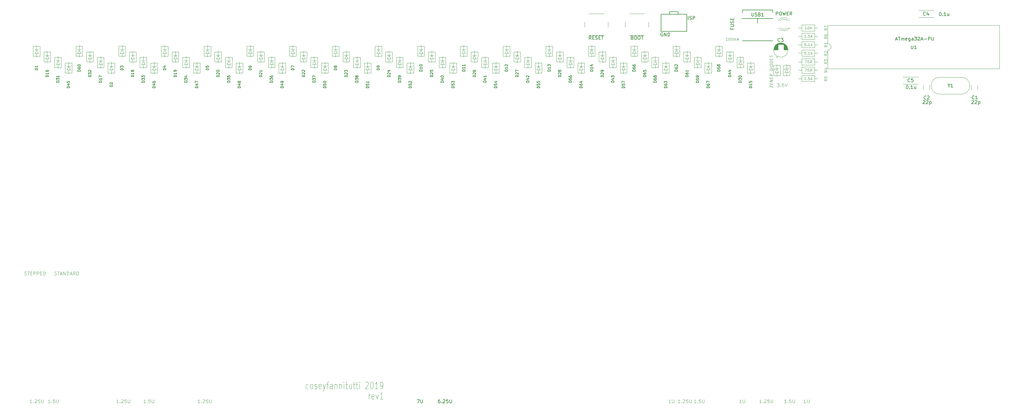
<source format=gbr>
G04 #@! TF.GenerationSoftware,KiCad,Pcbnew,(5.0.0)*
G04 #@! TF.CreationDate,2019-07-31T16:14:09-04:00*
G04 #@! TF.ProjectId,discipline-pcb,6469736369706C696E652D7063622E6B,rev?*
G04 #@! TF.SameCoordinates,Original*
G04 #@! TF.FileFunction,Legend,Top*
G04 #@! TF.FilePolarity,Positive*
%FSLAX46Y46*%
G04 Gerber Fmt 4.6, Leading zero omitted, Abs format (unit mm)*
G04 Created by KiCad (PCBNEW (5.0.0)) date 07/31/19 16:14:09*
%MOMM*%
%LPD*%
G01*
G04 APERTURE LIST*
%ADD10C,0.100000*%
%ADD11C,0.120000*%
%ADD12C,0.150000*%
%ADD13C,0.075000*%
%ADD14C,0.200000*%
%ADD15C,0.203200*%
G04 APERTURE END LIST*
D10*
X275386065Y-62041179D02*
X274928922Y-62041179D01*
X275157493Y-62041179D02*
X275157493Y-61241179D01*
X275081303Y-61355465D01*
X275005112Y-61431655D01*
X274928922Y-61469751D01*
X275881303Y-61241179D02*
X275957493Y-61241179D01*
X276033684Y-61279275D01*
X276071779Y-61317370D01*
X276109874Y-61393560D01*
X276147969Y-61545941D01*
X276147969Y-61736417D01*
X276109874Y-61888798D01*
X276071779Y-61964989D01*
X276033684Y-62003084D01*
X275957493Y-62041179D01*
X275881303Y-62041179D01*
X275805112Y-62003084D01*
X275767017Y-61964989D01*
X275728922Y-61888798D01*
X275690827Y-61736417D01*
X275690827Y-61545941D01*
X275728922Y-61393560D01*
X275767017Y-61317370D01*
X275805112Y-61279275D01*
X275881303Y-61241179D01*
X276643208Y-61241179D02*
X276719398Y-61241179D01*
X276795589Y-61279275D01*
X276833684Y-61317370D01*
X276871779Y-61393560D01*
X276909874Y-61545941D01*
X276909874Y-61736417D01*
X276871779Y-61888798D01*
X276833684Y-61964989D01*
X276795589Y-62003084D01*
X276719398Y-62041179D01*
X276643208Y-62041179D01*
X276567017Y-62003084D01*
X276528922Y-61964989D01*
X276490827Y-61888798D01*
X276452731Y-61736417D01*
X276452731Y-61545941D01*
X276490827Y-61393560D01*
X276528922Y-61317370D01*
X276567017Y-61279275D01*
X276643208Y-61241179D01*
X277252731Y-62041179D02*
X277252731Y-61507846D01*
X277252731Y-61584036D02*
X277290827Y-61545941D01*
X277367017Y-61507846D01*
X277481303Y-61507846D01*
X277557493Y-61545941D01*
X277595589Y-61622132D01*
X277595589Y-62041179D01*
X277595589Y-61622132D02*
X277633684Y-61545941D01*
X277709874Y-61507846D01*
X277824160Y-61507846D01*
X277900350Y-61545941D01*
X277938446Y-61622132D01*
X277938446Y-62041179D01*
X278281303Y-61812608D02*
X278662255Y-61812608D01*
X278205112Y-62041179D02*
X278471779Y-61241179D01*
X278738446Y-62041179D01*
X290127979Y-74833764D02*
X290747027Y-74833764D01*
X290413693Y-75214717D01*
X290556550Y-75214717D01*
X290651789Y-75262336D01*
X290699408Y-75309955D01*
X290747027Y-75405193D01*
X290747027Y-75643288D01*
X290699408Y-75738526D01*
X290651789Y-75786145D01*
X290556550Y-75833764D01*
X290270836Y-75833764D01*
X290175598Y-75786145D01*
X290127979Y-75738526D01*
X291175598Y-75738526D02*
X291223217Y-75786145D01*
X291175598Y-75833764D01*
X291127979Y-75786145D01*
X291175598Y-75738526D01*
X291175598Y-75833764D01*
X292080360Y-74833764D02*
X291889884Y-74833764D01*
X291794646Y-74881384D01*
X291747027Y-74929003D01*
X291651789Y-75071860D01*
X291604170Y-75262336D01*
X291604170Y-75643288D01*
X291651789Y-75738526D01*
X291699408Y-75786145D01*
X291794646Y-75833764D01*
X291985122Y-75833764D01*
X292080360Y-75786145D01*
X292127979Y-75738526D01*
X292175598Y-75643288D01*
X292175598Y-75405193D01*
X292127979Y-75309955D01*
X292080360Y-75262336D01*
X291985122Y-75214717D01*
X291794646Y-75214717D01*
X291699408Y-75262336D01*
X291651789Y-75309955D01*
X291604170Y-75405193D01*
X292461312Y-74833764D02*
X292794646Y-75833764D01*
X293127979Y-74833764D01*
X287944174Y-76009000D02*
X287944174Y-75409000D01*
X288844174Y-76121500D01*
X288844174Y-75521500D01*
X288372746Y-75119715D02*
X288372746Y-74819715D01*
X288844174Y-74750072D02*
X288844174Y-75178643D01*
X287944174Y-75066143D01*
X287944174Y-74637572D01*
X288844174Y-74364358D02*
X287944174Y-74251858D01*
X288844174Y-73850072D01*
X287944174Y-73737572D01*
X288372746Y-73362572D02*
X288372746Y-73062572D01*
X288844174Y-72992929D02*
X288844174Y-73421500D01*
X287944174Y-73309000D01*
X287944174Y-72880429D01*
X288844174Y-72092929D02*
X288415603Y-72339358D01*
X288844174Y-72607215D02*
X287944174Y-72494715D01*
X287944174Y-72151858D01*
X287987032Y-72071500D01*
X288029889Y-72034000D01*
X288115603Y-72001858D01*
X288244174Y-72017929D01*
X288329889Y-72071500D01*
X288372746Y-72119715D01*
X288415603Y-72210786D01*
X288415603Y-72553643D01*
X288844174Y-71021500D02*
X287944174Y-70909000D01*
X287944174Y-70694715D01*
X287987032Y-70571500D01*
X288072746Y-70496500D01*
X288158460Y-70464358D01*
X288329889Y-70442929D01*
X288458460Y-70459000D01*
X288629889Y-70523286D01*
X288715603Y-70576858D01*
X288801317Y-70673286D01*
X288844174Y-70807215D01*
X288844174Y-71021500D01*
X288844174Y-70121500D02*
X287944174Y-70009000D01*
X287944174Y-69409000D02*
X287944174Y-69237572D01*
X287987032Y-69157215D01*
X288072746Y-69082215D01*
X288244174Y-69060786D01*
X288544174Y-69098286D01*
X288715603Y-69162572D01*
X288801317Y-69259000D01*
X288844174Y-69350072D01*
X288844174Y-69521500D01*
X288801317Y-69601858D01*
X288715603Y-69676858D01*
X288544174Y-69698286D01*
X288244174Y-69660786D01*
X288072746Y-69596500D01*
X287987032Y-69500072D01*
X287944174Y-69409000D01*
X288844174Y-68750072D02*
X287944174Y-68637572D01*
X287944174Y-68423286D01*
X287987032Y-68300072D01*
X288072746Y-68225072D01*
X288158460Y-68192929D01*
X288329889Y-68171500D01*
X288458460Y-68187572D01*
X288629889Y-68251858D01*
X288715603Y-68305429D01*
X288801317Y-68401858D01*
X288844174Y-68535786D01*
X288844174Y-68750072D01*
X288372746Y-67791143D02*
X288372746Y-67491143D01*
X288844174Y-67421500D02*
X288844174Y-67850072D01*
X287944174Y-67737572D01*
X287944174Y-67309000D01*
X288801317Y-67073286D02*
X288844174Y-66950072D01*
X288844174Y-66735786D01*
X288801317Y-66644715D01*
X288758460Y-66596500D01*
X288672746Y-66542929D01*
X288587032Y-66532215D01*
X288501317Y-66564358D01*
X288458460Y-66601858D01*
X288415603Y-66682215D01*
X288372746Y-66848286D01*
X288329889Y-66928643D01*
X288287032Y-66966143D01*
X288201317Y-66998286D01*
X288115603Y-66987572D01*
X288029889Y-66934000D01*
X287987032Y-66885786D01*
X287944174Y-66794715D01*
X287944174Y-66580429D01*
X287987032Y-66457215D01*
D11*
X292176544Y-70762296D02*
X292421516Y-70499826D01*
X293511452Y-70499442D02*
X293756424Y-70236972D01*
X289294434Y-70761912D02*
X289539406Y-70499442D01*
X290641780Y-70499442D02*
X290886752Y-70236972D01*
D12*
X234976091Y-61764204D02*
X234642757Y-61288014D01*
X234404662Y-61764204D02*
X234404662Y-60764204D01*
X234785614Y-60764204D01*
X234880852Y-60811824D01*
X234928472Y-60859443D01*
X234976091Y-60954681D01*
X234976091Y-61097538D01*
X234928472Y-61192776D01*
X234880852Y-61240395D01*
X234785614Y-61288014D01*
X234404662Y-61288014D01*
X235404662Y-61240395D02*
X235737995Y-61240395D01*
X235880852Y-61764204D02*
X235404662Y-61764204D01*
X235404662Y-60764204D01*
X235880852Y-60764204D01*
X236261805Y-61716585D02*
X236404662Y-61764204D01*
X236642757Y-61764204D01*
X236737995Y-61716585D01*
X236785614Y-61668966D01*
X236833233Y-61573728D01*
X236833233Y-61478490D01*
X236785614Y-61383252D01*
X236737995Y-61335633D01*
X236642757Y-61288014D01*
X236452281Y-61240395D01*
X236357043Y-61192776D01*
X236309424Y-61145157D01*
X236261805Y-61049919D01*
X236261805Y-60954681D01*
X236309424Y-60859443D01*
X236357043Y-60811824D01*
X236452281Y-60764204D01*
X236690376Y-60764204D01*
X236833233Y-60811824D01*
X237261805Y-61240395D02*
X237595138Y-61240395D01*
X237737995Y-61764204D02*
X237261805Y-61764204D01*
X237261805Y-60764204D01*
X237737995Y-60764204D01*
X238023710Y-60764204D02*
X238595138Y-60764204D01*
X238309424Y-61764204D02*
X238309424Y-60764204D01*
X289872080Y-54573694D02*
X289872080Y-53573694D01*
X290253032Y-53573694D01*
X290348270Y-53621314D01*
X290395889Y-53668933D01*
X290443508Y-53764171D01*
X290443508Y-53907028D01*
X290395889Y-54002266D01*
X290348270Y-54049885D01*
X290253032Y-54097504D01*
X289872080Y-54097504D01*
X291062556Y-53573694D02*
X291253032Y-53573694D01*
X291348270Y-53621314D01*
X291443508Y-53716552D01*
X291491127Y-53907028D01*
X291491127Y-54240361D01*
X291443508Y-54430837D01*
X291348270Y-54526075D01*
X291253032Y-54573694D01*
X291062556Y-54573694D01*
X290967318Y-54526075D01*
X290872080Y-54430837D01*
X290824461Y-54240361D01*
X290824461Y-53907028D01*
X290872080Y-53716552D01*
X290967318Y-53621314D01*
X291062556Y-53573694D01*
X291824461Y-53573694D02*
X292062556Y-54573694D01*
X292253032Y-53859409D01*
X292443508Y-54573694D01*
X292681604Y-53573694D01*
X293062556Y-54049885D02*
X293395889Y-54049885D01*
X293538746Y-54573694D02*
X293062556Y-54573694D01*
X293062556Y-53573694D01*
X293538746Y-53573694D01*
X294538746Y-54573694D02*
X294205413Y-54097504D01*
X293967318Y-54573694D02*
X293967318Y-53573694D01*
X294348270Y-53573694D01*
X294443508Y-53621314D01*
X294491127Y-53668933D01*
X294538746Y-53764171D01*
X294538746Y-53907028D01*
X294491127Y-54002266D01*
X294443508Y-54049885D01*
X294348270Y-54097504D01*
X293967318Y-54097504D01*
X256191330Y-59814457D02*
X256096092Y-59766837D01*
X255953235Y-59766837D01*
X255810377Y-59814457D01*
X255715139Y-59909695D01*
X255667520Y-60004933D01*
X255619901Y-60195409D01*
X255619901Y-60338266D01*
X255667520Y-60528742D01*
X255715139Y-60623980D01*
X255810377Y-60719218D01*
X255953235Y-60766837D01*
X256048473Y-60766837D01*
X256191330Y-60719218D01*
X256238949Y-60671599D01*
X256238949Y-60338266D01*
X256048473Y-60338266D01*
X256667520Y-60766837D02*
X256667520Y-59766837D01*
X257238949Y-60766837D01*
X257238949Y-59766837D01*
X257715139Y-60766837D02*
X257715139Y-59766837D01*
X257953235Y-59766837D01*
X258096092Y-59814457D01*
X258191330Y-59909695D01*
X258238949Y-60004933D01*
X258286568Y-60195409D01*
X258286568Y-60338266D01*
X258238949Y-60528742D01*
X258191330Y-60623980D01*
X258096092Y-60719218D01*
X257953235Y-60766837D01*
X257715139Y-60766837D01*
X263746008Y-55884988D02*
X263746008Y-54884988D01*
X264174579Y-55837369D02*
X264317437Y-55884988D01*
X264555532Y-55884988D01*
X264650770Y-55837369D01*
X264698389Y-55789750D01*
X264746008Y-55694512D01*
X264746008Y-55599274D01*
X264698389Y-55504036D01*
X264650770Y-55456417D01*
X264555532Y-55408798D01*
X264365056Y-55361179D01*
X264269818Y-55313560D01*
X264222199Y-55265941D01*
X264174579Y-55170703D01*
X264174579Y-55075465D01*
X264222199Y-54980227D01*
X264269818Y-54932608D01*
X264365056Y-54884988D01*
X264603151Y-54884988D01*
X264746008Y-54932608D01*
X265174579Y-55884988D02*
X265174579Y-54884988D01*
X265555532Y-54884988D01*
X265650770Y-54932608D01*
X265698389Y-54980227D01*
X265746008Y-55075465D01*
X265746008Y-55218322D01*
X265698389Y-55313560D01*
X265650770Y-55361179D01*
X265555532Y-55408798D01*
X265174579Y-55408798D01*
D10*
X298639119Y-65440619D02*
X298258167Y-65440619D01*
X298220072Y-65821572D01*
X298258167Y-65783476D01*
X298334357Y-65745381D01*
X298524833Y-65745381D01*
X298601024Y-65783476D01*
X298639119Y-65821572D01*
X298677214Y-65897762D01*
X298677214Y-66088238D01*
X298639119Y-66164429D01*
X298601024Y-66202524D01*
X298524833Y-66240619D01*
X298334357Y-66240619D01*
X298258167Y-66202524D01*
X298220072Y-66164429D01*
X299020072Y-66164429D02*
X299058167Y-66202524D01*
X299020072Y-66240619D01*
X298981976Y-66202524D01*
X299020072Y-66164429D01*
X299020072Y-66240619D01*
X299820072Y-66240619D02*
X299362929Y-66240619D01*
X299591500Y-66240619D02*
X299591500Y-65440619D01*
X299515310Y-65554905D01*
X299439119Y-65631095D01*
X299362929Y-65669191D01*
X300162929Y-66240619D02*
X300162929Y-65440619D01*
X300620072Y-66240619D02*
X300277214Y-65783476D01*
X300620072Y-65440619D02*
X300162929Y-65897762D01*
X298639119Y-62887166D02*
X298258167Y-62887166D01*
X298220072Y-63268119D01*
X298258167Y-63230023D01*
X298334357Y-63191928D01*
X298524833Y-63191928D01*
X298601024Y-63230023D01*
X298639119Y-63268119D01*
X298677214Y-63344309D01*
X298677214Y-63534785D01*
X298639119Y-63610976D01*
X298601024Y-63649071D01*
X298524833Y-63687166D01*
X298334357Y-63687166D01*
X298258167Y-63649071D01*
X298220072Y-63610976D01*
X299020072Y-63610976D02*
X299058167Y-63649071D01*
X299020072Y-63687166D01*
X298981976Y-63649071D01*
X299020072Y-63610976D01*
X299020072Y-63687166D01*
X299820072Y-63687166D02*
X299362929Y-63687166D01*
X299591500Y-63687166D02*
X299591500Y-62887166D01*
X299515310Y-63001452D01*
X299439119Y-63077642D01*
X299362929Y-63115738D01*
X300162929Y-63687166D02*
X300162929Y-62887166D01*
X300620072Y-63687166D02*
X300277214Y-63230023D01*
X300620072Y-62887166D02*
X300162929Y-63344309D01*
X298627744Y-169726244D02*
X298056316Y-169726244D01*
X298342030Y-169726244D02*
X298342030Y-168726244D01*
X298246792Y-168869102D01*
X298151554Y-168964340D01*
X298056316Y-169011959D01*
X299056316Y-168726244D02*
X299056316Y-169535768D01*
X299103935Y-169631006D01*
X299151554Y-169678625D01*
X299246792Y-169726244D01*
X299437268Y-169726244D01*
X299532506Y-169678625D01*
X299580125Y-169631006D01*
X299627744Y-169535768D01*
X299627744Y-168726244D01*
X279537426Y-169726244D02*
X278965998Y-169726244D01*
X279251712Y-169726244D02*
X279251712Y-168726244D01*
X279156474Y-168869102D01*
X279061236Y-168964340D01*
X278965998Y-169011959D01*
X279965998Y-168726244D02*
X279965998Y-169535768D01*
X280013617Y-169631006D01*
X280061236Y-169678625D01*
X280156474Y-169726244D01*
X280346950Y-169726244D01*
X280442188Y-169678625D01*
X280489807Y-169631006D01*
X280537426Y-169535768D01*
X280537426Y-168726244D01*
X258539826Y-169726244D02*
X257968398Y-169726244D01*
X258254112Y-169726244D02*
X258254112Y-168726244D01*
X258158874Y-168869102D01*
X258063636Y-168964340D01*
X257968398Y-169011959D01*
X258968398Y-168726244D02*
X258968398Y-169535768D01*
X259016017Y-169631006D01*
X259063636Y-169678625D01*
X259158874Y-169726244D01*
X259349350Y-169726244D01*
X259444588Y-169678625D01*
X259492207Y-169631006D01*
X259539826Y-169535768D01*
X259539826Y-168726244D01*
X75753008Y-131673693D02*
X75895866Y-131721312D01*
X76133961Y-131721312D01*
X76229199Y-131673693D01*
X76276818Y-131626074D01*
X76324437Y-131530836D01*
X76324437Y-131435598D01*
X76276818Y-131340360D01*
X76229199Y-131292741D01*
X76133961Y-131245122D01*
X75943485Y-131197503D01*
X75848247Y-131149884D01*
X75800628Y-131102265D01*
X75753008Y-131007027D01*
X75753008Y-130911789D01*
X75800628Y-130816551D01*
X75848247Y-130768932D01*
X75943485Y-130721312D01*
X76181580Y-130721312D01*
X76324437Y-130768932D01*
X76610151Y-130721312D02*
X77181580Y-130721312D01*
X76895866Y-131721312D02*
X76895866Y-130721312D01*
X77467294Y-131435598D02*
X77943485Y-131435598D01*
X77372056Y-131721312D02*
X77705389Y-130721312D01*
X78038723Y-131721312D01*
X78372056Y-131721312D02*
X78372056Y-130721312D01*
X78943485Y-131721312D01*
X78943485Y-130721312D01*
X79419675Y-131721312D02*
X79419675Y-130721312D01*
X79657770Y-130721312D01*
X79800628Y-130768932D01*
X79895866Y-130864170D01*
X79943485Y-130959408D01*
X79991104Y-131149884D01*
X79991104Y-131292741D01*
X79943485Y-131483217D01*
X79895866Y-131578455D01*
X79800628Y-131673693D01*
X79657770Y-131721312D01*
X79419675Y-131721312D01*
X80372056Y-131435598D02*
X80848247Y-131435598D01*
X80276818Y-131721312D02*
X80610151Y-130721312D01*
X80943485Y-131721312D01*
X81848247Y-131721312D02*
X81514913Y-131245122D01*
X81276818Y-131721312D02*
X81276818Y-130721312D01*
X81657770Y-130721312D01*
X81753008Y-130768932D01*
X81800628Y-130816551D01*
X81848247Y-130911789D01*
X81848247Y-131054646D01*
X81800628Y-131149884D01*
X81753008Y-131197503D01*
X81657770Y-131245122D01*
X81276818Y-131245122D01*
X82276818Y-131721312D02*
X82276818Y-130721312D01*
X82514913Y-130721312D01*
X82657770Y-130768932D01*
X82753008Y-130864170D01*
X82800628Y-130959408D01*
X82848247Y-131149884D01*
X82848247Y-131292741D01*
X82800628Y-131483217D01*
X82753008Y-131578455D01*
X82657770Y-131673693D01*
X82514913Y-131721312D01*
X82276818Y-131721312D01*
X66832952Y-131673693D02*
X66975809Y-131721312D01*
X67213904Y-131721312D01*
X67309142Y-131673693D01*
X67356761Y-131626074D01*
X67404381Y-131530836D01*
X67404381Y-131435598D01*
X67356761Y-131340360D01*
X67309142Y-131292741D01*
X67213904Y-131245122D01*
X67023428Y-131197503D01*
X66928190Y-131149884D01*
X66880571Y-131102265D01*
X66832952Y-131007027D01*
X66832952Y-130911789D01*
X66880571Y-130816551D01*
X66928190Y-130768932D01*
X67023428Y-130721312D01*
X67261523Y-130721312D01*
X67404381Y-130768932D01*
X67690095Y-130721312D02*
X68261523Y-130721312D01*
X67975809Y-131721312D02*
X67975809Y-130721312D01*
X68594857Y-131197503D02*
X68928190Y-131197503D01*
X69071047Y-131721312D02*
X68594857Y-131721312D01*
X68594857Y-130721312D01*
X69071047Y-130721312D01*
X69499619Y-131721312D02*
X69499619Y-130721312D01*
X69880571Y-130721312D01*
X69975809Y-130768932D01*
X70023428Y-130816551D01*
X70071047Y-130911789D01*
X70071047Y-131054646D01*
X70023428Y-131149884D01*
X69975809Y-131197503D01*
X69880571Y-131245122D01*
X69499619Y-131245122D01*
X70499619Y-131721312D02*
X70499619Y-130721312D01*
X70880571Y-130721312D01*
X70975809Y-130768932D01*
X71023428Y-130816551D01*
X71071047Y-130911789D01*
X71071047Y-131054646D01*
X71023428Y-131149884D01*
X70975809Y-131197503D01*
X70880571Y-131245122D01*
X70499619Y-131245122D01*
X71499619Y-131197503D02*
X71832952Y-131197503D01*
X71975809Y-131721312D02*
X71499619Y-131721312D01*
X71499619Y-130721312D01*
X71975809Y-130721312D01*
X72404381Y-131721312D02*
X72404381Y-130721312D01*
X72642476Y-130721312D01*
X72785333Y-130768932D01*
X72880571Y-130864170D01*
X72928190Y-130959408D01*
X72975809Y-131149884D01*
X72975809Y-131292741D01*
X72928190Y-131483217D01*
X72880571Y-131578455D01*
X72785333Y-131673693D01*
X72642476Y-131721312D01*
X72404381Y-131721312D01*
X285481871Y-169726244D02*
X284910443Y-169726244D01*
X285196157Y-169726244D02*
X285196157Y-168726244D01*
X285100919Y-168869102D01*
X285005681Y-168964340D01*
X284910443Y-169011959D01*
X285910443Y-169631006D02*
X285958062Y-169678625D01*
X285910443Y-169726244D01*
X285862823Y-169678625D01*
X285910443Y-169631006D01*
X285910443Y-169726244D01*
X286339014Y-168821483D02*
X286386633Y-168773864D01*
X286481871Y-168726244D01*
X286719966Y-168726244D01*
X286815204Y-168773864D01*
X286862823Y-168821483D01*
X286910443Y-168916721D01*
X286910443Y-169011959D01*
X286862823Y-169154816D01*
X286291395Y-169726244D01*
X286910443Y-169726244D01*
X287815204Y-168726244D02*
X287339014Y-168726244D01*
X287291395Y-169202435D01*
X287339014Y-169154816D01*
X287434252Y-169107197D01*
X287672347Y-169107197D01*
X287767585Y-169154816D01*
X287815204Y-169202435D01*
X287862823Y-169297673D01*
X287862823Y-169535768D01*
X287815204Y-169631006D01*
X287767585Y-169678625D01*
X287672347Y-169726244D01*
X287434252Y-169726244D01*
X287339014Y-169678625D01*
X287291395Y-169631006D01*
X288291395Y-168726244D02*
X288291395Y-169535768D01*
X288339014Y-169631006D01*
X288386633Y-169678625D01*
X288481871Y-169726244D01*
X288672347Y-169726244D01*
X288767585Y-169678625D01*
X288815204Y-169631006D01*
X288862823Y-169535768D01*
X288862823Y-168726244D01*
X261321396Y-169726244D02*
X260749968Y-169726244D01*
X261035682Y-169726244D02*
X261035682Y-168726244D01*
X260940444Y-168869102D01*
X260845206Y-168964340D01*
X260749968Y-169011959D01*
X261749968Y-169631006D02*
X261797587Y-169678625D01*
X261749968Y-169726244D01*
X261702348Y-169678625D01*
X261749968Y-169631006D01*
X261749968Y-169726244D01*
X262178539Y-168821483D02*
X262226158Y-168773864D01*
X262321396Y-168726244D01*
X262559491Y-168726244D01*
X262654729Y-168773864D01*
X262702348Y-168821483D01*
X262749968Y-168916721D01*
X262749968Y-169011959D01*
X262702348Y-169154816D01*
X262130920Y-169726244D01*
X262749968Y-169726244D01*
X263654729Y-168726244D02*
X263178539Y-168726244D01*
X263130920Y-169202435D01*
X263178539Y-169154816D01*
X263273777Y-169107197D01*
X263511872Y-169107197D01*
X263607110Y-169154816D01*
X263654729Y-169202435D01*
X263702348Y-169297673D01*
X263702348Y-169535768D01*
X263654729Y-169631006D01*
X263607110Y-169678625D01*
X263511872Y-169726244D01*
X263273777Y-169726244D01*
X263178539Y-169678625D01*
X263130920Y-169631006D01*
X264130920Y-168726244D02*
X264130920Y-169535768D01*
X264178539Y-169631006D01*
X264226158Y-169678625D01*
X264321396Y-169726244D01*
X264511872Y-169726244D01*
X264607110Y-169678625D01*
X264654729Y-169631006D01*
X264702348Y-169535768D01*
X264702348Y-168726244D01*
X292887138Y-169726244D02*
X292315709Y-169726244D01*
X292601423Y-169726244D02*
X292601423Y-168726244D01*
X292506185Y-168869102D01*
X292410947Y-168964340D01*
X292315709Y-169011959D01*
X293315709Y-169631006D02*
X293363328Y-169678625D01*
X293315709Y-169726244D01*
X293268090Y-169678625D01*
X293315709Y-169631006D01*
X293315709Y-169726244D01*
X294268090Y-168726244D02*
X293791899Y-168726244D01*
X293744280Y-169202435D01*
X293791899Y-169154816D01*
X293887138Y-169107197D01*
X294125233Y-169107197D01*
X294220471Y-169154816D01*
X294268090Y-169202435D01*
X294315709Y-169297673D01*
X294315709Y-169535768D01*
X294268090Y-169631006D01*
X294220471Y-169678625D01*
X294125233Y-169726244D01*
X293887138Y-169726244D01*
X293791899Y-169678625D01*
X293744280Y-169631006D01*
X294744280Y-168726244D02*
X294744280Y-169535768D01*
X294791899Y-169631006D01*
X294839519Y-169678625D01*
X294934757Y-169726244D01*
X295125233Y-169726244D01*
X295220471Y-169678625D01*
X295268090Y-169631006D01*
X295315709Y-169535768D01*
X295315709Y-168726244D01*
X266102095Y-169726244D02*
X265530666Y-169726244D01*
X265816380Y-169726244D02*
X265816380Y-168726244D01*
X265721142Y-168869102D01*
X265625904Y-168964340D01*
X265530666Y-169011959D01*
X266530666Y-169631006D02*
X266578285Y-169678625D01*
X266530666Y-169726244D01*
X266483047Y-169678625D01*
X266530666Y-169631006D01*
X266530666Y-169726244D01*
X267483047Y-168726244D02*
X267006856Y-168726244D01*
X266959237Y-169202435D01*
X267006856Y-169154816D01*
X267102095Y-169107197D01*
X267340190Y-169107197D01*
X267435428Y-169154816D01*
X267483047Y-169202435D01*
X267530666Y-169297673D01*
X267530666Y-169535768D01*
X267483047Y-169631006D01*
X267435428Y-169678625D01*
X267340190Y-169726244D01*
X267102095Y-169726244D01*
X267006856Y-169678625D01*
X266959237Y-169631006D01*
X267959237Y-168726244D02*
X267959237Y-169535768D01*
X268006856Y-169631006D01*
X268054476Y-169678625D01*
X268149714Y-169726244D01*
X268340190Y-169726244D01*
X268435428Y-169678625D01*
X268483047Y-169631006D01*
X268530666Y-169535768D01*
X268530666Y-168726244D01*
X102757492Y-169726244D02*
X102186063Y-169726244D01*
X102471777Y-169726244D02*
X102471777Y-168726244D01*
X102376539Y-168869102D01*
X102281301Y-168964340D01*
X102186063Y-169011959D01*
X103186063Y-169631006D02*
X103233682Y-169678625D01*
X103186063Y-169726244D01*
X103138444Y-169678625D01*
X103186063Y-169631006D01*
X103186063Y-169726244D01*
X104138444Y-168726244D02*
X103662253Y-168726244D01*
X103614634Y-169202435D01*
X103662253Y-169154816D01*
X103757492Y-169107197D01*
X103995587Y-169107197D01*
X104090825Y-169154816D01*
X104138444Y-169202435D01*
X104186063Y-169297673D01*
X104186063Y-169535768D01*
X104138444Y-169631006D01*
X104090825Y-169678625D01*
X103995587Y-169726244D01*
X103757492Y-169726244D01*
X103662253Y-169678625D01*
X103614634Y-169631006D01*
X104614634Y-168726244D02*
X104614634Y-169535768D01*
X104662253Y-169631006D01*
X104709873Y-169678625D01*
X104805111Y-169726244D01*
X104995587Y-169726244D01*
X105090825Y-169678625D01*
X105138444Y-169631006D01*
X105186063Y-169535768D01*
X105186063Y-168726244D01*
X74411272Y-169726244D02*
X73839843Y-169726244D01*
X74125557Y-169726244D02*
X74125557Y-168726244D01*
X74030319Y-168869102D01*
X73935081Y-168964340D01*
X73839843Y-169011959D01*
X74839843Y-169631006D02*
X74887462Y-169678625D01*
X74839843Y-169726244D01*
X74792224Y-169678625D01*
X74839843Y-169631006D01*
X74839843Y-169726244D01*
X75792224Y-168726244D02*
X75316033Y-168726244D01*
X75268414Y-169202435D01*
X75316033Y-169154816D01*
X75411272Y-169107197D01*
X75649367Y-169107197D01*
X75744605Y-169154816D01*
X75792224Y-169202435D01*
X75839843Y-169297673D01*
X75839843Y-169535768D01*
X75792224Y-169631006D01*
X75744605Y-169678625D01*
X75649367Y-169726244D01*
X75411272Y-169726244D01*
X75316033Y-169678625D01*
X75268414Y-169631006D01*
X76268414Y-168726244D02*
X76268414Y-169535768D01*
X76316033Y-169631006D01*
X76363653Y-169678625D01*
X76458891Y-169726244D01*
X76649367Y-169726244D01*
X76744605Y-169678625D01*
X76792224Y-169631006D01*
X76839843Y-169535768D01*
X76839843Y-168726244D01*
X118816596Y-169726244D02*
X118245168Y-169726244D01*
X118530882Y-169726244D02*
X118530882Y-168726244D01*
X118435644Y-168869102D01*
X118340406Y-168964340D01*
X118245168Y-169011959D01*
X119245168Y-169631006D02*
X119292787Y-169678625D01*
X119245168Y-169726244D01*
X119197548Y-169678625D01*
X119245168Y-169631006D01*
X119245168Y-169726244D01*
X119673739Y-168821483D02*
X119721358Y-168773864D01*
X119816596Y-168726244D01*
X120054691Y-168726244D01*
X120149929Y-168773864D01*
X120197548Y-168821483D01*
X120245168Y-168916721D01*
X120245168Y-169011959D01*
X120197548Y-169154816D01*
X119626120Y-169726244D01*
X120245168Y-169726244D01*
X121149929Y-168726244D02*
X120673739Y-168726244D01*
X120626120Y-169202435D01*
X120673739Y-169154816D01*
X120768977Y-169107197D01*
X121007072Y-169107197D01*
X121102310Y-169154816D01*
X121149929Y-169202435D01*
X121197548Y-169297673D01*
X121197548Y-169535768D01*
X121149929Y-169631006D01*
X121102310Y-169678625D01*
X121007072Y-169726244D01*
X120768977Y-169726244D01*
X120673739Y-169678625D01*
X120626120Y-169631006D01*
X121626120Y-168726244D02*
X121626120Y-169535768D01*
X121673739Y-169631006D01*
X121721358Y-169678625D01*
X121816596Y-169726244D01*
X122007072Y-169726244D01*
X122102310Y-169678625D01*
X122149929Y-169631006D01*
X122197548Y-169535768D01*
X122197548Y-168726244D01*
X94669816Y-169726244D02*
X94098388Y-169726244D01*
X94384102Y-169726244D02*
X94384102Y-168726244D01*
X94288864Y-168869102D01*
X94193626Y-168964340D01*
X94098388Y-169011959D01*
X95098388Y-169631006D02*
X95146007Y-169678625D01*
X95098388Y-169726244D01*
X95050768Y-169678625D01*
X95098388Y-169631006D01*
X95098388Y-169726244D01*
X95526959Y-168821483D02*
X95574578Y-168773864D01*
X95669816Y-168726244D01*
X95907911Y-168726244D01*
X96003149Y-168773864D01*
X96050768Y-168821483D01*
X96098388Y-168916721D01*
X96098388Y-169011959D01*
X96050768Y-169154816D01*
X95479340Y-169726244D01*
X96098388Y-169726244D01*
X97003149Y-168726244D02*
X96526959Y-168726244D01*
X96479340Y-169202435D01*
X96526959Y-169154816D01*
X96622197Y-169107197D01*
X96860292Y-169107197D01*
X96955530Y-169154816D01*
X97003149Y-169202435D01*
X97050768Y-169297673D01*
X97050768Y-169535768D01*
X97003149Y-169631006D01*
X96955530Y-169678625D01*
X96860292Y-169726244D01*
X96622197Y-169726244D01*
X96526959Y-169678625D01*
X96479340Y-169631006D01*
X97479340Y-168726244D02*
X97479340Y-169535768D01*
X97526959Y-169631006D01*
X97574578Y-169678625D01*
X97669816Y-169726244D01*
X97860292Y-169726244D01*
X97955530Y-169678625D01*
X98003149Y-169631006D01*
X98050768Y-169535768D01*
X98050768Y-168726244D01*
X69000739Y-169726244D02*
X68429311Y-169726244D01*
X68715025Y-169726244D02*
X68715025Y-168726244D01*
X68619787Y-168869102D01*
X68524549Y-168964340D01*
X68429311Y-169011959D01*
X69429311Y-169631006D02*
X69476930Y-169678625D01*
X69429311Y-169726244D01*
X69381691Y-169678625D01*
X69429311Y-169631006D01*
X69429311Y-169726244D01*
X69857882Y-168821483D02*
X69905501Y-168773864D01*
X70000739Y-168726244D01*
X70238834Y-168726244D01*
X70334072Y-168773864D01*
X70381691Y-168821483D01*
X70429311Y-168916721D01*
X70429311Y-169011959D01*
X70381691Y-169154816D01*
X69810263Y-169726244D01*
X70429311Y-169726244D01*
X71334072Y-168726244D02*
X70857882Y-168726244D01*
X70810263Y-169202435D01*
X70857882Y-169154816D01*
X70953120Y-169107197D01*
X71191215Y-169107197D01*
X71286453Y-169154816D01*
X71334072Y-169202435D01*
X71381691Y-169297673D01*
X71381691Y-169535768D01*
X71334072Y-169631006D01*
X71286453Y-169678625D01*
X71191215Y-169726244D01*
X70953120Y-169726244D01*
X70857882Y-169678625D01*
X70810263Y-169631006D01*
X71810263Y-168726244D02*
X71810263Y-169535768D01*
X71857882Y-169631006D01*
X71905501Y-169678625D01*
X72000739Y-169726244D01*
X72191215Y-169726244D01*
X72286453Y-169678625D01*
X72334072Y-169631006D01*
X72381691Y-169535768D01*
X72381691Y-168726244D01*
D13*
X151015348Y-165433031D02*
X150872491Y-165528269D01*
X150586777Y-165528269D01*
X150443920Y-165433031D01*
X150372491Y-165337793D01*
X150301062Y-165147317D01*
X150301062Y-164575888D01*
X150372491Y-164385412D01*
X150443920Y-164290174D01*
X150586777Y-164194936D01*
X150872491Y-164194936D01*
X151015348Y-164290174D01*
X151872491Y-165528269D02*
X151729634Y-165433031D01*
X151658205Y-165337793D01*
X151586777Y-165147317D01*
X151586777Y-164575888D01*
X151658205Y-164385412D01*
X151729634Y-164290174D01*
X151872491Y-164194936D01*
X152086777Y-164194936D01*
X152229634Y-164290174D01*
X152301062Y-164385412D01*
X152372491Y-164575888D01*
X152372491Y-165147317D01*
X152301062Y-165337793D01*
X152229634Y-165433031D01*
X152086777Y-165528269D01*
X151872491Y-165528269D01*
X152943920Y-165433031D02*
X153086777Y-165528269D01*
X153372491Y-165528269D01*
X153515348Y-165433031D01*
X153586777Y-165242555D01*
X153586777Y-165147317D01*
X153515348Y-164956841D01*
X153372491Y-164861603D01*
X153158205Y-164861603D01*
X153015348Y-164766365D01*
X152943920Y-164575888D01*
X152943920Y-164480650D01*
X153015348Y-164290174D01*
X153158205Y-164194936D01*
X153372491Y-164194936D01*
X153515348Y-164290174D01*
X154801062Y-165433031D02*
X154658205Y-165528269D01*
X154372491Y-165528269D01*
X154229634Y-165433031D01*
X154158205Y-165242555D01*
X154158205Y-164480650D01*
X154229634Y-164290174D01*
X154372491Y-164194936D01*
X154658205Y-164194936D01*
X154801062Y-164290174D01*
X154872491Y-164480650D01*
X154872491Y-164671127D01*
X154158205Y-164861603D01*
X155372491Y-164194936D02*
X155729634Y-165528269D01*
X156086777Y-164194936D02*
X155729634Y-165528269D01*
X155586777Y-166004460D01*
X155515348Y-166099698D01*
X155372491Y-166194936D01*
X156443920Y-164194936D02*
X157015348Y-164194936D01*
X156658205Y-165528269D02*
X156658205Y-163813984D01*
X156729634Y-163623508D01*
X156872491Y-163528269D01*
X157015348Y-163528269D01*
X158158205Y-165528269D02*
X158158205Y-164480650D01*
X158086777Y-164290174D01*
X157943920Y-164194936D01*
X157658205Y-164194936D01*
X157515348Y-164290174D01*
X158158205Y-165433031D02*
X158015348Y-165528269D01*
X157658205Y-165528269D01*
X157515348Y-165433031D01*
X157443920Y-165242555D01*
X157443920Y-165052079D01*
X157515348Y-164861603D01*
X157658205Y-164766365D01*
X158015348Y-164766365D01*
X158158205Y-164671127D01*
X158872491Y-164194936D02*
X158872491Y-165528269D01*
X158872491Y-164385412D02*
X158943920Y-164290174D01*
X159086777Y-164194936D01*
X159301062Y-164194936D01*
X159443920Y-164290174D01*
X159515348Y-164480650D01*
X159515348Y-165528269D01*
X160229634Y-164194936D02*
X160229634Y-165528269D01*
X160229634Y-164385412D02*
X160301062Y-164290174D01*
X160443920Y-164194936D01*
X160658205Y-164194936D01*
X160801062Y-164290174D01*
X160872491Y-164480650D01*
X160872491Y-165528269D01*
X161586777Y-165528269D02*
X161586777Y-164194936D01*
X161586777Y-163528269D02*
X161515348Y-163623508D01*
X161586777Y-163718746D01*
X161658205Y-163623508D01*
X161586777Y-163528269D01*
X161586777Y-163718746D01*
X162086777Y-164194936D02*
X162658205Y-164194936D01*
X162301062Y-163528269D02*
X162301062Y-165242555D01*
X162372491Y-165433031D01*
X162515348Y-165528269D01*
X162658205Y-165528269D01*
X163801062Y-164194936D02*
X163801062Y-165528269D01*
X163158205Y-164194936D02*
X163158205Y-165242555D01*
X163229634Y-165433031D01*
X163372491Y-165528269D01*
X163586777Y-165528269D01*
X163729634Y-165433031D01*
X163801062Y-165337793D01*
X164301062Y-164194936D02*
X164872491Y-164194936D01*
X164515348Y-163528269D02*
X164515348Y-165242555D01*
X164586777Y-165433031D01*
X164729634Y-165528269D01*
X164872491Y-165528269D01*
X165158205Y-164194936D02*
X165729634Y-164194936D01*
X165372491Y-163528269D02*
X165372491Y-165242555D01*
X165443920Y-165433031D01*
X165586777Y-165528269D01*
X165729634Y-165528269D01*
X166229634Y-165528269D02*
X166229634Y-164194936D01*
X166229634Y-163528269D02*
X166158205Y-163623508D01*
X166229634Y-163718746D01*
X166301062Y-163623508D01*
X166229634Y-163528269D01*
X166229634Y-163718746D01*
X168015348Y-163718746D02*
X168086777Y-163623508D01*
X168229634Y-163528269D01*
X168586777Y-163528269D01*
X168729634Y-163623508D01*
X168801062Y-163718746D01*
X168872491Y-163909222D01*
X168872491Y-164099698D01*
X168801062Y-164385412D01*
X167943920Y-165528269D01*
X168872491Y-165528269D01*
X169801062Y-163528269D02*
X169943920Y-163528269D01*
X170086777Y-163623508D01*
X170158205Y-163718746D01*
X170229634Y-163909222D01*
X170301062Y-164290174D01*
X170301062Y-164766365D01*
X170229634Y-165147317D01*
X170158205Y-165337793D01*
X170086777Y-165433031D01*
X169943920Y-165528269D01*
X169801062Y-165528269D01*
X169658205Y-165433031D01*
X169586777Y-165337793D01*
X169515348Y-165147317D01*
X169443920Y-164766365D01*
X169443920Y-164290174D01*
X169515348Y-163909222D01*
X169586777Y-163718746D01*
X169658205Y-163623508D01*
X169801062Y-163528269D01*
X171729634Y-165528269D02*
X170872491Y-165528269D01*
X171301062Y-165528269D02*
X171301062Y-163528269D01*
X171158205Y-163813984D01*
X171015348Y-164004460D01*
X170872491Y-164099698D01*
X172443920Y-165528269D02*
X172729634Y-165528269D01*
X172872491Y-165433031D01*
X172943920Y-165337793D01*
X173086777Y-165052079D01*
X173158205Y-164671127D01*
X173158205Y-163909222D01*
X173086777Y-163718746D01*
X173015348Y-163623508D01*
X172872491Y-163528269D01*
X172586777Y-163528269D01*
X172443920Y-163623508D01*
X172372491Y-163718746D01*
X172301062Y-163909222D01*
X172301062Y-164385412D01*
X172372491Y-164575888D01*
X172443920Y-164671127D01*
X172586777Y-164766365D01*
X172872491Y-164766365D01*
X173015348Y-164671127D01*
X173086777Y-164575888D01*
X173158205Y-164385412D01*
X169015348Y-168603269D02*
X169015348Y-167269936D01*
X169015348Y-167650888D02*
X169086777Y-167460412D01*
X169158205Y-167365174D01*
X169301062Y-167269936D01*
X169443920Y-167269936D01*
X170515348Y-168508031D02*
X170372491Y-168603269D01*
X170086777Y-168603269D01*
X169943920Y-168508031D01*
X169872491Y-168317555D01*
X169872491Y-167555650D01*
X169943920Y-167365174D01*
X170086777Y-167269936D01*
X170372491Y-167269936D01*
X170515348Y-167365174D01*
X170586777Y-167555650D01*
X170586777Y-167746127D01*
X169872491Y-167936603D01*
X171086777Y-167269936D02*
X171443920Y-168603269D01*
X171801062Y-167269936D01*
X173158205Y-168603269D02*
X172301062Y-168603269D01*
X172729634Y-168603269D02*
X172729634Y-166603269D01*
X172586777Y-166888984D01*
X172443920Y-167079460D01*
X172301062Y-167174698D01*
D14*
G04 #@! TO.C,J1*
X260780364Y-54318500D02*
X260780364Y-53518500D01*
X260780364Y-53518500D02*
X258230364Y-53518500D01*
X258230364Y-53518500D02*
X258230364Y-54318500D01*
D15*
X255720364Y-54328500D02*
X263340364Y-54328500D01*
X263340364Y-59408500D02*
X255720364Y-59408500D01*
X255720364Y-59408500D02*
X255720364Y-54328500D01*
X263340364Y-54328500D02*
X263340364Y-59408500D01*
D12*
G04 #@! TO.C,USB1*
X288950002Y-55538652D02*
X279700002Y-55538652D01*
X288800002Y-62198652D02*
X279850002Y-62198652D01*
X279845002Y-53788652D02*
X279850002Y-53028652D01*
X288800002Y-53028652D02*
X279850002Y-53028652D01*
X288800002Y-53028652D02*
X288805002Y-53788652D01*
X284325002Y-55538652D02*
X284325002Y-56808652D01*
D11*
G04 #@! TO.C,D1*
X69376818Y-63793242D02*
X69376818Y-66763242D01*
X71376818Y-63783242D02*
X71366818Y-66773242D01*
X69376818Y-66773242D02*
X71366818Y-66773242D01*
X70386818Y-66983242D02*
X70386818Y-65863242D01*
X70386818Y-63523242D02*
X70386818Y-64803242D01*
X69376818Y-63783242D02*
X71376818Y-63783242D01*
X70386818Y-64913242D02*
X70926818Y-65863242D01*
X70376818Y-64923242D02*
X69846818Y-65833242D01*
X69846818Y-65863242D02*
X70926818Y-65863242D01*
X69846818Y-64813242D02*
X70926818Y-64813242D01*
G04 #@! TO.C,D45*
X78885207Y-68753829D02*
X78885207Y-71723829D01*
X80885207Y-68743829D02*
X80875207Y-71733829D01*
X78885207Y-71733829D02*
X80875207Y-71733829D01*
X79895207Y-71943829D02*
X79895207Y-70823829D01*
X79895207Y-68483829D02*
X79895207Y-69763829D01*
X78885207Y-68743829D02*
X80885207Y-68743829D01*
X79895207Y-69873829D02*
X80435207Y-70823829D01*
X79885207Y-69883829D02*
X79355207Y-70793829D01*
X79355207Y-70823829D02*
X80435207Y-70823829D01*
X79355207Y-69773829D02*
X80435207Y-69773829D01*
G04 #@! TO.C,D2*
X91563059Y-68753829D02*
X91563059Y-71723829D01*
X93563059Y-68743829D02*
X93553059Y-71733829D01*
X91563059Y-71733829D02*
X93553059Y-71733829D01*
X92573059Y-71943829D02*
X92573059Y-70823829D01*
X92573059Y-68483829D02*
X92573059Y-69763829D01*
X91563059Y-68743829D02*
X93563059Y-68743829D01*
X92573059Y-69873829D02*
X93113059Y-70823829D01*
X92563059Y-69883829D02*
X92033059Y-70793829D01*
X92033059Y-70823829D02*
X93113059Y-70823829D01*
X92033059Y-69773829D02*
X93113059Y-69773829D01*
G04 #@! TO.C,D3*
X94732522Y-63793242D02*
X94732522Y-66763242D01*
X96732522Y-63783242D02*
X96722522Y-66773242D01*
X94732522Y-66773242D02*
X96722522Y-66773242D01*
X95742522Y-66983242D02*
X95742522Y-65863242D01*
X95742522Y-63523242D02*
X95742522Y-64803242D01*
X94732522Y-63783242D02*
X96732522Y-63783242D01*
X95742522Y-64913242D02*
X96282522Y-65863242D01*
X95732522Y-64923242D02*
X95202522Y-65833242D01*
X95202522Y-65863242D02*
X96282522Y-65863242D01*
X95202522Y-64813242D02*
X96282522Y-64813242D01*
G04 #@! TO.C,D4*
X107410374Y-63793242D02*
X107410374Y-66763242D01*
X109410374Y-63783242D02*
X109400374Y-66773242D01*
X107410374Y-66773242D02*
X109400374Y-66773242D01*
X108420374Y-66983242D02*
X108420374Y-65863242D01*
X108420374Y-63523242D02*
X108420374Y-64803242D01*
X107410374Y-63783242D02*
X109410374Y-63783242D01*
X108420374Y-64913242D02*
X108960374Y-65863242D01*
X108410374Y-64923242D02*
X107880374Y-65833242D01*
X107880374Y-65863242D02*
X108960374Y-65863242D01*
X107880374Y-64813242D02*
X108960374Y-64813242D01*
G04 #@! TO.C,D5*
X120088226Y-63793242D02*
X120088226Y-66763242D01*
X122088226Y-63783242D02*
X122078226Y-66773242D01*
X120088226Y-66773242D02*
X122078226Y-66773242D01*
X121098226Y-66983242D02*
X121098226Y-65863242D01*
X121098226Y-63523242D02*
X121098226Y-64803242D01*
X120088226Y-63783242D02*
X122088226Y-63783242D01*
X121098226Y-64913242D02*
X121638226Y-65863242D01*
X121088226Y-64923242D02*
X120558226Y-65833242D01*
X120558226Y-65863242D02*
X121638226Y-65863242D01*
X120558226Y-64813242D02*
X121638226Y-64813242D01*
G04 #@! TO.C,D6*
X132766078Y-63793242D02*
X132766078Y-66763242D01*
X134766078Y-63783242D02*
X134756078Y-66773242D01*
X132766078Y-66773242D02*
X134756078Y-66773242D01*
X133776078Y-66983242D02*
X133776078Y-65863242D01*
X133776078Y-63523242D02*
X133776078Y-64803242D01*
X132766078Y-63783242D02*
X134766078Y-63783242D01*
X133776078Y-64913242D02*
X134316078Y-65863242D01*
X133766078Y-64923242D02*
X133236078Y-65833242D01*
X133236078Y-65863242D02*
X134316078Y-65863242D01*
X133236078Y-64813242D02*
X134316078Y-64813242D01*
G04 #@! TO.C,D7*
X145443930Y-63793242D02*
X145443930Y-66763242D01*
X147443930Y-63783242D02*
X147433930Y-66773242D01*
X145443930Y-66773242D02*
X147433930Y-66773242D01*
X146453930Y-66983242D02*
X146453930Y-65863242D01*
X146453930Y-63523242D02*
X146453930Y-64803242D01*
X145443930Y-63783242D02*
X147443930Y-63783242D01*
X146453930Y-64913242D02*
X146993930Y-65863242D01*
X146443930Y-64923242D02*
X145913930Y-65833242D01*
X145913930Y-65863242D02*
X146993930Y-65863242D01*
X145913930Y-64813242D02*
X146993930Y-64813242D01*
G04 #@! TO.C,D8*
X158121782Y-63793242D02*
X158121782Y-66763242D01*
X160121782Y-63783242D02*
X160111782Y-66773242D01*
X158121782Y-66773242D02*
X160111782Y-66773242D01*
X159131782Y-66983242D02*
X159131782Y-65863242D01*
X159131782Y-63523242D02*
X159131782Y-64803242D01*
X158121782Y-63783242D02*
X160121782Y-63783242D01*
X159131782Y-64913242D02*
X159671782Y-65863242D01*
X159121782Y-64923242D02*
X158591782Y-65833242D01*
X158591782Y-65863242D02*
X159671782Y-65863242D01*
X158591782Y-64813242D02*
X159671782Y-64813242D01*
G04 #@! TO.C,D9*
X170799634Y-63793242D02*
X170799634Y-66763242D01*
X172799634Y-63783242D02*
X172789634Y-66773242D01*
X170799634Y-66773242D02*
X172789634Y-66773242D01*
X171809634Y-66983242D02*
X171809634Y-65863242D01*
X171809634Y-63523242D02*
X171809634Y-64803242D01*
X170799634Y-63783242D02*
X172799634Y-63783242D01*
X171809634Y-64913242D02*
X172349634Y-65863242D01*
X171799634Y-64923242D02*
X171269634Y-65833242D01*
X171269634Y-65863242D02*
X172349634Y-65863242D01*
X171269634Y-64813242D02*
X172349634Y-64813242D01*
G04 #@! TO.C,D10*
X183477486Y-63793242D02*
X183477486Y-66763242D01*
X185477486Y-63783242D02*
X185467486Y-66773242D01*
X183477486Y-66773242D02*
X185467486Y-66773242D01*
X184487486Y-66983242D02*
X184487486Y-65863242D01*
X184487486Y-63523242D02*
X184487486Y-64803242D01*
X183477486Y-63783242D02*
X185477486Y-63783242D01*
X184487486Y-64913242D02*
X185027486Y-65863242D01*
X184477486Y-64923242D02*
X183947486Y-65833242D01*
X183947486Y-65863242D02*
X185027486Y-65863242D01*
X183947486Y-64813242D02*
X185027486Y-64813242D01*
G04 #@! TO.C,D11*
X196155338Y-63793242D02*
X196155338Y-66763242D01*
X198155338Y-63783242D02*
X198145338Y-66773242D01*
X196155338Y-66773242D02*
X198145338Y-66773242D01*
X197165338Y-66983242D02*
X197165338Y-65863242D01*
X197165338Y-63523242D02*
X197165338Y-64803242D01*
X196155338Y-63783242D02*
X198155338Y-63783242D01*
X197165338Y-64913242D02*
X197705338Y-65863242D01*
X197155338Y-64923242D02*
X196625338Y-65833242D01*
X196625338Y-65863242D02*
X197705338Y-65863242D01*
X196625338Y-64813242D02*
X197705338Y-64813242D01*
G04 #@! TO.C,D12*
X208833190Y-63793242D02*
X208833190Y-66763242D01*
X210833190Y-63783242D02*
X210823190Y-66773242D01*
X208833190Y-66773242D02*
X210823190Y-66773242D01*
X209843190Y-66983242D02*
X209843190Y-65863242D01*
X209843190Y-63523242D02*
X209843190Y-64803242D01*
X208833190Y-63783242D02*
X210833190Y-63783242D01*
X209843190Y-64913242D02*
X210383190Y-65863242D01*
X209833190Y-64923242D02*
X209303190Y-65833242D01*
X209303190Y-65863242D02*
X210383190Y-65863242D01*
X209303190Y-64813242D02*
X210383190Y-64813242D01*
G04 #@! TO.C,D13*
X221511042Y-63793242D02*
X221511042Y-66763242D01*
X223511042Y-63783242D02*
X223501042Y-66773242D01*
X221511042Y-66773242D02*
X223501042Y-66773242D01*
X222521042Y-66983242D02*
X222521042Y-65863242D01*
X222521042Y-63523242D02*
X222521042Y-64803242D01*
X221511042Y-63783242D02*
X223511042Y-63783242D01*
X222521042Y-64913242D02*
X223061042Y-65863242D01*
X222511042Y-64923242D02*
X221981042Y-65833242D01*
X221981042Y-65863242D02*
X223061042Y-65863242D01*
X221981042Y-64813242D02*
X223061042Y-64813242D01*
G04 #@! TO.C,D14*
X234118910Y-63793242D02*
X234118910Y-66763242D01*
X236118910Y-63783242D02*
X236108910Y-66773242D01*
X234118910Y-66773242D02*
X236108910Y-66773242D01*
X235128910Y-66983242D02*
X235128910Y-65863242D01*
X235128910Y-63523242D02*
X235128910Y-64803242D01*
X234118910Y-63783242D02*
X236118910Y-63783242D01*
X235128910Y-64913242D02*
X235668910Y-65863242D01*
X235118910Y-64923242D02*
X234588910Y-65833242D01*
X234588910Y-65863242D02*
X235668910Y-65863242D01*
X234588910Y-64813242D02*
X235668910Y-64813242D01*
G04 #@! TO.C,D15*
X281318463Y-68753829D02*
X281318463Y-71723829D01*
X283318463Y-68743829D02*
X283308463Y-71733829D01*
X281318463Y-71733829D02*
X283308463Y-71733829D01*
X282328463Y-71943829D02*
X282328463Y-70823829D01*
X282328463Y-68483829D02*
X282328463Y-69763829D01*
X281318463Y-68743829D02*
X283318463Y-68743829D01*
X282328463Y-69873829D02*
X282868463Y-70823829D01*
X282318463Y-69883829D02*
X281788463Y-70793829D01*
X281788463Y-70823829D02*
X282868463Y-70823829D01*
X281788463Y-69773829D02*
X282868463Y-69773829D01*
G04 #@! TO.C,D16*
X72546281Y-65446771D02*
X72546281Y-68416771D01*
X74546281Y-65436771D02*
X74536281Y-68426771D01*
X72546281Y-68426771D02*
X74536281Y-68426771D01*
X73556281Y-68636771D02*
X73556281Y-67516771D01*
X73556281Y-65176771D02*
X73556281Y-66456771D01*
X72546281Y-65436771D02*
X74546281Y-65436771D01*
X73556281Y-66566771D02*
X74096281Y-67516771D01*
X73546281Y-66576771D02*
X73016281Y-67486771D01*
X73016281Y-67516771D02*
X74096281Y-67516771D01*
X73016281Y-66466771D02*
X74096281Y-66466771D01*
G04 #@! TO.C,D17*
X88393596Y-67100300D02*
X88393596Y-70070300D01*
X90393596Y-67090300D02*
X90383596Y-70080300D01*
X88393596Y-70080300D02*
X90383596Y-70080300D01*
X89403596Y-70290300D02*
X89403596Y-69170300D01*
X89403596Y-66830300D02*
X89403596Y-68110300D01*
X88393596Y-67090300D02*
X90393596Y-67090300D01*
X89403596Y-68220300D02*
X89943596Y-69170300D01*
X89393596Y-68230300D02*
X88863596Y-69140300D01*
X88863596Y-69170300D02*
X89943596Y-69170300D01*
X88863596Y-68120300D02*
X89943596Y-68120300D01*
G04 #@! TO.C,D18*
X97901985Y-65446771D02*
X97901985Y-68416771D01*
X99901985Y-65436771D02*
X99891985Y-68426771D01*
X97901985Y-68426771D02*
X99891985Y-68426771D01*
X98911985Y-68636771D02*
X98911985Y-67516771D01*
X98911985Y-65176771D02*
X98911985Y-66456771D01*
X97901985Y-65436771D02*
X99901985Y-65436771D01*
X98911985Y-66566771D02*
X99451985Y-67516771D01*
X98901985Y-66576771D02*
X98371985Y-67486771D01*
X98371985Y-67516771D02*
X99451985Y-67516771D01*
X98371985Y-66466771D02*
X99451985Y-66466771D01*
G04 #@! TO.C,D19*
X110579837Y-65446771D02*
X110579837Y-68416771D01*
X112579837Y-65436771D02*
X112569837Y-68426771D01*
X110579837Y-68426771D02*
X112569837Y-68426771D01*
X111589837Y-68636771D02*
X111589837Y-67516771D01*
X111589837Y-65176771D02*
X111589837Y-66456771D01*
X110579837Y-65436771D02*
X112579837Y-65436771D01*
X111589837Y-66566771D02*
X112129837Y-67516771D01*
X111579837Y-66576771D02*
X111049837Y-67486771D01*
X111049837Y-67516771D02*
X112129837Y-67516771D01*
X111049837Y-66466771D02*
X112129837Y-66466771D01*
G04 #@! TO.C,D20*
X123257689Y-65446771D02*
X123257689Y-68416771D01*
X125257689Y-65436771D02*
X125247689Y-68426771D01*
X123257689Y-68426771D02*
X125247689Y-68426771D01*
X124267689Y-68636771D02*
X124267689Y-67516771D01*
X124267689Y-65176771D02*
X124267689Y-66456771D01*
X123257689Y-65436771D02*
X125257689Y-65436771D01*
X124267689Y-66566771D02*
X124807689Y-67516771D01*
X124257689Y-66576771D02*
X123727689Y-67486771D01*
X123727689Y-67516771D02*
X124807689Y-67516771D01*
X123727689Y-66466771D02*
X124807689Y-66466771D01*
G04 #@! TO.C,D21*
X135935541Y-65446771D02*
X135935541Y-68416771D01*
X137935541Y-65436771D02*
X137925541Y-68426771D01*
X135935541Y-68426771D02*
X137925541Y-68426771D01*
X136945541Y-68636771D02*
X136945541Y-67516771D01*
X136945541Y-65176771D02*
X136945541Y-66456771D01*
X135935541Y-65436771D02*
X137935541Y-65436771D01*
X136945541Y-66566771D02*
X137485541Y-67516771D01*
X136935541Y-66576771D02*
X136405541Y-67486771D01*
X136405541Y-67516771D02*
X137485541Y-67516771D01*
X136405541Y-66466771D02*
X137485541Y-66466771D01*
G04 #@! TO.C,D22*
X148613393Y-65446771D02*
X148613393Y-68416771D01*
X150613393Y-65436771D02*
X150603393Y-68426771D01*
X148613393Y-68426771D02*
X150603393Y-68426771D01*
X149623393Y-68636771D02*
X149623393Y-67516771D01*
X149623393Y-65176771D02*
X149623393Y-66456771D01*
X148613393Y-65436771D02*
X150613393Y-65436771D01*
X149623393Y-66566771D02*
X150163393Y-67516771D01*
X149613393Y-66576771D02*
X149083393Y-67486771D01*
X149083393Y-67516771D02*
X150163393Y-67516771D01*
X149083393Y-66466771D02*
X150163393Y-66466771D01*
G04 #@! TO.C,D23*
X161291245Y-65446771D02*
X161291245Y-68416771D01*
X163291245Y-65436771D02*
X163281245Y-68426771D01*
X161291245Y-68426771D02*
X163281245Y-68426771D01*
X162301245Y-68636771D02*
X162301245Y-67516771D01*
X162301245Y-65176771D02*
X162301245Y-66456771D01*
X161291245Y-65436771D02*
X163291245Y-65436771D01*
X162301245Y-66566771D02*
X162841245Y-67516771D01*
X162291245Y-66576771D02*
X161761245Y-67486771D01*
X161761245Y-67516771D02*
X162841245Y-67516771D01*
X161761245Y-66466771D02*
X162841245Y-66466771D01*
G04 #@! TO.C,D24*
X173969097Y-65446771D02*
X173969097Y-68416771D01*
X175969097Y-65436771D02*
X175959097Y-68426771D01*
X173969097Y-68426771D02*
X175959097Y-68426771D01*
X174979097Y-68636771D02*
X174979097Y-67516771D01*
X174979097Y-65176771D02*
X174979097Y-66456771D01*
X173969097Y-65436771D02*
X175969097Y-65436771D01*
X174979097Y-66566771D02*
X175519097Y-67516771D01*
X174969097Y-66576771D02*
X174439097Y-67486771D01*
X174439097Y-67516771D02*
X175519097Y-67516771D01*
X174439097Y-66466771D02*
X175519097Y-66466771D01*
G04 #@! TO.C,D25*
X186646949Y-65446771D02*
X186646949Y-68416771D01*
X188646949Y-65436771D02*
X188636949Y-68426771D01*
X186646949Y-68426771D02*
X188636949Y-68426771D01*
X187656949Y-68636771D02*
X187656949Y-67516771D01*
X187656949Y-65176771D02*
X187656949Y-66456771D01*
X186646949Y-65436771D02*
X188646949Y-65436771D01*
X187656949Y-66566771D02*
X188196949Y-67516771D01*
X187646949Y-66576771D02*
X187116949Y-67486771D01*
X187116949Y-67516771D02*
X188196949Y-67516771D01*
X187116949Y-66466771D02*
X188196949Y-66466771D01*
G04 #@! TO.C,D26*
X199324801Y-65446771D02*
X199324801Y-68416771D01*
X201324801Y-65436771D02*
X201314801Y-68426771D01*
X199324801Y-68426771D02*
X201314801Y-68426771D01*
X200334801Y-68636771D02*
X200334801Y-67516771D01*
X200334801Y-65176771D02*
X200334801Y-66456771D01*
X199324801Y-65436771D02*
X201324801Y-65436771D01*
X200334801Y-66566771D02*
X200874801Y-67516771D01*
X200324801Y-66576771D02*
X199794801Y-67486771D01*
X199794801Y-67516771D02*
X200874801Y-67516771D01*
X199794801Y-66466771D02*
X200874801Y-66466771D01*
G04 #@! TO.C,D27*
X212002653Y-65446771D02*
X212002653Y-68416771D01*
X214002653Y-65436771D02*
X213992653Y-68426771D01*
X212002653Y-68426771D02*
X213992653Y-68426771D01*
X213012653Y-68636771D02*
X213012653Y-67516771D01*
X213012653Y-65176771D02*
X213012653Y-66456771D01*
X212002653Y-65436771D02*
X214002653Y-65436771D01*
X213012653Y-66566771D02*
X213552653Y-67516771D01*
X213002653Y-66576771D02*
X212472653Y-67486771D01*
X212472653Y-67516771D02*
X213552653Y-67516771D01*
X212472653Y-66466771D02*
X213552653Y-66466771D01*
G04 #@! TO.C,D28*
X224663009Y-65446771D02*
X224663009Y-68416771D01*
X226663009Y-65436771D02*
X226653009Y-68426771D01*
X224663009Y-68426771D02*
X226653009Y-68426771D01*
X225673009Y-68636771D02*
X225673009Y-67516771D01*
X225673009Y-65176771D02*
X225673009Y-66456771D01*
X224663009Y-65436771D02*
X226663009Y-65436771D01*
X225673009Y-66566771D02*
X226213009Y-67516771D01*
X225663009Y-66576771D02*
X225133009Y-67486771D01*
X225133009Y-67516771D02*
X226213009Y-67516771D01*
X225133009Y-66466771D02*
X226213009Y-66466771D01*
G04 #@! TO.C,D29*
X237269683Y-65446771D02*
X237269683Y-68416771D01*
X239269683Y-65436771D02*
X239259683Y-68426771D01*
X237269683Y-68426771D02*
X239259683Y-68426771D01*
X238279683Y-68636771D02*
X238279683Y-67516771D01*
X238279683Y-65176771D02*
X238279683Y-66456771D01*
X237269683Y-65436771D02*
X239269683Y-65436771D01*
X238279683Y-66566771D02*
X238819683Y-67516771D01*
X238269683Y-66576771D02*
X237739683Y-67486771D01*
X237739683Y-67516771D02*
X238819683Y-67516771D01*
X237739683Y-66466771D02*
X238819683Y-66466771D01*
G04 #@! TO.C,D30*
X278229739Y-67100300D02*
X278229739Y-70070300D01*
X280229739Y-67090300D02*
X280219739Y-70080300D01*
X278229739Y-70080300D02*
X280219739Y-70080300D01*
X279239739Y-70290300D02*
X279239739Y-69170300D01*
X279239739Y-66830300D02*
X279239739Y-68110300D01*
X278229739Y-67090300D02*
X280229739Y-67090300D01*
X279239739Y-68220300D02*
X279779739Y-69170300D01*
X279229739Y-68230300D02*
X278699739Y-69140300D01*
X278699739Y-69170300D02*
X279779739Y-69170300D01*
X278699739Y-68120300D02*
X279779739Y-68120300D01*
G04 #@! TO.C,D31*
X75715744Y-67100300D02*
X75715744Y-70070300D01*
X77715744Y-67090300D02*
X77705744Y-70080300D01*
X75715744Y-70080300D02*
X77705744Y-70080300D01*
X76725744Y-70290300D02*
X76725744Y-69170300D01*
X76725744Y-66830300D02*
X76725744Y-68110300D01*
X75715744Y-67090300D02*
X77715744Y-67090300D01*
X76725744Y-68220300D02*
X77265744Y-69170300D01*
X76715744Y-68230300D02*
X76185744Y-69140300D01*
X76185744Y-69170300D02*
X77265744Y-69170300D01*
X76185744Y-68120300D02*
X77265744Y-68120300D01*
G04 #@! TO.C,D32*
X85224133Y-65446771D02*
X85224133Y-68416771D01*
X87224133Y-65436771D02*
X87214133Y-68426771D01*
X85224133Y-68426771D02*
X87214133Y-68426771D01*
X86234133Y-68636771D02*
X86234133Y-67516771D01*
X86234133Y-65176771D02*
X86234133Y-66456771D01*
X85224133Y-65436771D02*
X87224133Y-65436771D01*
X86234133Y-66566771D02*
X86774133Y-67516771D01*
X86224133Y-66576771D02*
X85694133Y-67486771D01*
X85694133Y-67516771D02*
X86774133Y-67516771D01*
X85694133Y-66466771D02*
X86774133Y-66466771D01*
G04 #@! TO.C,D33*
X101071448Y-67100300D02*
X101071448Y-70070300D01*
X103071448Y-67090300D02*
X103061448Y-70080300D01*
X101071448Y-70080300D02*
X103061448Y-70080300D01*
X102081448Y-70290300D02*
X102081448Y-69170300D01*
X102081448Y-66830300D02*
X102081448Y-68110300D01*
X101071448Y-67090300D02*
X103071448Y-67090300D01*
X102081448Y-68220300D02*
X102621448Y-69170300D01*
X102071448Y-68230300D02*
X101541448Y-69140300D01*
X101541448Y-69170300D02*
X102621448Y-69170300D01*
X101541448Y-68120300D02*
X102621448Y-68120300D01*
G04 #@! TO.C,D34*
X113749300Y-67100300D02*
X113749300Y-70070300D01*
X115749300Y-67090300D02*
X115739300Y-70080300D01*
X113749300Y-70080300D02*
X115739300Y-70080300D01*
X114759300Y-70290300D02*
X114759300Y-69170300D01*
X114759300Y-66830300D02*
X114759300Y-68110300D01*
X113749300Y-67090300D02*
X115749300Y-67090300D01*
X114759300Y-68220300D02*
X115299300Y-69170300D01*
X114749300Y-68230300D02*
X114219300Y-69140300D01*
X114219300Y-69170300D02*
X115299300Y-69170300D01*
X114219300Y-68120300D02*
X115299300Y-68120300D01*
G04 #@! TO.C,D35*
X126427152Y-67100300D02*
X126427152Y-70070300D01*
X128427152Y-67090300D02*
X128417152Y-70080300D01*
X126427152Y-70080300D02*
X128417152Y-70080300D01*
X127437152Y-70290300D02*
X127437152Y-69170300D01*
X127437152Y-66830300D02*
X127437152Y-68110300D01*
X126427152Y-67090300D02*
X128427152Y-67090300D01*
X127437152Y-68220300D02*
X127977152Y-69170300D01*
X127427152Y-68230300D02*
X126897152Y-69140300D01*
X126897152Y-69170300D02*
X127977152Y-69170300D01*
X126897152Y-68120300D02*
X127977152Y-68120300D01*
G04 #@! TO.C,D36*
X139105004Y-67100300D02*
X139105004Y-70070300D01*
X141105004Y-67090300D02*
X141095004Y-70080300D01*
X139105004Y-70080300D02*
X141095004Y-70080300D01*
X140115004Y-70290300D02*
X140115004Y-69170300D01*
X140115004Y-66830300D02*
X140115004Y-68110300D01*
X139105004Y-67090300D02*
X141105004Y-67090300D01*
X140115004Y-68220300D02*
X140655004Y-69170300D01*
X140105004Y-68230300D02*
X139575004Y-69140300D01*
X139575004Y-69170300D02*
X140655004Y-69170300D01*
X139575004Y-68120300D02*
X140655004Y-68120300D01*
G04 #@! TO.C,D37*
X151782856Y-67100300D02*
X151782856Y-70070300D01*
X153782856Y-67090300D02*
X153772856Y-70080300D01*
X151782856Y-70080300D02*
X153772856Y-70080300D01*
X152792856Y-70290300D02*
X152792856Y-69170300D01*
X152792856Y-66830300D02*
X152792856Y-68110300D01*
X151782856Y-67090300D02*
X153782856Y-67090300D01*
X152792856Y-68220300D02*
X153332856Y-69170300D01*
X152782856Y-68230300D02*
X152252856Y-69140300D01*
X152252856Y-69170300D02*
X153332856Y-69170300D01*
X152252856Y-68120300D02*
X153332856Y-68120300D01*
G04 #@! TO.C,D38*
X164460708Y-67100300D02*
X164460708Y-70070300D01*
X166460708Y-67090300D02*
X166450708Y-70080300D01*
X164460708Y-70080300D02*
X166450708Y-70080300D01*
X165470708Y-70290300D02*
X165470708Y-69170300D01*
X165470708Y-66830300D02*
X165470708Y-68110300D01*
X164460708Y-67090300D02*
X166460708Y-67090300D01*
X165470708Y-68220300D02*
X166010708Y-69170300D01*
X165460708Y-68230300D02*
X164930708Y-69140300D01*
X164930708Y-69170300D02*
X166010708Y-69170300D01*
X164930708Y-68120300D02*
X166010708Y-68120300D01*
G04 #@! TO.C,D39*
X177138560Y-67100300D02*
X177138560Y-70070300D01*
X179138560Y-67090300D02*
X179128560Y-70080300D01*
X177138560Y-70080300D02*
X179128560Y-70080300D01*
X178148560Y-70290300D02*
X178148560Y-69170300D01*
X178148560Y-66830300D02*
X178148560Y-68110300D01*
X177138560Y-67090300D02*
X179138560Y-67090300D01*
X178148560Y-68220300D02*
X178688560Y-69170300D01*
X178138560Y-68230300D02*
X177608560Y-69140300D01*
X177608560Y-69170300D02*
X178688560Y-69170300D01*
X177608560Y-68120300D02*
X178688560Y-68120300D01*
G04 #@! TO.C,D40*
X189816412Y-67100300D02*
X189816412Y-70070300D01*
X191816412Y-67090300D02*
X191806412Y-70080300D01*
X189816412Y-70080300D02*
X191806412Y-70080300D01*
X190826412Y-70290300D02*
X190826412Y-69170300D01*
X190826412Y-66830300D02*
X190826412Y-68110300D01*
X189816412Y-67090300D02*
X191816412Y-67090300D01*
X190826412Y-68220300D02*
X191366412Y-69170300D01*
X190816412Y-68230300D02*
X190286412Y-69140300D01*
X190286412Y-69170300D02*
X191366412Y-69170300D01*
X190286412Y-68120300D02*
X191366412Y-68120300D01*
G04 #@! TO.C,D41*
X202494264Y-67100300D02*
X202494264Y-70070300D01*
X204494264Y-67090300D02*
X204484264Y-70080300D01*
X202494264Y-70080300D02*
X204484264Y-70080300D01*
X203504264Y-70290300D02*
X203504264Y-69170300D01*
X203504264Y-66830300D02*
X203504264Y-68110300D01*
X202494264Y-67090300D02*
X204494264Y-67090300D01*
X203504264Y-68220300D02*
X204044264Y-69170300D01*
X203494264Y-68230300D02*
X202964264Y-69140300D01*
X202964264Y-69170300D02*
X204044264Y-69170300D01*
X202964264Y-68120300D02*
X204044264Y-68120300D01*
G04 #@! TO.C,D42*
X215172116Y-67100300D02*
X215172116Y-70070300D01*
X217172116Y-67090300D02*
X217162116Y-70080300D01*
X215172116Y-70080300D02*
X217162116Y-70080300D01*
X216182116Y-70290300D02*
X216182116Y-69170300D01*
X216182116Y-66830300D02*
X216182116Y-68110300D01*
X215172116Y-67090300D02*
X217172116Y-67090300D01*
X216182116Y-68220300D02*
X216722116Y-69170300D01*
X216172116Y-68230300D02*
X215642116Y-69140300D01*
X215642116Y-69170300D02*
X216722116Y-69170300D01*
X215642116Y-68120300D02*
X216722116Y-68120300D01*
G04 #@! TO.C,D43*
X240420456Y-67100300D02*
X240420456Y-70070300D01*
X242420456Y-67090300D02*
X242410456Y-70080300D01*
X240420456Y-70080300D02*
X242410456Y-70080300D01*
X241430456Y-70290300D02*
X241430456Y-69170300D01*
X241430456Y-66830300D02*
X241430456Y-68110300D01*
X240420456Y-67090300D02*
X242420456Y-67090300D01*
X241430456Y-68220300D02*
X241970456Y-69170300D01*
X241420456Y-68230300D02*
X240890456Y-69140300D01*
X240890456Y-69170300D02*
X241970456Y-69170300D01*
X240890456Y-68120300D02*
X241970456Y-68120300D01*
G04 #@! TO.C,D44*
X275141015Y-65446771D02*
X275141015Y-68416771D01*
X277141015Y-65436771D02*
X277131015Y-68426771D01*
X275141015Y-68426771D02*
X277131015Y-68426771D01*
X276151015Y-68636771D02*
X276151015Y-67516771D01*
X276151015Y-65176771D02*
X276151015Y-66456771D01*
X275141015Y-65436771D02*
X277141015Y-65436771D01*
X276151015Y-66566771D02*
X276691015Y-67516771D01*
X276141015Y-66576771D02*
X275611015Y-67486771D01*
X275611015Y-67516771D02*
X276691015Y-67516771D01*
X275611015Y-66466771D02*
X276691015Y-66466771D01*
G04 #@! TO.C,D46*
X104240911Y-68753829D02*
X104240911Y-71723829D01*
X106240911Y-68743829D02*
X106230911Y-71733829D01*
X104240911Y-71733829D02*
X106230911Y-71733829D01*
X105250911Y-71943829D02*
X105250911Y-70823829D01*
X105250911Y-68483829D02*
X105250911Y-69763829D01*
X104240911Y-68743829D02*
X106240911Y-68743829D01*
X105250911Y-69873829D02*
X105790911Y-70823829D01*
X105240911Y-69883829D02*
X104710911Y-70793829D01*
X104710911Y-70823829D02*
X105790911Y-70823829D01*
X104710911Y-69773829D02*
X105790911Y-69773829D01*
G04 #@! TO.C,D47*
X116918763Y-68753829D02*
X116918763Y-71723829D01*
X118918763Y-68743829D02*
X118908763Y-71733829D01*
X116918763Y-71733829D02*
X118908763Y-71733829D01*
X117928763Y-71943829D02*
X117928763Y-70823829D01*
X117928763Y-68483829D02*
X117928763Y-69763829D01*
X116918763Y-68743829D02*
X118918763Y-68743829D01*
X117928763Y-69873829D02*
X118468763Y-70823829D01*
X117918763Y-69883829D02*
X117388763Y-70793829D01*
X117388763Y-70823829D02*
X118468763Y-70823829D01*
X117388763Y-69773829D02*
X118468763Y-69773829D01*
G04 #@! TO.C,D48*
X129596615Y-68753829D02*
X129596615Y-71723829D01*
X131596615Y-68743829D02*
X131586615Y-71733829D01*
X129596615Y-71733829D02*
X131586615Y-71733829D01*
X130606615Y-71943829D02*
X130606615Y-70823829D01*
X130606615Y-68483829D02*
X130606615Y-69763829D01*
X129596615Y-68743829D02*
X131596615Y-68743829D01*
X130606615Y-69873829D02*
X131146615Y-70823829D01*
X130596615Y-69883829D02*
X130066615Y-70793829D01*
X130066615Y-70823829D02*
X131146615Y-70823829D01*
X130066615Y-69773829D02*
X131146615Y-69773829D01*
G04 #@! TO.C,D49*
X142274467Y-68753829D02*
X142274467Y-71723829D01*
X144274467Y-68743829D02*
X144264467Y-71733829D01*
X142274467Y-71733829D02*
X144264467Y-71733829D01*
X143284467Y-71943829D02*
X143284467Y-70823829D01*
X143284467Y-68483829D02*
X143284467Y-69763829D01*
X142274467Y-68743829D02*
X144274467Y-68743829D01*
X143284467Y-69873829D02*
X143824467Y-70823829D01*
X143274467Y-69883829D02*
X142744467Y-70793829D01*
X142744467Y-70823829D02*
X143824467Y-70823829D01*
X142744467Y-69773829D02*
X143824467Y-69773829D01*
G04 #@! TO.C,D50*
X154952319Y-68753829D02*
X154952319Y-71723829D01*
X156952319Y-68743829D02*
X156942319Y-71733829D01*
X154952319Y-71733829D02*
X156942319Y-71733829D01*
X155962319Y-71943829D02*
X155962319Y-70823829D01*
X155962319Y-68483829D02*
X155962319Y-69763829D01*
X154952319Y-68743829D02*
X156952319Y-68743829D01*
X155962319Y-69873829D02*
X156502319Y-70823829D01*
X155952319Y-69883829D02*
X155422319Y-70793829D01*
X155422319Y-70823829D02*
X156502319Y-70823829D01*
X155422319Y-69773829D02*
X156502319Y-69773829D01*
G04 #@! TO.C,D51*
X167630171Y-68753829D02*
X167630171Y-71723829D01*
X169630171Y-68743829D02*
X169620171Y-71733829D01*
X167630171Y-71733829D02*
X169620171Y-71733829D01*
X168640171Y-71943829D02*
X168640171Y-70823829D01*
X168640171Y-68483829D02*
X168640171Y-69763829D01*
X167630171Y-68743829D02*
X169630171Y-68743829D01*
X168640171Y-69873829D02*
X169180171Y-70823829D01*
X168630171Y-69883829D02*
X168100171Y-70793829D01*
X168100171Y-70823829D02*
X169180171Y-70823829D01*
X168100171Y-69773829D02*
X169180171Y-69773829D01*
G04 #@! TO.C,D52*
X180308023Y-68753829D02*
X180308023Y-71723829D01*
X182308023Y-68743829D02*
X182298023Y-71733829D01*
X180308023Y-71733829D02*
X182298023Y-71733829D01*
X181318023Y-71943829D02*
X181318023Y-70823829D01*
X181318023Y-68483829D02*
X181318023Y-69763829D01*
X180308023Y-68743829D02*
X182308023Y-68743829D01*
X181318023Y-69873829D02*
X181858023Y-70823829D01*
X181308023Y-69883829D02*
X180778023Y-70793829D01*
X180778023Y-70823829D02*
X181858023Y-70823829D01*
X180778023Y-69773829D02*
X181858023Y-69773829D01*
G04 #@! TO.C,D53*
X192985875Y-68753829D02*
X192985875Y-71723829D01*
X194985875Y-68743829D02*
X194975875Y-71733829D01*
X192985875Y-71733829D02*
X194975875Y-71733829D01*
X193995875Y-71943829D02*
X193995875Y-70823829D01*
X193995875Y-68483829D02*
X193995875Y-69763829D01*
X192985875Y-68743829D02*
X194985875Y-68743829D01*
X193995875Y-69873829D02*
X194535875Y-70823829D01*
X193985875Y-69883829D02*
X193455875Y-70793829D01*
X193455875Y-70823829D02*
X194535875Y-70823829D01*
X193455875Y-69773829D02*
X194535875Y-69773829D01*
G04 #@! TO.C,D54*
X205663727Y-68753829D02*
X205663727Y-71723829D01*
X207663727Y-68743829D02*
X207653727Y-71733829D01*
X205663727Y-71733829D02*
X207653727Y-71733829D01*
X206673727Y-71943829D02*
X206673727Y-70823829D01*
X206673727Y-68483829D02*
X206673727Y-69763829D01*
X205663727Y-68743829D02*
X207663727Y-68743829D01*
X206673727Y-69873829D02*
X207213727Y-70823829D01*
X206663727Y-69883829D02*
X206133727Y-70793829D01*
X206133727Y-70823829D02*
X207213727Y-70823829D01*
X206133727Y-69773829D02*
X207213727Y-69773829D01*
G04 #@! TO.C,D55*
X218341579Y-68753829D02*
X218341579Y-71723829D01*
X220341579Y-68743829D02*
X220331579Y-71733829D01*
X218341579Y-71733829D02*
X220331579Y-71733829D01*
X219351579Y-71943829D02*
X219351579Y-70823829D01*
X219351579Y-68483829D02*
X219351579Y-69763829D01*
X218341579Y-68743829D02*
X220341579Y-68743829D01*
X219351579Y-69873829D02*
X219891579Y-70823829D01*
X219341579Y-69883829D02*
X218811579Y-70793829D01*
X218811579Y-70823829D02*
X219891579Y-70823829D01*
X218811579Y-69773829D02*
X219891579Y-69773829D01*
G04 #@! TO.C,D56*
X227814976Y-67100300D02*
X227814976Y-70070300D01*
X229814976Y-67090300D02*
X229804976Y-70080300D01*
X227814976Y-70080300D02*
X229804976Y-70080300D01*
X228824976Y-70290300D02*
X228824976Y-69170300D01*
X228824976Y-66830300D02*
X228824976Y-68110300D01*
X227814976Y-67090300D02*
X229814976Y-67090300D01*
X228824976Y-68220300D02*
X229364976Y-69170300D01*
X228814976Y-68230300D02*
X228284976Y-69140300D01*
X228284976Y-69170300D02*
X229364976Y-69170300D01*
X228284976Y-68120300D02*
X229364976Y-68120300D01*
G04 #@! TO.C,D57*
X243571229Y-68753829D02*
X243571229Y-71723829D01*
X245571229Y-68743829D02*
X245561229Y-71733829D01*
X243571229Y-71733829D02*
X245561229Y-71733829D01*
X244581229Y-71943829D02*
X244581229Y-70823829D01*
X244581229Y-68483829D02*
X244581229Y-69763829D01*
X243571229Y-68743829D02*
X245571229Y-68743829D01*
X244581229Y-69873829D02*
X245121229Y-70823829D01*
X244571229Y-69883829D02*
X244041229Y-70793829D01*
X244041229Y-70823829D02*
X245121229Y-70823829D01*
X244041229Y-69773829D02*
X245121229Y-69773829D01*
G04 #@! TO.C,D58*
X271866140Y-63793242D02*
X271866140Y-66763242D01*
X273866140Y-63783242D02*
X273856140Y-66773242D01*
X271866140Y-66773242D02*
X273856140Y-66773242D01*
X272876140Y-66983242D02*
X272876140Y-65863242D01*
X272876140Y-63523242D02*
X272876140Y-64803242D01*
X271866140Y-63783242D02*
X273866140Y-63783242D01*
X272876140Y-64913242D02*
X273416140Y-65863242D01*
X272866140Y-64923242D02*
X272336140Y-65833242D01*
X272336140Y-65863242D02*
X273416140Y-65863242D01*
X272336140Y-64813242D02*
X273416140Y-64813242D01*
G04 #@! TO.C,D59*
X265564592Y-67100300D02*
X265564592Y-70070300D01*
X267564592Y-67090300D02*
X267554592Y-70080300D01*
X265564592Y-70080300D02*
X267554592Y-70080300D01*
X266574592Y-70290300D02*
X266574592Y-69170300D01*
X266574592Y-66830300D02*
X266574592Y-68110300D01*
X265564592Y-67090300D02*
X267564592Y-67090300D01*
X266574592Y-68220300D02*
X267114592Y-69170300D01*
X266564592Y-68230300D02*
X266034592Y-69140300D01*
X266034592Y-69170300D02*
X267114592Y-69170300D01*
X266034592Y-68120300D02*
X267114592Y-68120300D01*
G04 #@! TO.C,D60*
X82054670Y-63793242D02*
X82054670Y-66763242D01*
X84054670Y-63783242D02*
X84044670Y-66773242D01*
X82054670Y-66773242D02*
X84044670Y-66773242D01*
X83064670Y-66983242D02*
X83064670Y-65863242D01*
X83064670Y-63523242D02*
X83064670Y-64803242D01*
X82054670Y-63783242D02*
X84054670Y-63783242D01*
X83064670Y-64913242D02*
X83604670Y-65863242D01*
X83054670Y-64923242D02*
X82524670Y-65833242D01*
X82524670Y-65863242D02*
X83604670Y-65863242D01*
X82524670Y-64813242D02*
X83604670Y-64813242D01*
G04 #@! TO.C,D61*
X262413818Y-65446771D02*
X262413818Y-68416771D01*
X264413818Y-65436771D02*
X264403818Y-68426771D01*
X262413818Y-68426771D02*
X264403818Y-68426771D01*
X263423818Y-68636771D02*
X263423818Y-67516771D01*
X263423818Y-65176771D02*
X263423818Y-66456771D01*
X262413818Y-65436771D02*
X264413818Y-65436771D01*
X263423818Y-66566771D02*
X263963818Y-67516771D01*
X263413818Y-66576771D02*
X262883818Y-67486771D01*
X262883818Y-67516771D02*
X263963818Y-67516771D01*
X262883818Y-66466771D02*
X263963818Y-66466771D01*
G04 #@! TO.C,D62*
X259263045Y-63793242D02*
X259263045Y-66763242D01*
X261263045Y-63783242D02*
X261253045Y-66773242D01*
X259263045Y-66773242D02*
X261253045Y-66773242D01*
X260273045Y-66983242D02*
X260273045Y-65863242D01*
X260273045Y-63523242D02*
X260273045Y-64803242D01*
X259263045Y-63783242D02*
X261263045Y-63783242D01*
X260273045Y-64913242D02*
X260813045Y-65863242D01*
X260263045Y-64923242D02*
X259733045Y-65833242D01*
X259733045Y-65863242D02*
X260813045Y-65863242D01*
X259733045Y-64813242D02*
X260813045Y-64813242D01*
G04 #@! TO.C,D63*
X256112272Y-68753829D02*
X256112272Y-71723829D01*
X258112272Y-68743829D02*
X258102272Y-71733829D01*
X256112272Y-71733829D02*
X258102272Y-71733829D01*
X257122272Y-71943829D02*
X257122272Y-70823829D01*
X257122272Y-68483829D02*
X257122272Y-69763829D01*
X256112272Y-68743829D02*
X258112272Y-68743829D01*
X257122272Y-69873829D02*
X257662272Y-70823829D01*
X257112272Y-69883829D02*
X256582272Y-70793829D01*
X256582272Y-70823829D02*
X257662272Y-70823829D01*
X256582272Y-69773829D02*
X257662272Y-69773829D01*
G04 #@! TO.C,D64*
X230966943Y-68753829D02*
X230966943Y-71723829D01*
X232966943Y-68743829D02*
X232956943Y-71733829D01*
X230966943Y-71733829D02*
X232956943Y-71733829D01*
X231976943Y-71943829D02*
X231976943Y-70823829D01*
X231976943Y-68483829D02*
X231976943Y-69763829D01*
X230966943Y-68743829D02*
X232966943Y-68743829D01*
X231976943Y-69873829D02*
X232516943Y-70823829D01*
X231966943Y-69883829D02*
X231436943Y-70793829D01*
X231436943Y-70823829D02*
X232516943Y-70823829D01*
X231436943Y-69773829D02*
X232516943Y-69773829D01*
G04 #@! TO.C,D65*
X249872775Y-65446771D02*
X249872775Y-68416771D01*
X251872775Y-65436771D02*
X251862775Y-68426771D01*
X249872775Y-68426771D02*
X251862775Y-68426771D01*
X250882775Y-68636771D02*
X250882775Y-67516771D01*
X250882775Y-65176771D02*
X250882775Y-66456771D01*
X249872775Y-65436771D02*
X251872775Y-65436771D01*
X250882775Y-66566771D02*
X251422775Y-67516771D01*
X250872775Y-66576771D02*
X250342775Y-67486771D01*
X250342775Y-67516771D02*
X251422775Y-67516771D01*
X250342775Y-66466771D02*
X251422775Y-66466771D01*
G04 #@! TO.C,D66*
X246722002Y-63793242D02*
X246722002Y-66763242D01*
X248722002Y-63783242D02*
X248712002Y-66773242D01*
X246722002Y-66773242D02*
X248712002Y-66773242D01*
X247732002Y-66983242D02*
X247732002Y-65863242D01*
X247732002Y-63523242D02*
X247732002Y-64803242D01*
X246722002Y-63783242D02*
X248722002Y-63783242D01*
X247732002Y-64913242D02*
X248272002Y-65863242D01*
X247722002Y-64923242D02*
X247192002Y-65833242D01*
X247192002Y-65863242D02*
X248272002Y-65863242D01*
X247192002Y-64813242D02*
X248272002Y-64813242D01*
G04 #@! TO.C,D67*
X268715366Y-68753829D02*
X268715366Y-71723829D01*
X270715366Y-68743829D02*
X270705366Y-71733829D01*
X268715366Y-71733829D02*
X270705366Y-71733829D01*
X269725366Y-71943829D02*
X269725366Y-70823829D01*
X269725366Y-68483829D02*
X269725366Y-69763829D01*
X268715366Y-68743829D02*
X270715366Y-68743829D01*
X269725366Y-69873829D02*
X270265366Y-70823829D01*
X269715366Y-69883829D02*
X269185366Y-70793829D01*
X269185366Y-70823829D02*
X270265366Y-70823829D01*
X269185366Y-69773829D02*
X270265366Y-69773829D01*
G04 #@! TO.C,D68*
X252961499Y-67100300D02*
X252961499Y-70070300D01*
X254961499Y-67090300D02*
X254951499Y-70080300D01*
X252961499Y-70080300D02*
X254951499Y-70080300D01*
X253971499Y-70290300D02*
X253971499Y-69170300D01*
X253971499Y-66830300D02*
X253971499Y-68110300D01*
X252961499Y-67090300D02*
X254961499Y-67090300D01*
X253971499Y-68220300D02*
X254511499Y-69170300D01*
X253961499Y-68230300D02*
X253431499Y-69140300D01*
X253431499Y-69170300D02*
X254511499Y-69170300D01*
X253431499Y-68120300D02*
X254511499Y-68120300D01*
G04 #@! TO.C,D69*
X291951516Y-69479826D02*
X291951516Y-72449826D01*
X293951516Y-69469826D02*
X293941516Y-72459826D01*
X291951516Y-72459826D02*
X293941516Y-72459826D01*
X292961516Y-72669826D02*
X292961516Y-71549826D01*
X292961516Y-69209826D02*
X292961516Y-70489826D01*
X291951516Y-69469826D02*
X293951516Y-69469826D01*
X292961516Y-70599826D02*
X293501516Y-71549826D01*
X292951516Y-70609826D02*
X292421516Y-71519826D01*
X292421516Y-71549826D02*
X293501516Y-71549826D01*
X292421516Y-70499826D02*
X293501516Y-70499826D01*
G04 #@! TO.C,D70*
X289081844Y-69479826D02*
X289081844Y-72449826D01*
X291081844Y-69469826D02*
X291071844Y-72459826D01*
X289081844Y-72459826D02*
X291071844Y-72459826D01*
X290091844Y-72669826D02*
X290091844Y-71549826D01*
X290091844Y-69209826D02*
X290091844Y-70489826D01*
X289081844Y-69469826D02*
X291081844Y-69469826D01*
X290091844Y-70599826D02*
X290631844Y-71549826D01*
X290081844Y-70609826D02*
X289551844Y-71519826D01*
X289551844Y-71549826D02*
X290631844Y-71549826D01*
X289551844Y-70499826D02*
X290631844Y-70499826D01*
G04 #@! TO.C,BOOT1*
X246262266Y-60583704D02*
X250762266Y-60583704D01*
X245012266Y-56583704D02*
X245012266Y-58083704D01*
X250762266Y-54083704D02*
X246262266Y-54083704D01*
X252012266Y-58083704D02*
X252012266Y-56583704D01*
G04 #@! TO.C,C4*
X336672064Y-55228808D02*
X336672064Y-55243808D01*
X336672064Y-53103808D02*
X336672064Y-53118808D01*
X332132064Y-55228808D02*
X332132064Y-55243808D01*
X332132064Y-53103808D02*
X332132064Y-53118808D01*
X332132064Y-55243808D02*
X336672064Y-55243808D01*
X332132064Y-53103808D02*
X336672064Y-53103808D01*
G04 #@! TO.C,C5*
X332017596Y-75019046D02*
X332017596Y-75034046D01*
X332017596Y-72894046D02*
X332017596Y-72909046D01*
X327477596Y-75019046D02*
X327477596Y-75034046D01*
X327477596Y-72894046D02*
X327477596Y-72909046D01*
X327477596Y-75034046D02*
X332017596Y-75034046D01*
X327477596Y-72894046D02*
X332017596Y-72894046D01*
G04 #@! TO.C,U1*
X305199964Y-63016812D02*
G75*
G02X305199964Y-65016812I0J-1000000D01*
G01*
X305199964Y-65016812D02*
X305199964Y-70476812D01*
X305199964Y-70476812D02*
X356119964Y-70476812D01*
X356119964Y-70476812D02*
X356119964Y-57556812D01*
X356119964Y-57556812D02*
X305199964Y-57556812D01*
X305199964Y-57556812D02*
X305199964Y-63016812D01*
G04 #@! TO.C,R4*
X301262850Y-71813147D02*
X301262850Y-69973147D01*
X301262850Y-69973147D02*
X297422850Y-69973147D01*
X297422850Y-69973147D02*
X297422850Y-71813147D01*
X297422850Y-71813147D02*
X301262850Y-71813147D01*
X302212850Y-70893147D02*
X301262850Y-70893147D01*
X296472850Y-70893147D02*
X297422850Y-70893147D01*
G04 #@! TO.C,R3*
X296472850Y-68399682D02*
X297422850Y-68399682D01*
X302212850Y-68399682D02*
X301262850Y-68399682D01*
X297422850Y-69319682D02*
X301262850Y-69319682D01*
X297422850Y-67479682D02*
X297422850Y-69319682D01*
X301262850Y-67479682D02*
X297422850Y-67479682D01*
X301262850Y-69319682D02*
X301262850Y-67479682D01*
G04 #@! TO.C,R5*
X301262850Y-74306612D02*
X301262850Y-72466612D01*
X301262850Y-72466612D02*
X297422850Y-72466612D01*
X297422850Y-72466612D02*
X297422850Y-74306612D01*
X297422850Y-74306612D02*
X301262850Y-74306612D01*
X302212850Y-73386612D02*
X301262850Y-73386612D01*
X296472850Y-73386612D02*
X297422850Y-73386612D01*
G04 #@! TO.C,R1*
X302212850Y-65827841D02*
X301262850Y-65827841D01*
X296472850Y-65827841D02*
X297422850Y-65827841D01*
X301262850Y-64907841D02*
X297422850Y-64907841D01*
X301262850Y-66747841D02*
X301262850Y-64907841D01*
X297422850Y-66747841D02*
X301262850Y-66747841D01*
X297422850Y-64907841D02*
X297422850Y-66747841D01*
G04 #@! TO.C,R2*
X302212850Y-63308129D02*
X301262850Y-63308129D01*
X296472850Y-63308129D02*
X297422850Y-63308129D01*
X301262850Y-62388129D02*
X297422850Y-62388129D01*
X301262850Y-64228129D02*
X301262850Y-62388129D01*
X297422850Y-64228129D02*
X301262850Y-64228129D01*
X297422850Y-62388129D02*
X297422850Y-64228129D01*
G04 #@! TO.C,C1*
X347762646Y-76632670D02*
X347762646Y-75374670D01*
X349602646Y-76632670D02*
X349602646Y-75374670D01*
G04 #@! TO.C,C2*
X335376772Y-76632670D02*
X335376772Y-75374670D01*
X333536772Y-76632670D02*
X333536772Y-75374670D01*
G04 #@! TO.C,Y1*
X344788178Y-78028870D02*
X338388178Y-78028870D01*
X344788178Y-72978870D02*
X338388178Y-72978870D01*
X344788178Y-72978870D02*
G75*
G02X344788178Y-78028870I0J-2525000D01*
G01*
X338388178Y-72978870D02*
G75*
G03X338388178Y-78028870I0J-2525000D01*
G01*
G04 #@! TO.C,C3*
X293374210Y-64902496D02*
G75*
G03X293374210Y-64902496I-2120000J0D01*
G01*
X292094210Y-64902496D02*
X293334210Y-64902496D01*
X289174210Y-64902496D02*
X290414210Y-64902496D01*
X292094210Y-64862496D02*
X293334210Y-64862496D01*
X289174210Y-64862496D02*
X290414210Y-64862496D01*
X292094210Y-64822496D02*
X293333210Y-64822496D01*
X289175210Y-64822496D02*
X290414210Y-64822496D01*
X289177210Y-64782496D02*
X290414210Y-64782496D01*
X292094210Y-64782496D02*
X293331210Y-64782496D01*
X289180210Y-64742496D02*
X290414210Y-64742496D01*
X292094210Y-64742496D02*
X293328210Y-64742496D01*
X289183210Y-64702496D02*
X290414210Y-64702496D01*
X292094210Y-64702496D02*
X293325210Y-64702496D01*
X289187210Y-64662496D02*
X290414210Y-64662496D01*
X292094210Y-64662496D02*
X293321210Y-64662496D01*
X289192210Y-64622496D02*
X290414210Y-64622496D01*
X292094210Y-64622496D02*
X293316210Y-64622496D01*
X289198210Y-64582496D02*
X290414210Y-64582496D01*
X292094210Y-64582496D02*
X293310210Y-64582496D01*
X289204210Y-64542496D02*
X290414210Y-64542496D01*
X292094210Y-64542496D02*
X293304210Y-64542496D01*
X289212210Y-64502496D02*
X290414210Y-64502496D01*
X292094210Y-64502496D02*
X293296210Y-64502496D01*
X289220210Y-64462496D02*
X290414210Y-64462496D01*
X292094210Y-64462496D02*
X293288210Y-64462496D01*
X289229210Y-64422496D02*
X290414210Y-64422496D01*
X292094210Y-64422496D02*
X293279210Y-64422496D01*
X289238210Y-64382496D02*
X290414210Y-64382496D01*
X292094210Y-64382496D02*
X293270210Y-64382496D01*
X289249210Y-64342496D02*
X290414210Y-64342496D01*
X292094210Y-64342496D02*
X293259210Y-64342496D01*
X289260210Y-64302496D02*
X290414210Y-64302496D01*
X292094210Y-64302496D02*
X293248210Y-64302496D01*
X289272210Y-64262496D02*
X290414210Y-64262496D01*
X292094210Y-64262496D02*
X293236210Y-64262496D01*
X289286210Y-64222496D02*
X290414210Y-64222496D01*
X292094210Y-64222496D02*
X293222210Y-64222496D01*
X289300210Y-64181496D02*
X290414210Y-64181496D01*
X292094210Y-64181496D02*
X293208210Y-64181496D01*
X289314210Y-64141496D02*
X290414210Y-64141496D01*
X292094210Y-64141496D02*
X293194210Y-64141496D01*
X289330210Y-64101496D02*
X290414210Y-64101496D01*
X292094210Y-64101496D02*
X293178210Y-64101496D01*
X289347210Y-64061496D02*
X290414210Y-64061496D01*
X292094210Y-64061496D02*
X293161210Y-64061496D01*
X289365210Y-64021496D02*
X290414210Y-64021496D01*
X292094210Y-64021496D02*
X293143210Y-64021496D01*
X289384210Y-63981496D02*
X290414210Y-63981496D01*
X292094210Y-63981496D02*
X293124210Y-63981496D01*
X289403210Y-63941496D02*
X290414210Y-63941496D01*
X292094210Y-63941496D02*
X293105210Y-63941496D01*
X289424210Y-63901496D02*
X290414210Y-63901496D01*
X292094210Y-63901496D02*
X293084210Y-63901496D01*
X289446210Y-63861496D02*
X290414210Y-63861496D01*
X292094210Y-63861496D02*
X293062210Y-63861496D01*
X289469210Y-63821496D02*
X290414210Y-63821496D01*
X292094210Y-63821496D02*
X293039210Y-63821496D01*
X289494210Y-63781496D02*
X290414210Y-63781496D01*
X292094210Y-63781496D02*
X293014210Y-63781496D01*
X289519210Y-63741496D02*
X290414210Y-63741496D01*
X292094210Y-63741496D02*
X292989210Y-63741496D01*
X289546210Y-63701496D02*
X290414210Y-63701496D01*
X292094210Y-63701496D02*
X292962210Y-63701496D01*
X289574210Y-63661496D02*
X290414210Y-63661496D01*
X292094210Y-63661496D02*
X292934210Y-63661496D01*
X289604210Y-63621496D02*
X290414210Y-63621496D01*
X292094210Y-63621496D02*
X292904210Y-63621496D01*
X289635210Y-63581496D02*
X290414210Y-63581496D01*
X292094210Y-63581496D02*
X292873210Y-63581496D01*
X289667210Y-63541496D02*
X290414210Y-63541496D01*
X292094210Y-63541496D02*
X292841210Y-63541496D01*
X289702210Y-63501496D02*
X290414210Y-63501496D01*
X292094210Y-63501496D02*
X292806210Y-63501496D01*
X289738210Y-63461496D02*
X290414210Y-63461496D01*
X292094210Y-63461496D02*
X292770210Y-63461496D01*
X289776210Y-63421496D02*
X290414210Y-63421496D01*
X292094210Y-63421496D02*
X292732210Y-63421496D01*
X289816210Y-63381496D02*
X290414210Y-63381496D01*
X292094210Y-63381496D02*
X292692210Y-63381496D01*
X289858210Y-63341496D02*
X290414210Y-63341496D01*
X292094210Y-63341496D02*
X292650210Y-63341496D01*
X289903210Y-63301496D02*
X292605210Y-63301496D01*
X289950210Y-63261496D02*
X292558210Y-63261496D01*
X290000210Y-63221496D02*
X292508210Y-63221496D01*
X290054210Y-63181496D02*
X292454210Y-63181496D01*
X290112210Y-63141496D02*
X292396210Y-63141496D01*
X290174210Y-63101496D02*
X292334210Y-63101496D01*
X290241210Y-63061496D02*
X292267210Y-63061496D01*
X290314210Y-63021496D02*
X292194210Y-63021496D01*
X290395210Y-62981496D02*
X292113210Y-62981496D01*
X290486210Y-62941496D02*
X292022210Y-62941496D01*
X290590210Y-62901496D02*
X291918210Y-62901496D01*
X290717210Y-62861496D02*
X291791210Y-62861496D01*
X290884210Y-62821496D02*
X291624210Y-62821496D01*
X290059210Y-67172297D02*
X290059210Y-66772297D01*
X289859210Y-66972297D02*
X290259210Y-66972297D01*
G04 #@! TO.C,RESET1*
X240012266Y-58083704D02*
X240012266Y-56583704D01*
X238762266Y-54083704D02*
X234262266Y-54083704D01*
X233012266Y-56583704D02*
X233012266Y-58083704D01*
X234262266Y-60583704D02*
X238762266Y-60583704D01*
G04 #@! TO.C,LED1*
X290614250Y-58298460D02*
X290614250Y-58454460D01*
X290614250Y-55982460D02*
X290614250Y-56138460D01*
X293215380Y-58298297D02*
G75*
G02X291133289Y-58298460I-1041130J1079837D01*
G01*
X293215380Y-56138623D02*
G75*
G03X291133289Y-56138460I-1041130J-1079837D01*
G01*
X293846585Y-58297068D02*
G75*
G02X290614250Y-58453976I-1672335J1078608D01*
G01*
X293846585Y-56139852D02*
G75*
G03X290614250Y-55982944I-1672335J-1078608D01*
G01*
G04 #@! TO.C,R6*
X302212850Y-60814664D02*
X301262850Y-60814664D01*
X296472850Y-60814664D02*
X297422850Y-60814664D01*
X301262850Y-59894664D02*
X297422850Y-59894664D01*
X301262850Y-61734664D02*
X301262850Y-59894664D01*
X297422850Y-61734664D02*
X301262850Y-61734664D01*
X297422850Y-59894664D02*
X297422850Y-61734664D01*
G04 #@! TO.C,R7*
X301262850Y-59240834D02*
X301262850Y-57400834D01*
X301262850Y-57400834D02*
X297422850Y-57400834D01*
X297422850Y-57400834D02*
X297422850Y-59240834D01*
X297422850Y-59240834D02*
X301262850Y-59240834D01*
X302212850Y-58320834D02*
X301262850Y-58320834D01*
X296472850Y-58320834D02*
X297422850Y-58320834D01*
G04 #@! TO.C,F1*
D12*
X276782719Y-58437991D02*
X276782719Y-58771325D01*
X277306528Y-58771325D02*
X276306528Y-58771325D01*
X276306528Y-58295134D01*
X276306528Y-57914182D02*
X277116052Y-57914182D01*
X277211290Y-57866563D01*
X277258909Y-57818944D01*
X277306528Y-57723706D01*
X277306528Y-57533229D01*
X277258909Y-57437991D01*
X277211290Y-57390372D01*
X277116052Y-57342753D01*
X276306528Y-57342753D01*
X277258909Y-56914182D02*
X277306528Y-56771325D01*
X277306528Y-56533229D01*
X277258909Y-56437991D01*
X277211290Y-56390372D01*
X277116052Y-56342753D01*
X277020814Y-56342753D01*
X276925576Y-56390372D01*
X276877957Y-56437991D01*
X276830338Y-56533229D01*
X276782719Y-56723706D01*
X276735100Y-56818944D01*
X276687481Y-56866563D01*
X276592243Y-56914182D01*
X276497005Y-56914182D01*
X276401767Y-56866563D01*
X276354148Y-56818944D01*
X276306528Y-56723706D01*
X276306528Y-56485610D01*
X276354148Y-56342753D01*
X276782719Y-55914182D02*
X276782719Y-55580848D01*
X277306528Y-55437991D02*
X277306528Y-55914182D01*
X276306528Y-55914182D01*
X276306528Y-55437991D01*
G04 #@! TO.C,USB1*
X282604404Y-53853662D02*
X282604404Y-54663186D01*
X282652023Y-54758424D01*
X282699642Y-54806043D01*
X282794880Y-54853662D01*
X282985357Y-54853662D01*
X283080595Y-54806043D01*
X283128214Y-54758424D01*
X283175833Y-54663186D01*
X283175833Y-53853662D01*
X283604404Y-54806043D02*
X283747261Y-54853662D01*
X283985357Y-54853662D01*
X284080595Y-54806043D01*
X284128214Y-54758424D01*
X284175833Y-54663186D01*
X284175833Y-54567948D01*
X284128214Y-54472710D01*
X284080595Y-54425091D01*
X283985357Y-54377472D01*
X283794880Y-54329853D01*
X283699642Y-54282234D01*
X283652023Y-54234615D01*
X283604404Y-54139377D01*
X283604404Y-54044139D01*
X283652023Y-53948901D01*
X283699642Y-53901282D01*
X283794880Y-53853662D01*
X284032976Y-53853662D01*
X284175833Y-53901282D01*
X284937738Y-54329853D02*
X285080595Y-54377472D01*
X285128214Y-54425091D01*
X285175833Y-54520329D01*
X285175833Y-54663186D01*
X285128214Y-54758424D01*
X285080595Y-54806043D01*
X284985357Y-54853662D01*
X284604404Y-54853662D01*
X284604404Y-53853662D01*
X284937738Y-53853662D01*
X285032976Y-53901282D01*
X285080595Y-53948901D01*
X285128214Y-54044139D01*
X285128214Y-54139377D01*
X285080595Y-54234615D01*
X285032976Y-54282234D01*
X284937738Y-54329853D01*
X284604404Y-54329853D01*
X286128214Y-54853662D02*
X285556785Y-54853662D01*
X285842500Y-54853662D02*
X285842500Y-53853662D01*
X285747261Y-53996520D01*
X285652023Y-54091758D01*
X285556785Y-54139377D01*
G04 #@! TO.C,D1*
X70738722Y-70813718D02*
X69938722Y-70813718D01*
X69938722Y-70623242D01*
X69976818Y-70508956D01*
X70053008Y-70432765D01*
X70129198Y-70394670D01*
X70281579Y-70356575D01*
X70395865Y-70356575D01*
X70548246Y-70394670D01*
X70624437Y-70432765D01*
X70700627Y-70508956D01*
X70738722Y-70623242D01*
X70738722Y-70813718D01*
X70738722Y-69594670D02*
X70738722Y-70051813D01*
X70738722Y-69823242D02*
X69938722Y-69823242D01*
X70053008Y-69899432D01*
X70129198Y-69975622D01*
X70167294Y-70051813D01*
G04 #@! TO.C,D45*
X80247111Y-76155257D02*
X79447111Y-76155257D01*
X79447111Y-75964781D01*
X79485207Y-75850495D01*
X79561397Y-75774305D01*
X79637587Y-75736209D01*
X79789968Y-75698114D01*
X79904254Y-75698114D01*
X80056635Y-75736209D01*
X80132826Y-75774305D01*
X80209016Y-75850495D01*
X80247111Y-75964781D01*
X80247111Y-76155257D01*
X79713778Y-75012400D02*
X80247111Y-75012400D01*
X79409016Y-75202876D02*
X79980445Y-75393352D01*
X79980445Y-74898114D01*
X79447111Y-74212400D02*
X79447111Y-74593352D01*
X79828064Y-74631448D01*
X79789968Y-74593352D01*
X79751873Y-74517162D01*
X79751873Y-74326686D01*
X79789968Y-74250495D01*
X79828064Y-74212400D01*
X79904254Y-74174305D01*
X80094730Y-74174305D01*
X80170921Y-74212400D01*
X80209016Y-74250495D01*
X80247111Y-74326686D01*
X80247111Y-74517162D01*
X80209016Y-74593352D01*
X80170921Y-74631448D01*
G04 #@! TO.C,D2*
X92924963Y-75774305D02*
X92124963Y-75774305D01*
X92124963Y-75583829D01*
X92163059Y-75469543D01*
X92239249Y-75393352D01*
X92315439Y-75355257D01*
X92467820Y-75317162D01*
X92582106Y-75317162D01*
X92734487Y-75355257D01*
X92810678Y-75393352D01*
X92886868Y-75469543D01*
X92924963Y-75583829D01*
X92924963Y-75774305D01*
X92201154Y-75012400D02*
X92163059Y-74974305D01*
X92124963Y-74898114D01*
X92124963Y-74707638D01*
X92163059Y-74631448D01*
X92201154Y-74593352D01*
X92277344Y-74555257D01*
X92353535Y-74555257D01*
X92467820Y-74593352D01*
X92924963Y-75050495D01*
X92924963Y-74555257D01*
G04 #@! TO.C,D3*
X96094426Y-70813718D02*
X95294426Y-70813718D01*
X95294426Y-70623242D01*
X95332522Y-70508956D01*
X95408712Y-70432765D01*
X95484902Y-70394670D01*
X95637283Y-70356575D01*
X95751569Y-70356575D01*
X95903950Y-70394670D01*
X95980141Y-70432765D01*
X96056331Y-70508956D01*
X96094426Y-70623242D01*
X96094426Y-70813718D01*
X95294426Y-70089908D02*
X95294426Y-69594670D01*
X95599188Y-69861337D01*
X95599188Y-69747051D01*
X95637283Y-69670861D01*
X95675379Y-69632765D01*
X95751569Y-69594670D01*
X95942045Y-69594670D01*
X96018236Y-69632765D01*
X96056331Y-69670861D01*
X96094426Y-69747051D01*
X96094426Y-69975622D01*
X96056331Y-70051813D01*
X96018236Y-70089908D01*
G04 #@! TO.C,D4*
X108772278Y-70813718D02*
X107972278Y-70813718D01*
X107972278Y-70623242D01*
X108010374Y-70508956D01*
X108086564Y-70432765D01*
X108162754Y-70394670D01*
X108315135Y-70356575D01*
X108429421Y-70356575D01*
X108581802Y-70394670D01*
X108657993Y-70432765D01*
X108734183Y-70508956D01*
X108772278Y-70623242D01*
X108772278Y-70813718D01*
X108238945Y-69670861D02*
X108772278Y-69670861D01*
X107934183Y-69861337D02*
X108505612Y-70051813D01*
X108505612Y-69556575D01*
G04 #@! TO.C,D5*
X121450130Y-70813718D02*
X120650130Y-70813718D01*
X120650130Y-70623242D01*
X120688226Y-70508956D01*
X120764416Y-70432765D01*
X120840606Y-70394670D01*
X120992987Y-70356575D01*
X121107273Y-70356575D01*
X121259654Y-70394670D01*
X121335845Y-70432765D01*
X121412035Y-70508956D01*
X121450130Y-70623242D01*
X121450130Y-70813718D01*
X120650130Y-69632765D02*
X120650130Y-70013718D01*
X121031083Y-70051813D01*
X120992987Y-70013718D01*
X120954892Y-69937527D01*
X120954892Y-69747051D01*
X120992987Y-69670861D01*
X121031083Y-69632765D01*
X121107273Y-69594670D01*
X121297749Y-69594670D01*
X121373940Y-69632765D01*
X121412035Y-69670861D01*
X121450130Y-69747051D01*
X121450130Y-69937527D01*
X121412035Y-70013718D01*
X121373940Y-70051813D01*
G04 #@! TO.C,D6*
X134127982Y-70813718D02*
X133327982Y-70813718D01*
X133327982Y-70623242D01*
X133366078Y-70508956D01*
X133442268Y-70432765D01*
X133518458Y-70394670D01*
X133670839Y-70356575D01*
X133785125Y-70356575D01*
X133937506Y-70394670D01*
X134013697Y-70432765D01*
X134089887Y-70508956D01*
X134127982Y-70623242D01*
X134127982Y-70813718D01*
X133327982Y-69670861D02*
X133327982Y-69823242D01*
X133366078Y-69899432D01*
X133404173Y-69937527D01*
X133518458Y-70013718D01*
X133670839Y-70051813D01*
X133975601Y-70051813D01*
X134051792Y-70013718D01*
X134089887Y-69975622D01*
X134127982Y-69899432D01*
X134127982Y-69747051D01*
X134089887Y-69670861D01*
X134051792Y-69632765D01*
X133975601Y-69594670D01*
X133785125Y-69594670D01*
X133708935Y-69632765D01*
X133670839Y-69670861D01*
X133632744Y-69747051D01*
X133632744Y-69899432D01*
X133670839Y-69975622D01*
X133708935Y-70013718D01*
X133785125Y-70051813D01*
G04 #@! TO.C,D7*
X146805834Y-70813718D02*
X146005834Y-70813718D01*
X146005834Y-70623242D01*
X146043930Y-70508956D01*
X146120120Y-70432765D01*
X146196310Y-70394670D01*
X146348691Y-70356575D01*
X146462977Y-70356575D01*
X146615358Y-70394670D01*
X146691549Y-70432765D01*
X146767739Y-70508956D01*
X146805834Y-70623242D01*
X146805834Y-70813718D01*
X146005834Y-70089908D02*
X146005834Y-69556575D01*
X146805834Y-69899432D01*
G04 #@! TO.C,D8*
X159483686Y-70813718D02*
X158683686Y-70813718D01*
X158683686Y-70623242D01*
X158721782Y-70508956D01*
X158797972Y-70432765D01*
X158874162Y-70394670D01*
X159026543Y-70356575D01*
X159140829Y-70356575D01*
X159293210Y-70394670D01*
X159369401Y-70432765D01*
X159445591Y-70508956D01*
X159483686Y-70623242D01*
X159483686Y-70813718D01*
X159026543Y-69899432D02*
X158988448Y-69975622D01*
X158950353Y-70013718D01*
X158874162Y-70051813D01*
X158836067Y-70051813D01*
X158759877Y-70013718D01*
X158721782Y-69975622D01*
X158683686Y-69899432D01*
X158683686Y-69747051D01*
X158721782Y-69670861D01*
X158759877Y-69632765D01*
X158836067Y-69594670D01*
X158874162Y-69594670D01*
X158950353Y-69632765D01*
X158988448Y-69670861D01*
X159026543Y-69747051D01*
X159026543Y-69899432D01*
X159064639Y-69975622D01*
X159102734Y-70013718D01*
X159178924Y-70051813D01*
X159331305Y-70051813D01*
X159407496Y-70013718D01*
X159445591Y-69975622D01*
X159483686Y-69899432D01*
X159483686Y-69747051D01*
X159445591Y-69670861D01*
X159407496Y-69632765D01*
X159331305Y-69594670D01*
X159178924Y-69594670D01*
X159102734Y-69632765D01*
X159064639Y-69670861D01*
X159026543Y-69747051D01*
G04 #@! TO.C,D9*
X172161538Y-70813718D02*
X171361538Y-70813718D01*
X171361538Y-70623242D01*
X171399634Y-70508956D01*
X171475824Y-70432765D01*
X171552014Y-70394670D01*
X171704395Y-70356575D01*
X171818681Y-70356575D01*
X171971062Y-70394670D01*
X172047253Y-70432765D01*
X172123443Y-70508956D01*
X172161538Y-70623242D01*
X172161538Y-70813718D01*
X172161538Y-69975622D02*
X172161538Y-69823242D01*
X172123443Y-69747051D01*
X172085348Y-69708956D01*
X171971062Y-69632765D01*
X171818681Y-69594670D01*
X171513919Y-69594670D01*
X171437729Y-69632765D01*
X171399634Y-69670861D01*
X171361538Y-69747051D01*
X171361538Y-69899432D01*
X171399634Y-69975622D01*
X171437729Y-70013718D01*
X171513919Y-70051813D01*
X171704395Y-70051813D01*
X171780586Y-70013718D01*
X171818681Y-69975622D01*
X171856776Y-69899432D01*
X171856776Y-69747051D01*
X171818681Y-69670861D01*
X171780586Y-69632765D01*
X171704395Y-69594670D01*
G04 #@! TO.C,D10*
X184839390Y-71194670D02*
X184039390Y-71194670D01*
X184039390Y-71004194D01*
X184077486Y-70889908D01*
X184153676Y-70813718D01*
X184229866Y-70775622D01*
X184382247Y-70737527D01*
X184496533Y-70737527D01*
X184648914Y-70775622D01*
X184725105Y-70813718D01*
X184801295Y-70889908D01*
X184839390Y-71004194D01*
X184839390Y-71194670D01*
X184839390Y-69975622D02*
X184839390Y-70432765D01*
X184839390Y-70204194D02*
X184039390Y-70204194D01*
X184153676Y-70280384D01*
X184229866Y-70356575D01*
X184267962Y-70432765D01*
X184039390Y-69480384D02*
X184039390Y-69404194D01*
X184077486Y-69328003D01*
X184115581Y-69289908D01*
X184191771Y-69251813D01*
X184344152Y-69213718D01*
X184534628Y-69213718D01*
X184687009Y-69251813D01*
X184763200Y-69289908D01*
X184801295Y-69328003D01*
X184839390Y-69404194D01*
X184839390Y-69480384D01*
X184801295Y-69556575D01*
X184763200Y-69594670D01*
X184687009Y-69632765D01*
X184534628Y-69670861D01*
X184344152Y-69670861D01*
X184191771Y-69632765D01*
X184115581Y-69594670D01*
X184077486Y-69556575D01*
X184039390Y-69480384D01*
G04 #@! TO.C,D11*
X197517242Y-71194670D02*
X196717242Y-71194670D01*
X196717242Y-71004194D01*
X196755338Y-70889908D01*
X196831528Y-70813718D01*
X196907718Y-70775622D01*
X197060099Y-70737527D01*
X197174385Y-70737527D01*
X197326766Y-70775622D01*
X197402957Y-70813718D01*
X197479147Y-70889908D01*
X197517242Y-71004194D01*
X197517242Y-71194670D01*
X197517242Y-69975622D02*
X197517242Y-70432765D01*
X197517242Y-70204194D02*
X196717242Y-70204194D01*
X196831528Y-70280384D01*
X196907718Y-70356575D01*
X196945814Y-70432765D01*
X197517242Y-69213718D02*
X197517242Y-69670861D01*
X197517242Y-69442289D02*
X196717242Y-69442289D01*
X196831528Y-69518480D01*
X196907718Y-69594670D01*
X196945814Y-69670861D01*
G04 #@! TO.C,D12*
X210195094Y-71194670D02*
X209395094Y-71194670D01*
X209395094Y-71004194D01*
X209433190Y-70889908D01*
X209509380Y-70813718D01*
X209585570Y-70775622D01*
X209737951Y-70737527D01*
X209852237Y-70737527D01*
X210004618Y-70775622D01*
X210080809Y-70813718D01*
X210156999Y-70889908D01*
X210195094Y-71004194D01*
X210195094Y-71194670D01*
X210195094Y-69975622D02*
X210195094Y-70432765D01*
X210195094Y-70204194D02*
X209395094Y-70204194D01*
X209509380Y-70280384D01*
X209585570Y-70356575D01*
X209623666Y-70432765D01*
X209471285Y-69670861D02*
X209433190Y-69632765D01*
X209395094Y-69556575D01*
X209395094Y-69366099D01*
X209433190Y-69289908D01*
X209471285Y-69251813D01*
X209547475Y-69213718D01*
X209623666Y-69213718D01*
X209737951Y-69251813D01*
X210195094Y-69708956D01*
X210195094Y-69213718D01*
G04 #@! TO.C,D13*
X222872946Y-71194670D02*
X222072946Y-71194670D01*
X222072946Y-71004194D01*
X222111042Y-70889908D01*
X222187232Y-70813718D01*
X222263422Y-70775622D01*
X222415803Y-70737527D01*
X222530089Y-70737527D01*
X222682470Y-70775622D01*
X222758661Y-70813718D01*
X222834851Y-70889908D01*
X222872946Y-71004194D01*
X222872946Y-71194670D01*
X222872946Y-69975622D02*
X222872946Y-70432765D01*
X222872946Y-70204194D02*
X222072946Y-70204194D01*
X222187232Y-70280384D01*
X222263422Y-70356575D01*
X222301518Y-70432765D01*
X222072946Y-69708956D02*
X222072946Y-69213718D01*
X222377708Y-69480384D01*
X222377708Y-69366099D01*
X222415803Y-69289908D01*
X222453899Y-69251813D01*
X222530089Y-69213718D01*
X222720565Y-69213718D01*
X222796756Y-69251813D01*
X222834851Y-69289908D01*
X222872946Y-69366099D01*
X222872946Y-69594670D01*
X222834851Y-69670861D01*
X222796756Y-69708956D01*
G04 #@! TO.C,D14*
X235480814Y-71194670D02*
X234680814Y-71194670D01*
X234680814Y-71004194D01*
X234718910Y-70889908D01*
X234795100Y-70813718D01*
X234871290Y-70775622D01*
X235023671Y-70737527D01*
X235137957Y-70737527D01*
X235290338Y-70775622D01*
X235366529Y-70813718D01*
X235442719Y-70889908D01*
X235480814Y-71004194D01*
X235480814Y-71194670D01*
X235480814Y-69975622D02*
X235480814Y-70432765D01*
X235480814Y-70204194D02*
X234680814Y-70204194D01*
X234795100Y-70280384D01*
X234871290Y-70356575D01*
X234909386Y-70432765D01*
X234947481Y-69289908D02*
X235480814Y-69289908D01*
X234642719Y-69480384D02*
X235214148Y-69670861D01*
X235214148Y-69175622D01*
G04 #@! TO.C,D15*
X282680367Y-76155257D02*
X281880367Y-76155257D01*
X281880367Y-75964781D01*
X281918463Y-75850495D01*
X281994653Y-75774305D01*
X282070843Y-75736209D01*
X282223224Y-75698114D01*
X282337510Y-75698114D01*
X282489891Y-75736209D01*
X282566082Y-75774305D01*
X282642272Y-75850495D01*
X282680367Y-75964781D01*
X282680367Y-76155257D01*
X282680367Y-74936209D02*
X282680367Y-75393352D01*
X282680367Y-75164781D02*
X281880367Y-75164781D01*
X281994653Y-75240971D01*
X282070843Y-75317162D01*
X282108939Y-75393352D01*
X281880367Y-74212400D02*
X281880367Y-74593352D01*
X282261320Y-74631448D01*
X282223224Y-74593352D01*
X282185129Y-74517162D01*
X282185129Y-74326686D01*
X282223224Y-74250495D01*
X282261320Y-74212400D01*
X282337510Y-74174305D01*
X282527986Y-74174305D01*
X282604177Y-74212400D01*
X282642272Y-74250495D01*
X282680367Y-74326686D01*
X282680367Y-74517162D01*
X282642272Y-74593352D01*
X282604177Y-74631448D01*
G04 #@! TO.C,D16*
X73908185Y-72848199D02*
X73108185Y-72848199D01*
X73108185Y-72657723D01*
X73146281Y-72543437D01*
X73222471Y-72467247D01*
X73298661Y-72429151D01*
X73451042Y-72391056D01*
X73565328Y-72391056D01*
X73717709Y-72429151D01*
X73793900Y-72467247D01*
X73870090Y-72543437D01*
X73908185Y-72657723D01*
X73908185Y-72848199D01*
X73908185Y-71629151D02*
X73908185Y-72086294D01*
X73908185Y-71857723D02*
X73108185Y-71857723D01*
X73222471Y-71933913D01*
X73298661Y-72010104D01*
X73336757Y-72086294D01*
X73108185Y-70943437D02*
X73108185Y-71095818D01*
X73146281Y-71172009D01*
X73184376Y-71210104D01*
X73298661Y-71286294D01*
X73451042Y-71324390D01*
X73755804Y-71324390D01*
X73831995Y-71286294D01*
X73870090Y-71248199D01*
X73908185Y-71172009D01*
X73908185Y-71019628D01*
X73870090Y-70943437D01*
X73831995Y-70905342D01*
X73755804Y-70867247D01*
X73565328Y-70867247D01*
X73489138Y-70905342D01*
X73451042Y-70943437D01*
X73412947Y-71019628D01*
X73412947Y-71172009D01*
X73451042Y-71248199D01*
X73489138Y-71286294D01*
X73565328Y-71324390D01*
G04 #@! TO.C,D17*
X89755500Y-74501728D02*
X88955500Y-74501728D01*
X88955500Y-74311252D01*
X88993596Y-74196966D01*
X89069786Y-74120776D01*
X89145976Y-74082680D01*
X89298357Y-74044585D01*
X89412643Y-74044585D01*
X89565024Y-74082680D01*
X89641215Y-74120776D01*
X89717405Y-74196966D01*
X89755500Y-74311252D01*
X89755500Y-74501728D01*
X89755500Y-73282680D02*
X89755500Y-73739823D01*
X89755500Y-73511252D02*
X88955500Y-73511252D01*
X89069786Y-73587442D01*
X89145976Y-73663633D01*
X89184072Y-73739823D01*
X88955500Y-73016014D02*
X88955500Y-72482680D01*
X89755500Y-72825538D01*
G04 #@! TO.C,D18*
X99263889Y-72848199D02*
X98463889Y-72848199D01*
X98463889Y-72657723D01*
X98501985Y-72543437D01*
X98578175Y-72467247D01*
X98654365Y-72429151D01*
X98806746Y-72391056D01*
X98921032Y-72391056D01*
X99073413Y-72429151D01*
X99149604Y-72467247D01*
X99225794Y-72543437D01*
X99263889Y-72657723D01*
X99263889Y-72848199D01*
X99263889Y-71629151D02*
X99263889Y-72086294D01*
X99263889Y-71857723D02*
X98463889Y-71857723D01*
X98578175Y-71933913D01*
X98654365Y-72010104D01*
X98692461Y-72086294D01*
X98806746Y-71172009D02*
X98768651Y-71248199D01*
X98730556Y-71286294D01*
X98654365Y-71324390D01*
X98616270Y-71324390D01*
X98540080Y-71286294D01*
X98501985Y-71248199D01*
X98463889Y-71172009D01*
X98463889Y-71019628D01*
X98501985Y-70943437D01*
X98540080Y-70905342D01*
X98616270Y-70867247D01*
X98654365Y-70867247D01*
X98730556Y-70905342D01*
X98768651Y-70943437D01*
X98806746Y-71019628D01*
X98806746Y-71172009D01*
X98844842Y-71248199D01*
X98882937Y-71286294D01*
X98959127Y-71324390D01*
X99111508Y-71324390D01*
X99187699Y-71286294D01*
X99225794Y-71248199D01*
X99263889Y-71172009D01*
X99263889Y-71019628D01*
X99225794Y-70943437D01*
X99187699Y-70905342D01*
X99111508Y-70867247D01*
X98959127Y-70867247D01*
X98882937Y-70905342D01*
X98844842Y-70943437D01*
X98806746Y-71019628D01*
G04 #@! TO.C,D19*
X111941741Y-72848199D02*
X111141741Y-72848199D01*
X111141741Y-72657723D01*
X111179837Y-72543437D01*
X111256027Y-72467247D01*
X111332217Y-72429151D01*
X111484598Y-72391056D01*
X111598884Y-72391056D01*
X111751265Y-72429151D01*
X111827456Y-72467247D01*
X111903646Y-72543437D01*
X111941741Y-72657723D01*
X111941741Y-72848199D01*
X111941741Y-71629151D02*
X111941741Y-72086294D01*
X111941741Y-71857723D02*
X111141741Y-71857723D01*
X111256027Y-71933913D01*
X111332217Y-72010104D01*
X111370313Y-72086294D01*
X111941741Y-71248199D02*
X111941741Y-71095818D01*
X111903646Y-71019628D01*
X111865551Y-70981532D01*
X111751265Y-70905342D01*
X111598884Y-70867247D01*
X111294122Y-70867247D01*
X111217932Y-70905342D01*
X111179837Y-70943437D01*
X111141741Y-71019628D01*
X111141741Y-71172009D01*
X111179837Y-71248199D01*
X111217932Y-71286294D01*
X111294122Y-71324390D01*
X111484598Y-71324390D01*
X111560789Y-71286294D01*
X111598884Y-71248199D01*
X111636979Y-71172009D01*
X111636979Y-71019628D01*
X111598884Y-70943437D01*
X111560789Y-70905342D01*
X111484598Y-70867247D01*
G04 #@! TO.C,D20*
X124619593Y-72848199D02*
X123819593Y-72848199D01*
X123819593Y-72657723D01*
X123857689Y-72543437D01*
X123933879Y-72467247D01*
X124010069Y-72429151D01*
X124162450Y-72391056D01*
X124276736Y-72391056D01*
X124429117Y-72429151D01*
X124505308Y-72467247D01*
X124581498Y-72543437D01*
X124619593Y-72657723D01*
X124619593Y-72848199D01*
X123895784Y-72086294D02*
X123857689Y-72048199D01*
X123819593Y-71972009D01*
X123819593Y-71781532D01*
X123857689Y-71705342D01*
X123895784Y-71667247D01*
X123971974Y-71629151D01*
X124048165Y-71629151D01*
X124162450Y-71667247D01*
X124619593Y-72124390D01*
X124619593Y-71629151D01*
X123819593Y-71133913D02*
X123819593Y-71057723D01*
X123857689Y-70981532D01*
X123895784Y-70943437D01*
X123971974Y-70905342D01*
X124124355Y-70867247D01*
X124314831Y-70867247D01*
X124467212Y-70905342D01*
X124543403Y-70943437D01*
X124581498Y-70981532D01*
X124619593Y-71057723D01*
X124619593Y-71133913D01*
X124581498Y-71210104D01*
X124543403Y-71248199D01*
X124467212Y-71286294D01*
X124314831Y-71324390D01*
X124124355Y-71324390D01*
X123971974Y-71286294D01*
X123895784Y-71248199D01*
X123857689Y-71210104D01*
X123819593Y-71133913D01*
G04 #@! TO.C,D21*
X137297445Y-72848199D02*
X136497445Y-72848199D01*
X136497445Y-72657723D01*
X136535541Y-72543437D01*
X136611731Y-72467247D01*
X136687921Y-72429151D01*
X136840302Y-72391056D01*
X136954588Y-72391056D01*
X137106969Y-72429151D01*
X137183160Y-72467247D01*
X137259350Y-72543437D01*
X137297445Y-72657723D01*
X137297445Y-72848199D01*
X136573636Y-72086294D02*
X136535541Y-72048199D01*
X136497445Y-71972009D01*
X136497445Y-71781532D01*
X136535541Y-71705342D01*
X136573636Y-71667247D01*
X136649826Y-71629151D01*
X136726017Y-71629151D01*
X136840302Y-71667247D01*
X137297445Y-72124390D01*
X137297445Y-71629151D01*
X137297445Y-70867247D02*
X137297445Y-71324390D01*
X137297445Y-71095818D02*
X136497445Y-71095818D01*
X136611731Y-71172009D01*
X136687921Y-71248199D01*
X136726017Y-71324390D01*
G04 #@! TO.C,D22*
X149975297Y-72848199D02*
X149175297Y-72848199D01*
X149175297Y-72657723D01*
X149213393Y-72543437D01*
X149289583Y-72467247D01*
X149365773Y-72429151D01*
X149518154Y-72391056D01*
X149632440Y-72391056D01*
X149784821Y-72429151D01*
X149861012Y-72467247D01*
X149937202Y-72543437D01*
X149975297Y-72657723D01*
X149975297Y-72848199D01*
X149251488Y-72086294D02*
X149213393Y-72048199D01*
X149175297Y-71972009D01*
X149175297Y-71781532D01*
X149213393Y-71705342D01*
X149251488Y-71667247D01*
X149327678Y-71629151D01*
X149403869Y-71629151D01*
X149518154Y-71667247D01*
X149975297Y-72124390D01*
X149975297Y-71629151D01*
X149251488Y-71324390D02*
X149213393Y-71286294D01*
X149175297Y-71210104D01*
X149175297Y-71019628D01*
X149213393Y-70943437D01*
X149251488Y-70905342D01*
X149327678Y-70867247D01*
X149403869Y-70867247D01*
X149518154Y-70905342D01*
X149975297Y-71362485D01*
X149975297Y-70867247D01*
G04 #@! TO.C,D23*
X162653149Y-72848199D02*
X161853149Y-72848199D01*
X161853149Y-72657723D01*
X161891245Y-72543437D01*
X161967435Y-72467247D01*
X162043625Y-72429151D01*
X162196006Y-72391056D01*
X162310292Y-72391056D01*
X162462673Y-72429151D01*
X162538864Y-72467247D01*
X162615054Y-72543437D01*
X162653149Y-72657723D01*
X162653149Y-72848199D01*
X161929340Y-72086294D02*
X161891245Y-72048199D01*
X161853149Y-71972009D01*
X161853149Y-71781532D01*
X161891245Y-71705342D01*
X161929340Y-71667247D01*
X162005530Y-71629151D01*
X162081721Y-71629151D01*
X162196006Y-71667247D01*
X162653149Y-72124390D01*
X162653149Y-71629151D01*
X161853149Y-71362485D02*
X161853149Y-70867247D01*
X162157911Y-71133913D01*
X162157911Y-71019628D01*
X162196006Y-70943437D01*
X162234102Y-70905342D01*
X162310292Y-70867247D01*
X162500768Y-70867247D01*
X162576959Y-70905342D01*
X162615054Y-70943437D01*
X162653149Y-71019628D01*
X162653149Y-71248199D01*
X162615054Y-71324390D01*
X162576959Y-71362485D01*
G04 #@! TO.C,D24*
X175331001Y-72848199D02*
X174531001Y-72848199D01*
X174531001Y-72657723D01*
X174569097Y-72543437D01*
X174645287Y-72467247D01*
X174721477Y-72429151D01*
X174873858Y-72391056D01*
X174988144Y-72391056D01*
X175140525Y-72429151D01*
X175216716Y-72467247D01*
X175292906Y-72543437D01*
X175331001Y-72657723D01*
X175331001Y-72848199D01*
X174607192Y-72086294D02*
X174569097Y-72048199D01*
X174531001Y-71972009D01*
X174531001Y-71781532D01*
X174569097Y-71705342D01*
X174607192Y-71667247D01*
X174683382Y-71629151D01*
X174759573Y-71629151D01*
X174873858Y-71667247D01*
X175331001Y-72124390D01*
X175331001Y-71629151D01*
X174797668Y-70943437D02*
X175331001Y-70943437D01*
X174492906Y-71133913D02*
X175064335Y-71324390D01*
X175064335Y-70829151D01*
G04 #@! TO.C,D25*
X188008853Y-72848199D02*
X187208853Y-72848199D01*
X187208853Y-72657723D01*
X187246949Y-72543437D01*
X187323139Y-72467247D01*
X187399329Y-72429151D01*
X187551710Y-72391056D01*
X187665996Y-72391056D01*
X187818377Y-72429151D01*
X187894568Y-72467247D01*
X187970758Y-72543437D01*
X188008853Y-72657723D01*
X188008853Y-72848199D01*
X187285044Y-72086294D02*
X187246949Y-72048199D01*
X187208853Y-71972009D01*
X187208853Y-71781532D01*
X187246949Y-71705342D01*
X187285044Y-71667247D01*
X187361234Y-71629151D01*
X187437425Y-71629151D01*
X187551710Y-71667247D01*
X188008853Y-72124390D01*
X188008853Y-71629151D01*
X187208853Y-70905342D02*
X187208853Y-71286294D01*
X187589806Y-71324390D01*
X187551710Y-71286294D01*
X187513615Y-71210104D01*
X187513615Y-71019628D01*
X187551710Y-70943437D01*
X187589806Y-70905342D01*
X187665996Y-70867247D01*
X187856472Y-70867247D01*
X187932663Y-70905342D01*
X187970758Y-70943437D01*
X188008853Y-71019628D01*
X188008853Y-71210104D01*
X187970758Y-71286294D01*
X187932663Y-71324390D01*
G04 #@! TO.C,D26*
X200686705Y-72848199D02*
X199886705Y-72848199D01*
X199886705Y-72657723D01*
X199924801Y-72543437D01*
X200000991Y-72467247D01*
X200077181Y-72429151D01*
X200229562Y-72391056D01*
X200343848Y-72391056D01*
X200496229Y-72429151D01*
X200572420Y-72467247D01*
X200648610Y-72543437D01*
X200686705Y-72657723D01*
X200686705Y-72848199D01*
X199962896Y-72086294D02*
X199924801Y-72048199D01*
X199886705Y-71972009D01*
X199886705Y-71781532D01*
X199924801Y-71705342D01*
X199962896Y-71667247D01*
X200039086Y-71629151D01*
X200115277Y-71629151D01*
X200229562Y-71667247D01*
X200686705Y-72124390D01*
X200686705Y-71629151D01*
X199886705Y-70943437D02*
X199886705Y-71095818D01*
X199924801Y-71172009D01*
X199962896Y-71210104D01*
X200077181Y-71286294D01*
X200229562Y-71324390D01*
X200534324Y-71324390D01*
X200610515Y-71286294D01*
X200648610Y-71248199D01*
X200686705Y-71172009D01*
X200686705Y-71019628D01*
X200648610Y-70943437D01*
X200610515Y-70905342D01*
X200534324Y-70867247D01*
X200343848Y-70867247D01*
X200267658Y-70905342D01*
X200229562Y-70943437D01*
X200191467Y-71019628D01*
X200191467Y-71172009D01*
X200229562Y-71248199D01*
X200267658Y-71286294D01*
X200343848Y-71324390D01*
G04 #@! TO.C,D27*
X213364557Y-72848199D02*
X212564557Y-72848199D01*
X212564557Y-72657723D01*
X212602653Y-72543437D01*
X212678843Y-72467247D01*
X212755033Y-72429151D01*
X212907414Y-72391056D01*
X213021700Y-72391056D01*
X213174081Y-72429151D01*
X213250272Y-72467247D01*
X213326462Y-72543437D01*
X213364557Y-72657723D01*
X213364557Y-72848199D01*
X212640748Y-72086294D02*
X212602653Y-72048199D01*
X212564557Y-71972009D01*
X212564557Y-71781532D01*
X212602653Y-71705342D01*
X212640748Y-71667247D01*
X212716938Y-71629151D01*
X212793129Y-71629151D01*
X212907414Y-71667247D01*
X213364557Y-72124390D01*
X213364557Y-71629151D01*
X212564557Y-71362485D02*
X212564557Y-70829151D01*
X213364557Y-71172009D01*
G04 #@! TO.C,D28*
X226024913Y-72848199D02*
X225224913Y-72848199D01*
X225224913Y-72657723D01*
X225263009Y-72543437D01*
X225339199Y-72467247D01*
X225415389Y-72429151D01*
X225567770Y-72391056D01*
X225682056Y-72391056D01*
X225834437Y-72429151D01*
X225910628Y-72467247D01*
X225986818Y-72543437D01*
X226024913Y-72657723D01*
X226024913Y-72848199D01*
X225301104Y-72086294D02*
X225263009Y-72048199D01*
X225224913Y-71972009D01*
X225224913Y-71781532D01*
X225263009Y-71705342D01*
X225301104Y-71667247D01*
X225377294Y-71629151D01*
X225453485Y-71629151D01*
X225567770Y-71667247D01*
X226024913Y-72124390D01*
X226024913Y-71629151D01*
X225567770Y-71172009D02*
X225529675Y-71248199D01*
X225491580Y-71286294D01*
X225415389Y-71324390D01*
X225377294Y-71324390D01*
X225301104Y-71286294D01*
X225263009Y-71248199D01*
X225224913Y-71172009D01*
X225224913Y-71019628D01*
X225263009Y-70943437D01*
X225301104Y-70905342D01*
X225377294Y-70867247D01*
X225415389Y-70867247D01*
X225491580Y-70905342D01*
X225529675Y-70943437D01*
X225567770Y-71019628D01*
X225567770Y-71172009D01*
X225605866Y-71248199D01*
X225643961Y-71286294D01*
X225720151Y-71324390D01*
X225872532Y-71324390D01*
X225948723Y-71286294D01*
X225986818Y-71248199D01*
X226024913Y-71172009D01*
X226024913Y-71019628D01*
X225986818Y-70943437D01*
X225948723Y-70905342D01*
X225872532Y-70867247D01*
X225720151Y-70867247D01*
X225643961Y-70905342D01*
X225605866Y-70943437D01*
X225567770Y-71019628D01*
G04 #@! TO.C,D29*
X238631587Y-72848199D02*
X237831587Y-72848199D01*
X237831587Y-72657723D01*
X237869683Y-72543437D01*
X237945873Y-72467247D01*
X238022063Y-72429151D01*
X238174444Y-72391056D01*
X238288730Y-72391056D01*
X238441111Y-72429151D01*
X238517302Y-72467247D01*
X238593492Y-72543437D01*
X238631587Y-72657723D01*
X238631587Y-72848199D01*
X237907778Y-72086294D02*
X237869683Y-72048199D01*
X237831587Y-71972009D01*
X237831587Y-71781532D01*
X237869683Y-71705342D01*
X237907778Y-71667247D01*
X237983968Y-71629151D01*
X238060159Y-71629151D01*
X238174444Y-71667247D01*
X238631587Y-72124390D01*
X238631587Y-71629151D01*
X238631587Y-71248199D02*
X238631587Y-71095818D01*
X238593492Y-71019628D01*
X238555397Y-70981532D01*
X238441111Y-70905342D01*
X238288730Y-70867247D01*
X237983968Y-70867247D01*
X237907778Y-70905342D01*
X237869683Y-70943437D01*
X237831587Y-71019628D01*
X237831587Y-71172009D01*
X237869683Y-71248199D01*
X237907778Y-71286294D01*
X237983968Y-71324390D01*
X238174444Y-71324390D01*
X238250635Y-71286294D01*
X238288730Y-71248199D01*
X238326825Y-71172009D01*
X238326825Y-71019628D01*
X238288730Y-70943437D01*
X238250635Y-70905342D01*
X238174444Y-70867247D01*
G04 #@! TO.C,D30*
X279591643Y-74501728D02*
X278791643Y-74501728D01*
X278791643Y-74311252D01*
X278829739Y-74196966D01*
X278905929Y-74120776D01*
X278982119Y-74082680D01*
X279134500Y-74044585D01*
X279248786Y-74044585D01*
X279401167Y-74082680D01*
X279477358Y-74120776D01*
X279553548Y-74196966D01*
X279591643Y-74311252D01*
X279591643Y-74501728D01*
X278791643Y-73777919D02*
X278791643Y-73282680D01*
X279096405Y-73549347D01*
X279096405Y-73435061D01*
X279134500Y-73358871D01*
X279172596Y-73320776D01*
X279248786Y-73282680D01*
X279439262Y-73282680D01*
X279515453Y-73320776D01*
X279553548Y-73358871D01*
X279591643Y-73435061D01*
X279591643Y-73663633D01*
X279553548Y-73739823D01*
X279515453Y-73777919D01*
X278791643Y-72787442D02*
X278791643Y-72711252D01*
X278829739Y-72635061D01*
X278867834Y-72596966D01*
X278944024Y-72558871D01*
X279096405Y-72520776D01*
X279286881Y-72520776D01*
X279439262Y-72558871D01*
X279515453Y-72596966D01*
X279553548Y-72635061D01*
X279591643Y-72711252D01*
X279591643Y-72787442D01*
X279553548Y-72863633D01*
X279515453Y-72901728D01*
X279439262Y-72939823D01*
X279286881Y-72977919D01*
X279096405Y-72977919D01*
X278944024Y-72939823D01*
X278867834Y-72901728D01*
X278829739Y-72863633D01*
X278791643Y-72787442D01*
G04 #@! TO.C,D31*
X77077648Y-74501728D02*
X76277648Y-74501728D01*
X76277648Y-74311252D01*
X76315744Y-74196966D01*
X76391934Y-74120776D01*
X76468124Y-74082680D01*
X76620505Y-74044585D01*
X76734791Y-74044585D01*
X76887172Y-74082680D01*
X76963363Y-74120776D01*
X77039553Y-74196966D01*
X77077648Y-74311252D01*
X77077648Y-74501728D01*
X76277648Y-73777919D02*
X76277648Y-73282680D01*
X76582410Y-73549347D01*
X76582410Y-73435061D01*
X76620505Y-73358871D01*
X76658601Y-73320776D01*
X76734791Y-73282680D01*
X76925267Y-73282680D01*
X77001458Y-73320776D01*
X77039553Y-73358871D01*
X77077648Y-73435061D01*
X77077648Y-73663633D01*
X77039553Y-73739823D01*
X77001458Y-73777919D01*
X77077648Y-72520776D02*
X77077648Y-72977919D01*
X77077648Y-72749347D02*
X76277648Y-72749347D01*
X76391934Y-72825538D01*
X76468124Y-72901728D01*
X76506220Y-72977919D01*
G04 #@! TO.C,D32*
X86586037Y-72848199D02*
X85786037Y-72848199D01*
X85786037Y-72657723D01*
X85824133Y-72543437D01*
X85900323Y-72467247D01*
X85976513Y-72429151D01*
X86128894Y-72391056D01*
X86243180Y-72391056D01*
X86395561Y-72429151D01*
X86471752Y-72467247D01*
X86547942Y-72543437D01*
X86586037Y-72657723D01*
X86586037Y-72848199D01*
X85786037Y-72124390D02*
X85786037Y-71629151D01*
X86090799Y-71895818D01*
X86090799Y-71781532D01*
X86128894Y-71705342D01*
X86166990Y-71667247D01*
X86243180Y-71629151D01*
X86433656Y-71629151D01*
X86509847Y-71667247D01*
X86547942Y-71705342D01*
X86586037Y-71781532D01*
X86586037Y-72010104D01*
X86547942Y-72086294D01*
X86509847Y-72124390D01*
X85862228Y-71324390D02*
X85824133Y-71286294D01*
X85786037Y-71210104D01*
X85786037Y-71019628D01*
X85824133Y-70943437D01*
X85862228Y-70905342D01*
X85938418Y-70867247D01*
X86014609Y-70867247D01*
X86128894Y-70905342D01*
X86586037Y-71362485D01*
X86586037Y-70867247D01*
G04 #@! TO.C,D33*
X102433352Y-74501728D02*
X101633352Y-74501728D01*
X101633352Y-74311252D01*
X101671448Y-74196966D01*
X101747638Y-74120776D01*
X101823828Y-74082680D01*
X101976209Y-74044585D01*
X102090495Y-74044585D01*
X102242876Y-74082680D01*
X102319067Y-74120776D01*
X102395257Y-74196966D01*
X102433352Y-74311252D01*
X102433352Y-74501728D01*
X101633352Y-73777919D02*
X101633352Y-73282680D01*
X101938114Y-73549347D01*
X101938114Y-73435061D01*
X101976209Y-73358871D01*
X102014305Y-73320776D01*
X102090495Y-73282680D01*
X102280971Y-73282680D01*
X102357162Y-73320776D01*
X102395257Y-73358871D01*
X102433352Y-73435061D01*
X102433352Y-73663633D01*
X102395257Y-73739823D01*
X102357162Y-73777919D01*
X101633352Y-73016014D02*
X101633352Y-72520776D01*
X101938114Y-72787442D01*
X101938114Y-72673157D01*
X101976209Y-72596966D01*
X102014305Y-72558871D01*
X102090495Y-72520776D01*
X102280971Y-72520776D01*
X102357162Y-72558871D01*
X102395257Y-72596966D01*
X102433352Y-72673157D01*
X102433352Y-72901728D01*
X102395257Y-72977919D01*
X102357162Y-73016014D01*
G04 #@! TO.C,D34*
X115111204Y-74501728D02*
X114311204Y-74501728D01*
X114311204Y-74311252D01*
X114349300Y-74196966D01*
X114425490Y-74120776D01*
X114501680Y-74082680D01*
X114654061Y-74044585D01*
X114768347Y-74044585D01*
X114920728Y-74082680D01*
X114996919Y-74120776D01*
X115073109Y-74196966D01*
X115111204Y-74311252D01*
X115111204Y-74501728D01*
X114311204Y-73777919D02*
X114311204Y-73282680D01*
X114615966Y-73549347D01*
X114615966Y-73435061D01*
X114654061Y-73358871D01*
X114692157Y-73320776D01*
X114768347Y-73282680D01*
X114958823Y-73282680D01*
X115035014Y-73320776D01*
X115073109Y-73358871D01*
X115111204Y-73435061D01*
X115111204Y-73663633D01*
X115073109Y-73739823D01*
X115035014Y-73777919D01*
X114577871Y-72596966D02*
X115111204Y-72596966D01*
X114273109Y-72787442D02*
X114844538Y-72977919D01*
X114844538Y-72482680D01*
G04 #@! TO.C,D35*
X127789056Y-74501728D02*
X126989056Y-74501728D01*
X126989056Y-74311252D01*
X127027152Y-74196966D01*
X127103342Y-74120776D01*
X127179532Y-74082680D01*
X127331913Y-74044585D01*
X127446199Y-74044585D01*
X127598580Y-74082680D01*
X127674771Y-74120776D01*
X127750961Y-74196966D01*
X127789056Y-74311252D01*
X127789056Y-74501728D01*
X126989056Y-73777919D02*
X126989056Y-73282680D01*
X127293818Y-73549347D01*
X127293818Y-73435061D01*
X127331913Y-73358871D01*
X127370009Y-73320776D01*
X127446199Y-73282680D01*
X127636675Y-73282680D01*
X127712866Y-73320776D01*
X127750961Y-73358871D01*
X127789056Y-73435061D01*
X127789056Y-73663633D01*
X127750961Y-73739823D01*
X127712866Y-73777919D01*
X126989056Y-72558871D02*
X126989056Y-72939823D01*
X127370009Y-72977919D01*
X127331913Y-72939823D01*
X127293818Y-72863633D01*
X127293818Y-72673157D01*
X127331913Y-72596966D01*
X127370009Y-72558871D01*
X127446199Y-72520776D01*
X127636675Y-72520776D01*
X127712866Y-72558871D01*
X127750961Y-72596966D01*
X127789056Y-72673157D01*
X127789056Y-72863633D01*
X127750961Y-72939823D01*
X127712866Y-72977919D01*
G04 #@! TO.C,D36*
X140466908Y-74501728D02*
X139666908Y-74501728D01*
X139666908Y-74311252D01*
X139705004Y-74196966D01*
X139781194Y-74120776D01*
X139857384Y-74082680D01*
X140009765Y-74044585D01*
X140124051Y-74044585D01*
X140276432Y-74082680D01*
X140352623Y-74120776D01*
X140428813Y-74196966D01*
X140466908Y-74311252D01*
X140466908Y-74501728D01*
X139666908Y-73777919D02*
X139666908Y-73282680D01*
X139971670Y-73549347D01*
X139971670Y-73435061D01*
X140009765Y-73358871D01*
X140047861Y-73320776D01*
X140124051Y-73282680D01*
X140314527Y-73282680D01*
X140390718Y-73320776D01*
X140428813Y-73358871D01*
X140466908Y-73435061D01*
X140466908Y-73663633D01*
X140428813Y-73739823D01*
X140390718Y-73777919D01*
X139666908Y-72596966D02*
X139666908Y-72749347D01*
X139705004Y-72825538D01*
X139743099Y-72863633D01*
X139857384Y-72939823D01*
X140009765Y-72977919D01*
X140314527Y-72977919D01*
X140390718Y-72939823D01*
X140428813Y-72901728D01*
X140466908Y-72825538D01*
X140466908Y-72673157D01*
X140428813Y-72596966D01*
X140390718Y-72558871D01*
X140314527Y-72520776D01*
X140124051Y-72520776D01*
X140047861Y-72558871D01*
X140009765Y-72596966D01*
X139971670Y-72673157D01*
X139971670Y-72825538D01*
X140009765Y-72901728D01*
X140047861Y-72939823D01*
X140124051Y-72977919D01*
G04 #@! TO.C,D37*
X153144760Y-74501728D02*
X152344760Y-74501728D01*
X152344760Y-74311252D01*
X152382856Y-74196966D01*
X152459046Y-74120776D01*
X152535236Y-74082680D01*
X152687617Y-74044585D01*
X152801903Y-74044585D01*
X152954284Y-74082680D01*
X153030475Y-74120776D01*
X153106665Y-74196966D01*
X153144760Y-74311252D01*
X153144760Y-74501728D01*
X152344760Y-73777919D02*
X152344760Y-73282680D01*
X152649522Y-73549347D01*
X152649522Y-73435061D01*
X152687617Y-73358871D01*
X152725713Y-73320776D01*
X152801903Y-73282680D01*
X152992379Y-73282680D01*
X153068570Y-73320776D01*
X153106665Y-73358871D01*
X153144760Y-73435061D01*
X153144760Y-73663633D01*
X153106665Y-73739823D01*
X153068570Y-73777919D01*
X152344760Y-73016014D02*
X152344760Y-72482680D01*
X153144760Y-72825538D01*
G04 #@! TO.C,D38*
X165822612Y-74501728D02*
X165022612Y-74501728D01*
X165022612Y-74311252D01*
X165060708Y-74196966D01*
X165136898Y-74120776D01*
X165213088Y-74082680D01*
X165365469Y-74044585D01*
X165479755Y-74044585D01*
X165632136Y-74082680D01*
X165708327Y-74120776D01*
X165784517Y-74196966D01*
X165822612Y-74311252D01*
X165822612Y-74501728D01*
X165022612Y-73777919D02*
X165022612Y-73282680D01*
X165327374Y-73549347D01*
X165327374Y-73435061D01*
X165365469Y-73358871D01*
X165403565Y-73320776D01*
X165479755Y-73282680D01*
X165670231Y-73282680D01*
X165746422Y-73320776D01*
X165784517Y-73358871D01*
X165822612Y-73435061D01*
X165822612Y-73663633D01*
X165784517Y-73739823D01*
X165746422Y-73777919D01*
X165365469Y-72825538D02*
X165327374Y-72901728D01*
X165289279Y-72939823D01*
X165213088Y-72977919D01*
X165174993Y-72977919D01*
X165098803Y-72939823D01*
X165060708Y-72901728D01*
X165022612Y-72825538D01*
X165022612Y-72673157D01*
X165060708Y-72596966D01*
X165098803Y-72558871D01*
X165174993Y-72520776D01*
X165213088Y-72520776D01*
X165289279Y-72558871D01*
X165327374Y-72596966D01*
X165365469Y-72673157D01*
X165365469Y-72825538D01*
X165403565Y-72901728D01*
X165441660Y-72939823D01*
X165517850Y-72977919D01*
X165670231Y-72977919D01*
X165746422Y-72939823D01*
X165784517Y-72901728D01*
X165822612Y-72825538D01*
X165822612Y-72673157D01*
X165784517Y-72596966D01*
X165746422Y-72558871D01*
X165670231Y-72520776D01*
X165517850Y-72520776D01*
X165441660Y-72558871D01*
X165403565Y-72596966D01*
X165365469Y-72673157D01*
G04 #@! TO.C,D39*
X178500464Y-74501728D02*
X177700464Y-74501728D01*
X177700464Y-74311252D01*
X177738560Y-74196966D01*
X177814750Y-74120776D01*
X177890940Y-74082680D01*
X178043321Y-74044585D01*
X178157607Y-74044585D01*
X178309988Y-74082680D01*
X178386179Y-74120776D01*
X178462369Y-74196966D01*
X178500464Y-74311252D01*
X178500464Y-74501728D01*
X177700464Y-73777919D02*
X177700464Y-73282680D01*
X178005226Y-73549347D01*
X178005226Y-73435061D01*
X178043321Y-73358871D01*
X178081417Y-73320776D01*
X178157607Y-73282680D01*
X178348083Y-73282680D01*
X178424274Y-73320776D01*
X178462369Y-73358871D01*
X178500464Y-73435061D01*
X178500464Y-73663633D01*
X178462369Y-73739823D01*
X178424274Y-73777919D01*
X178500464Y-72901728D02*
X178500464Y-72749347D01*
X178462369Y-72673157D01*
X178424274Y-72635061D01*
X178309988Y-72558871D01*
X178157607Y-72520776D01*
X177852845Y-72520776D01*
X177776655Y-72558871D01*
X177738560Y-72596966D01*
X177700464Y-72673157D01*
X177700464Y-72825538D01*
X177738560Y-72901728D01*
X177776655Y-72939823D01*
X177852845Y-72977919D01*
X178043321Y-72977919D01*
X178119512Y-72939823D01*
X178157607Y-72901728D01*
X178195702Y-72825538D01*
X178195702Y-72673157D01*
X178157607Y-72596966D01*
X178119512Y-72558871D01*
X178043321Y-72520776D01*
G04 #@! TO.C,D40*
X191178316Y-74501728D02*
X190378316Y-74501728D01*
X190378316Y-74311252D01*
X190416412Y-74196966D01*
X190492602Y-74120776D01*
X190568792Y-74082680D01*
X190721173Y-74044585D01*
X190835459Y-74044585D01*
X190987840Y-74082680D01*
X191064031Y-74120776D01*
X191140221Y-74196966D01*
X191178316Y-74311252D01*
X191178316Y-74501728D01*
X190644983Y-73358871D02*
X191178316Y-73358871D01*
X190340221Y-73549347D02*
X190911650Y-73739823D01*
X190911650Y-73244585D01*
X190378316Y-72787442D02*
X190378316Y-72711252D01*
X190416412Y-72635061D01*
X190454507Y-72596966D01*
X190530697Y-72558871D01*
X190683078Y-72520776D01*
X190873554Y-72520776D01*
X191025935Y-72558871D01*
X191102126Y-72596966D01*
X191140221Y-72635061D01*
X191178316Y-72711252D01*
X191178316Y-72787442D01*
X191140221Y-72863633D01*
X191102126Y-72901728D01*
X191025935Y-72939823D01*
X190873554Y-72977919D01*
X190683078Y-72977919D01*
X190530697Y-72939823D01*
X190454507Y-72901728D01*
X190416412Y-72863633D01*
X190378316Y-72787442D01*
G04 #@! TO.C,D41*
X203856168Y-74501728D02*
X203056168Y-74501728D01*
X203056168Y-74311252D01*
X203094264Y-74196966D01*
X203170454Y-74120776D01*
X203246644Y-74082680D01*
X203399025Y-74044585D01*
X203513311Y-74044585D01*
X203665692Y-74082680D01*
X203741883Y-74120776D01*
X203818073Y-74196966D01*
X203856168Y-74311252D01*
X203856168Y-74501728D01*
X203322835Y-73358871D02*
X203856168Y-73358871D01*
X203018073Y-73549347D02*
X203589502Y-73739823D01*
X203589502Y-73244585D01*
X203856168Y-72520776D02*
X203856168Y-72977919D01*
X203856168Y-72749347D02*
X203056168Y-72749347D01*
X203170454Y-72825538D01*
X203246644Y-72901728D01*
X203284740Y-72977919D01*
G04 #@! TO.C,D42*
X216534020Y-74501728D02*
X215734020Y-74501728D01*
X215734020Y-74311252D01*
X215772116Y-74196966D01*
X215848306Y-74120776D01*
X215924496Y-74082680D01*
X216076877Y-74044585D01*
X216191163Y-74044585D01*
X216343544Y-74082680D01*
X216419735Y-74120776D01*
X216495925Y-74196966D01*
X216534020Y-74311252D01*
X216534020Y-74501728D01*
X216000687Y-73358871D02*
X216534020Y-73358871D01*
X215695925Y-73549347D02*
X216267354Y-73739823D01*
X216267354Y-73244585D01*
X215810211Y-72977919D02*
X215772116Y-72939823D01*
X215734020Y-72863633D01*
X215734020Y-72673157D01*
X215772116Y-72596966D01*
X215810211Y-72558871D01*
X215886401Y-72520776D01*
X215962592Y-72520776D01*
X216076877Y-72558871D01*
X216534020Y-73016014D01*
X216534020Y-72520776D01*
G04 #@! TO.C,D43*
X241782360Y-74501728D02*
X240982360Y-74501728D01*
X240982360Y-74311252D01*
X241020456Y-74196966D01*
X241096646Y-74120776D01*
X241172836Y-74082680D01*
X241325217Y-74044585D01*
X241439503Y-74044585D01*
X241591884Y-74082680D01*
X241668075Y-74120776D01*
X241744265Y-74196966D01*
X241782360Y-74311252D01*
X241782360Y-74501728D01*
X241249027Y-73358871D02*
X241782360Y-73358871D01*
X240944265Y-73549347D02*
X241515694Y-73739823D01*
X241515694Y-73244585D01*
X240982360Y-73016014D02*
X240982360Y-72520776D01*
X241287122Y-72787442D01*
X241287122Y-72673157D01*
X241325217Y-72596966D01*
X241363313Y-72558871D01*
X241439503Y-72520776D01*
X241629979Y-72520776D01*
X241706170Y-72558871D01*
X241744265Y-72596966D01*
X241782360Y-72673157D01*
X241782360Y-72901728D01*
X241744265Y-72977919D01*
X241706170Y-73016014D01*
G04 #@! TO.C,D44*
X276502919Y-72848199D02*
X275702919Y-72848199D01*
X275702919Y-72657723D01*
X275741015Y-72543437D01*
X275817205Y-72467247D01*
X275893395Y-72429151D01*
X276045776Y-72391056D01*
X276160062Y-72391056D01*
X276312443Y-72429151D01*
X276388634Y-72467247D01*
X276464824Y-72543437D01*
X276502919Y-72657723D01*
X276502919Y-72848199D01*
X275969586Y-71705342D02*
X276502919Y-71705342D01*
X275664824Y-71895818D02*
X276236253Y-72086294D01*
X276236253Y-71591056D01*
X275969586Y-70943437D02*
X276502919Y-70943437D01*
X275664824Y-71133913D02*
X276236253Y-71324390D01*
X276236253Y-70829151D01*
G04 #@! TO.C,D46*
X105602815Y-76155257D02*
X104802815Y-76155257D01*
X104802815Y-75964781D01*
X104840911Y-75850495D01*
X104917101Y-75774305D01*
X104993291Y-75736209D01*
X105145672Y-75698114D01*
X105259958Y-75698114D01*
X105412339Y-75736209D01*
X105488530Y-75774305D01*
X105564720Y-75850495D01*
X105602815Y-75964781D01*
X105602815Y-76155257D01*
X105069482Y-75012400D02*
X105602815Y-75012400D01*
X104764720Y-75202876D02*
X105336149Y-75393352D01*
X105336149Y-74898114D01*
X104802815Y-74250495D02*
X104802815Y-74402876D01*
X104840911Y-74479067D01*
X104879006Y-74517162D01*
X104993291Y-74593352D01*
X105145672Y-74631448D01*
X105450434Y-74631448D01*
X105526625Y-74593352D01*
X105564720Y-74555257D01*
X105602815Y-74479067D01*
X105602815Y-74326686D01*
X105564720Y-74250495D01*
X105526625Y-74212400D01*
X105450434Y-74174305D01*
X105259958Y-74174305D01*
X105183768Y-74212400D01*
X105145672Y-74250495D01*
X105107577Y-74326686D01*
X105107577Y-74479067D01*
X105145672Y-74555257D01*
X105183768Y-74593352D01*
X105259958Y-74631448D01*
G04 #@! TO.C,D47*
X118280667Y-76155257D02*
X117480667Y-76155257D01*
X117480667Y-75964781D01*
X117518763Y-75850495D01*
X117594953Y-75774305D01*
X117671143Y-75736209D01*
X117823524Y-75698114D01*
X117937810Y-75698114D01*
X118090191Y-75736209D01*
X118166382Y-75774305D01*
X118242572Y-75850495D01*
X118280667Y-75964781D01*
X118280667Y-76155257D01*
X117747334Y-75012400D02*
X118280667Y-75012400D01*
X117442572Y-75202876D02*
X118014001Y-75393352D01*
X118014001Y-74898114D01*
X117480667Y-74669543D02*
X117480667Y-74136209D01*
X118280667Y-74479067D01*
G04 #@! TO.C,D48*
X130958519Y-76155257D02*
X130158519Y-76155257D01*
X130158519Y-75964781D01*
X130196615Y-75850495D01*
X130272805Y-75774305D01*
X130348995Y-75736209D01*
X130501376Y-75698114D01*
X130615662Y-75698114D01*
X130768043Y-75736209D01*
X130844234Y-75774305D01*
X130920424Y-75850495D01*
X130958519Y-75964781D01*
X130958519Y-76155257D01*
X130425186Y-75012400D02*
X130958519Y-75012400D01*
X130120424Y-75202876D02*
X130691853Y-75393352D01*
X130691853Y-74898114D01*
X130501376Y-74479067D02*
X130463281Y-74555257D01*
X130425186Y-74593352D01*
X130348995Y-74631448D01*
X130310900Y-74631448D01*
X130234710Y-74593352D01*
X130196615Y-74555257D01*
X130158519Y-74479067D01*
X130158519Y-74326686D01*
X130196615Y-74250495D01*
X130234710Y-74212400D01*
X130310900Y-74174305D01*
X130348995Y-74174305D01*
X130425186Y-74212400D01*
X130463281Y-74250495D01*
X130501376Y-74326686D01*
X130501376Y-74479067D01*
X130539472Y-74555257D01*
X130577567Y-74593352D01*
X130653757Y-74631448D01*
X130806138Y-74631448D01*
X130882329Y-74593352D01*
X130920424Y-74555257D01*
X130958519Y-74479067D01*
X130958519Y-74326686D01*
X130920424Y-74250495D01*
X130882329Y-74212400D01*
X130806138Y-74174305D01*
X130653757Y-74174305D01*
X130577567Y-74212400D01*
X130539472Y-74250495D01*
X130501376Y-74326686D01*
G04 #@! TO.C,D49*
X143636371Y-76155257D02*
X142836371Y-76155257D01*
X142836371Y-75964781D01*
X142874467Y-75850495D01*
X142950657Y-75774305D01*
X143026847Y-75736209D01*
X143179228Y-75698114D01*
X143293514Y-75698114D01*
X143445895Y-75736209D01*
X143522086Y-75774305D01*
X143598276Y-75850495D01*
X143636371Y-75964781D01*
X143636371Y-76155257D01*
X143103038Y-75012400D02*
X143636371Y-75012400D01*
X142798276Y-75202876D02*
X143369705Y-75393352D01*
X143369705Y-74898114D01*
X143636371Y-74555257D02*
X143636371Y-74402876D01*
X143598276Y-74326686D01*
X143560181Y-74288590D01*
X143445895Y-74212400D01*
X143293514Y-74174305D01*
X142988752Y-74174305D01*
X142912562Y-74212400D01*
X142874467Y-74250495D01*
X142836371Y-74326686D01*
X142836371Y-74479067D01*
X142874467Y-74555257D01*
X142912562Y-74593352D01*
X142988752Y-74631448D01*
X143179228Y-74631448D01*
X143255419Y-74593352D01*
X143293514Y-74555257D01*
X143331609Y-74479067D01*
X143331609Y-74326686D01*
X143293514Y-74250495D01*
X143255419Y-74212400D01*
X143179228Y-74174305D01*
G04 #@! TO.C,D50*
X156314223Y-76155257D02*
X155514223Y-76155257D01*
X155514223Y-75964781D01*
X155552319Y-75850495D01*
X155628509Y-75774305D01*
X155704699Y-75736209D01*
X155857080Y-75698114D01*
X155971366Y-75698114D01*
X156123747Y-75736209D01*
X156199938Y-75774305D01*
X156276128Y-75850495D01*
X156314223Y-75964781D01*
X156314223Y-76155257D01*
X155514223Y-74974305D02*
X155514223Y-75355257D01*
X155895176Y-75393352D01*
X155857080Y-75355257D01*
X155818985Y-75279067D01*
X155818985Y-75088590D01*
X155857080Y-75012400D01*
X155895176Y-74974305D01*
X155971366Y-74936209D01*
X156161842Y-74936209D01*
X156238033Y-74974305D01*
X156276128Y-75012400D01*
X156314223Y-75088590D01*
X156314223Y-75279067D01*
X156276128Y-75355257D01*
X156238033Y-75393352D01*
X155514223Y-74440971D02*
X155514223Y-74364781D01*
X155552319Y-74288590D01*
X155590414Y-74250495D01*
X155666604Y-74212400D01*
X155818985Y-74174305D01*
X156009461Y-74174305D01*
X156161842Y-74212400D01*
X156238033Y-74250495D01*
X156276128Y-74288590D01*
X156314223Y-74364781D01*
X156314223Y-74440971D01*
X156276128Y-74517162D01*
X156238033Y-74555257D01*
X156161842Y-74593352D01*
X156009461Y-74631448D01*
X155818985Y-74631448D01*
X155666604Y-74593352D01*
X155590414Y-74555257D01*
X155552319Y-74517162D01*
X155514223Y-74440971D01*
G04 #@! TO.C,D51*
X168992075Y-76155257D02*
X168192075Y-76155257D01*
X168192075Y-75964781D01*
X168230171Y-75850495D01*
X168306361Y-75774305D01*
X168382551Y-75736209D01*
X168534932Y-75698114D01*
X168649218Y-75698114D01*
X168801599Y-75736209D01*
X168877790Y-75774305D01*
X168953980Y-75850495D01*
X168992075Y-75964781D01*
X168992075Y-76155257D01*
X168192075Y-74974305D02*
X168192075Y-75355257D01*
X168573028Y-75393352D01*
X168534932Y-75355257D01*
X168496837Y-75279067D01*
X168496837Y-75088590D01*
X168534932Y-75012400D01*
X168573028Y-74974305D01*
X168649218Y-74936209D01*
X168839694Y-74936209D01*
X168915885Y-74974305D01*
X168953980Y-75012400D01*
X168992075Y-75088590D01*
X168992075Y-75279067D01*
X168953980Y-75355257D01*
X168915885Y-75393352D01*
X168992075Y-74174305D02*
X168992075Y-74631448D01*
X168992075Y-74402876D02*
X168192075Y-74402876D01*
X168306361Y-74479067D01*
X168382551Y-74555257D01*
X168420647Y-74631448D01*
G04 #@! TO.C,D52*
X181669927Y-76155257D02*
X180869927Y-76155257D01*
X180869927Y-75964781D01*
X180908023Y-75850495D01*
X180984213Y-75774305D01*
X181060403Y-75736209D01*
X181212784Y-75698114D01*
X181327070Y-75698114D01*
X181479451Y-75736209D01*
X181555642Y-75774305D01*
X181631832Y-75850495D01*
X181669927Y-75964781D01*
X181669927Y-76155257D01*
X180869927Y-74974305D02*
X180869927Y-75355257D01*
X181250880Y-75393352D01*
X181212784Y-75355257D01*
X181174689Y-75279067D01*
X181174689Y-75088590D01*
X181212784Y-75012400D01*
X181250880Y-74974305D01*
X181327070Y-74936209D01*
X181517546Y-74936209D01*
X181593737Y-74974305D01*
X181631832Y-75012400D01*
X181669927Y-75088590D01*
X181669927Y-75279067D01*
X181631832Y-75355257D01*
X181593737Y-75393352D01*
X180946118Y-74631448D02*
X180908023Y-74593352D01*
X180869927Y-74517162D01*
X180869927Y-74326686D01*
X180908023Y-74250495D01*
X180946118Y-74212400D01*
X181022308Y-74174305D01*
X181098499Y-74174305D01*
X181212784Y-74212400D01*
X181669927Y-74669543D01*
X181669927Y-74174305D01*
G04 #@! TO.C,D53*
X194347779Y-76155257D02*
X193547779Y-76155257D01*
X193547779Y-75964781D01*
X193585875Y-75850495D01*
X193662065Y-75774305D01*
X193738255Y-75736209D01*
X193890636Y-75698114D01*
X194004922Y-75698114D01*
X194157303Y-75736209D01*
X194233494Y-75774305D01*
X194309684Y-75850495D01*
X194347779Y-75964781D01*
X194347779Y-76155257D01*
X193547779Y-74974305D02*
X193547779Y-75355257D01*
X193928732Y-75393352D01*
X193890636Y-75355257D01*
X193852541Y-75279067D01*
X193852541Y-75088590D01*
X193890636Y-75012400D01*
X193928732Y-74974305D01*
X194004922Y-74936209D01*
X194195398Y-74936209D01*
X194271589Y-74974305D01*
X194309684Y-75012400D01*
X194347779Y-75088590D01*
X194347779Y-75279067D01*
X194309684Y-75355257D01*
X194271589Y-75393352D01*
X193547779Y-74669543D02*
X193547779Y-74174305D01*
X193852541Y-74440971D01*
X193852541Y-74326686D01*
X193890636Y-74250495D01*
X193928732Y-74212400D01*
X194004922Y-74174305D01*
X194195398Y-74174305D01*
X194271589Y-74212400D01*
X194309684Y-74250495D01*
X194347779Y-74326686D01*
X194347779Y-74555257D01*
X194309684Y-74631448D01*
X194271589Y-74669543D01*
G04 #@! TO.C,D54*
X207025631Y-76155257D02*
X206225631Y-76155257D01*
X206225631Y-75964781D01*
X206263727Y-75850495D01*
X206339917Y-75774305D01*
X206416107Y-75736209D01*
X206568488Y-75698114D01*
X206682774Y-75698114D01*
X206835155Y-75736209D01*
X206911346Y-75774305D01*
X206987536Y-75850495D01*
X207025631Y-75964781D01*
X207025631Y-76155257D01*
X206225631Y-74974305D02*
X206225631Y-75355257D01*
X206606584Y-75393352D01*
X206568488Y-75355257D01*
X206530393Y-75279067D01*
X206530393Y-75088590D01*
X206568488Y-75012400D01*
X206606584Y-74974305D01*
X206682774Y-74936209D01*
X206873250Y-74936209D01*
X206949441Y-74974305D01*
X206987536Y-75012400D01*
X207025631Y-75088590D01*
X207025631Y-75279067D01*
X206987536Y-75355257D01*
X206949441Y-75393352D01*
X206492298Y-74250495D02*
X207025631Y-74250495D01*
X206187536Y-74440971D02*
X206758965Y-74631448D01*
X206758965Y-74136209D01*
G04 #@! TO.C,D55*
X219703483Y-76155257D02*
X218903483Y-76155257D01*
X218903483Y-75964781D01*
X218941579Y-75850495D01*
X219017769Y-75774305D01*
X219093959Y-75736209D01*
X219246340Y-75698114D01*
X219360626Y-75698114D01*
X219513007Y-75736209D01*
X219589198Y-75774305D01*
X219665388Y-75850495D01*
X219703483Y-75964781D01*
X219703483Y-76155257D01*
X218903483Y-74974305D02*
X218903483Y-75355257D01*
X219284436Y-75393352D01*
X219246340Y-75355257D01*
X219208245Y-75279067D01*
X219208245Y-75088590D01*
X219246340Y-75012400D01*
X219284436Y-74974305D01*
X219360626Y-74936209D01*
X219551102Y-74936209D01*
X219627293Y-74974305D01*
X219665388Y-75012400D01*
X219703483Y-75088590D01*
X219703483Y-75279067D01*
X219665388Y-75355257D01*
X219627293Y-75393352D01*
X218903483Y-74212400D02*
X218903483Y-74593352D01*
X219284436Y-74631448D01*
X219246340Y-74593352D01*
X219208245Y-74517162D01*
X219208245Y-74326686D01*
X219246340Y-74250495D01*
X219284436Y-74212400D01*
X219360626Y-74174305D01*
X219551102Y-74174305D01*
X219627293Y-74212400D01*
X219665388Y-74250495D01*
X219703483Y-74326686D01*
X219703483Y-74517162D01*
X219665388Y-74593352D01*
X219627293Y-74631448D01*
G04 #@! TO.C,D56*
X229176880Y-74501728D02*
X228376880Y-74501728D01*
X228376880Y-74311252D01*
X228414976Y-74196966D01*
X228491166Y-74120776D01*
X228567356Y-74082680D01*
X228719737Y-74044585D01*
X228834023Y-74044585D01*
X228986404Y-74082680D01*
X229062595Y-74120776D01*
X229138785Y-74196966D01*
X229176880Y-74311252D01*
X229176880Y-74501728D01*
X228376880Y-73320776D02*
X228376880Y-73701728D01*
X228757833Y-73739823D01*
X228719737Y-73701728D01*
X228681642Y-73625538D01*
X228681642Y-73435061D01*
X228719737Y-73358871D01*
X228757833Y-73320776D01*
X228834023Y-73282680D01*
X229024499Y-73282680D01*
X229100690Y-73320776D01*
X229138785Y-73358871D01*
X229176880Y-73435061D01*
X229176880Y-73625538D01*
X229138785Y-73701728D01*
X229100690Y-73739823D01*
X228376880Y-72596966D02*
X228376880Y-72749347D01*
X228414976Y-72825538D01*
X228453071Y-72863633D01*
X228567356Y-72939823D01*
X228719737Y-72977919D01*
X229024499Y-72977919D01*
X229100690Y-72939823D01*
X229138785Y-72901728D01*
X229176880Y-72825538D01*
X229176880Y-72673157D01*
X229138785Y-72596966D01*
X229100690Y-72558871D01*
X229024499Y-72520776D01*
X228834023Y-72520776D01*
X228757833Y-72558871D01*
X228719737Y-72596966D01*
X228681642Y-72673157D01*
X228681642Y-72825538D01*
X228719737Y-72901728D01*
X228757833Y-72939823D01*
X228834023Y-72977919D01*
G04 #@! TO.C,D57*
X244933133Y-76155257D02*
X244133133Y-76155257D01*
X244133133Y-75964781D01*
X244171229Y-75850495D01*
X244247419Y-75774305D01*
X244323609Y-75736209D01*
X244475990Y-75698114D01*
X244590276Y-75698114D01*
X244742657Y-75736209D01*
X244818848Y-75774305D01*
X244895038Y-75850495D01*
X244933133Y-75964781D01*
X244933133Y-76155257D01*
X244133133Y-74974305D02*
X244133133Y-75355257D01*
X244514086Y-75393352D01*
X244475990Y-75355257D01*
X244437895Y-75279067D01*
X244437895Y-75088590D01*
X244475990Y-75012400D01*
X244514086Y-74974305D01*
X244590276Y-74936209D01*
X244780752Y-74936209D01*
X244856943Y-74974305D01*
X244895038Y-75012400D01*
X244933133Y-75088590D01*
X244933133Y-75279067D01*
X244895038Y-75355257D01*
X244856943Y-75393352D01*
X244133133Y-74669543D02*
X244133133Y-74136209D01*
X244933133Y-74479067D01*
G04 #@! TO.C,D58*
X273228044Y-71194670D02*
X272428044Y-71194670D01*
X272428044Y-71004194D01*
X272466140Y-70889908D01*
X272542330Y-70813718D01*
X272618520Y-70775622D01*
X272770901Y-70737527D01*
X272885187Y-70737527D01*
X273037568Y-70775622D01*
X273113759Y-70813718D01*
X273189949Y-70889908D01*
X273228044Y-71004194D01*
X273228044Y-71194670D01*
X272428044Y-70013718D02*
X272428044Y-70394670D01*
X272808997Y-70432765D01*
X272770901Y-70394670D01*
X272732806Y-70318480D01*
X272732806Y-70128003D01*
X272770901Y-70051813D01*
X272808997Y-70013718D01*
X272885187Y-69975622D01*
X273075663Y-69975622D01*
X273151854Y-70013718D01*
X273189949Y-70051813D01*
X273228044Y-70128003D01*
X273228044Y-70318480D01*
X273189949Y-70394670D01*
X273151854Y-70432765D01*
X272770901Y-69518480D02*
X272732806Y-69594670D01*
X272694711Y-69632765D01*
X272618520Y-69670861D01*
X272580425Y-69670861D01*
X272504235Y-69632765D01*
X272466140Y-69594670D01*
X272428044Y-69518480D01*
X272428044Y-69366099D01*
X272466140Y-69289908D01*
X272504235Y-69251813D01*
X272580425Y-69213718D01*
X272618520Y-69213718D01*
X272694711Y-69251813D01*
X272732806Y-69289908D01*
X272770901Y-69366099D01*
X272770901Y-69518480D01*
X272808997Y-69594670D01*
X272847092Y-69632765D01*
X272923282Y-69670861D01*
X273075663Y-69670861D01*
X273151854Y-69632765D01*
X273189949Y-69594670D01*
X273228044Y-69518480D01*
X273228044Y-69366099D01*
X273189949Y-69289908D01*
X273151854Y-69251813D01*
X273075663Y-69213718D01*
X272923282Y-69213718D01*
X272847092Y-69251813D01*
X272808997Y-69289908D01*
X272770901Y-69366099D01*
G04 #@! TO.C,D59*
X266926496Y-74501728D02*
X266126496Y-74501728D01*
X266126496Y-74311252D01*
X266164592Y-74196966D01*
X266240782Y-74120776D01*
X266316972Y-74082680D01*
X266469353Y-74044585D01*
X266583639Y-74044585D01*
X266736020Y-74082680D01*
X266812211Y-74120776D01*
X266888401Y-74196966D01*
X266926496Y-74311252D01*
X266926496Y-74501728D01*
X266126496Y-73320776D02*
X266126496Y-73701728D01*
X266507449Y-73739823D01*
X266469353Y-73701728D01*
X266431258Y-73625538D01*
X266431258Y-73435061D01*
X266469353Y-73358871D01*
X266507449Y-73320776D01*
X266583639Y-73282680D01*
X266774115Y-73282680D01*
X266850306Y-73320776D01*
X266888401Y-73358871D01*
X266926496Y-73435061D01*
X266926496Y-73625538D01*
X266888401Y-73701728D01*
X266850306Y-73739823D01*
X266926496Y-72901728D02*
X266926496Y-72749347D01*
X266888401Y-72673157D01*
X266850306Y-72635061D01*
X266736020Y-72558871D01*
X266583639Y-72520776D01*
X266278877Y-72520776D01*
X266202687Y-72558871D01*
X266164592Y-72596966D01*
X266126496Y-72673157D01*
X266126496Y-72825538D01*
X266164592Y-72901728D01*
X266202687Y-72939823D01*
X266278877Y-72977919D01*
X266469353Y-72977919D01*
X266545544Y-72939823D01*
X266583639Y-72901728D01*
X266621734Y-72825538D01*
X266621734Y-72673157D01*
X266583639Y-72596966D01*
X266545544Y-72558871D01*
X266469353Y-72520776D01*
G04 #@! TO.C,D60*
X83416574Y-71194670D02*
X82616574Y-71194670D01*
X82616574Y-71004194D01*
X82654670Y-70889908D01*
X82730860Y-70813718D01*
X82807050Y-70775622D01*
X82959431Y-70737527D01*
X83073717Y-70737527D01*
X83226098Y-70775622D01*
X83302289Y-70813718D01*
X83378479Y-70889908D01*
X83416574Y-71004194D01*
X83416574Y-71194670D01*
X82616574Y-70051813D02*
X82616574Y-70204194D01*
X82654670Y-70280384D01*
X82692765Y-70318480D01*
X82807050Y-70394670D01*
X82959431Y-70432765D01*
X83264193Y-70432765D01*
X83340384Y-70394670D01*
X83378479Y-70356575D01*
X83416574Y-70280384D01*
X83416574Y-70128003D01*
X83378479Y-70051813D01*
X83340384Y-70013718D01*
X83264193Y-69975622D01*
X83073717Y-69975622D01*
X82997527Y-70013718D01*
X82959431Y-70051813D01*
X82921336Y-70128003D01*
X82921336Y-70280384D01*
X82959431Y-70356575D01*
X82997527Y-70394670D01*
X83073717Y-70432765D01*
X82616574Y-69480384D02*
X82616574Y-69404194D01*
X82654670Y-69328003D01*
X82692765Y-69289908D01*
X82768955Y-69251813D01*
X82921336Y-69213718D01*
X83111812Y-69213718D01*
X83264193Y-69251813D01*
X83340384Y-69289908D01*
X83378479Y-69328003D01*
X83416574Y-69404194D01*
X83416574Y-69480384D01*
X83378479Y-69556575D01*
X83340384Y-69594670D01*
X83264193Y-69632765D01*
X83111812Y-69670861D01*
X82921336Y-69670861D01*
X82768955Y-69632765D01*
X82692765Y-69594670D01*
X82654670Y-69556575D01*
X82616574Y-69480384D01*
G04 #@! TO.C,D61*
X263775722Y-72848199D02*
X262975722Y-72848199D01*
X262975722Y-72657723D01*
X263013818Y-72543437D01*
X263090008Y-72467247D01*
X263166198Y-72429151D01*
X263318579Y-72391056D01*
X263432865Y-72391056D01*
X263585246Y-72429151D01*
X263661437Y-72467247D01*
X263737627Y-72543437D01*
X263775722Y-72657723D01*
X263775722Y-72848199D01*
X262975722Y-71705342D02*
X262975722Y-71857723D01*
X263013818Y-71933913D01*
X263051913Y-71972009D01*
X263166198Y-72048199D01*
X263318579Y-72086294D01*
X263623341Y-72086294D01*
X263699532Y-72048199D01*
X263737627Y-72010104D01*
X263775722Y-71933913D01*
X263775722Y-71781532D01*
X263737627Y-71705342D01*
X263699532Y-71667247D01*
X263623341Y-71629151D01*
X263432865Y-71629151D01*
X263356675Y-71667247D01*
X263318579Y-71705342D01*
X263280484Y-71781532D01*
X263280484Y-71933913D01*
X263318579Y-72010104D01*
X263356675Y-72048199D01*
X263432865Y-72086294D01*
X263775722Y-70867247D02*
X263775722Y-71324390D01*
X263775722Y-71095818D02*
X262975722Y-71095818D01*
X263090008Y-71172009D01*
X263166198Y-71248199D01*
X263204294Y-71324390D01*
G04 #@! TO.C,D62*
X260624949Y-71194670D02*
X259824949Y-71194670D01*
X259824949Y-71004194D01*
X259863045Y-70889908D01*
X259939235Y-70813718D01*
X260015425Y-70775622D01*
X260167806Y-70737527D01*
X260282092Y-70737527D01*
X260434473Y-70775622D01*
X260510664Y-70813718D01*
X260586854Y-70889908D01*
X260624949Y-71004194D01*
X260624949Y-71194670D01*
X259824949Y-70051813D02*
X259824949Y-70204194D01*
X259863045Y-70280384D01*
X259901140Y-70318480D01*
X260015425Y-70394670D01*
X260167806Y-70432765D01*
X260472568Y-70432765D01*
X260548759Y-70394670D01*
X260586854Y-70356575D01*
X260624949Y-70280384D01*
X260624949Y-70128003D01*
X260586854Y-70051813D01*
X260548759Y-70013718D01*
X260472568Y-69975622D01*
X260282092Y-69975622D01*
X260205902Y-70013718D01*
X260167806Y-70051813D01*
X260129711Y-70128003D01*
X260129711Y-70280384D01*
X260167806Y-70356575D01*
X260205902Y-70394670D01*
X260282092Y-70432765D01*
X259901140Y-69670861D02*
X259863045Y-69632765D01*
X259824949Y-69556575D01*
X259824949Y-69366099D01*
X259863045Y-69289908D01*
X259901140Y-69251813D01*
X259977330Y-69213718D01*
X260053521Y-69213718D01*
X260167806Y-69251813D01*
X260624949Y-69708956D01*
X260624949Y-69213718D01*
G04 #@! TO.C,D63*
X257474176Y-76155257D02*
X256674176Y-76155257D01*
X256674176Y-75964781D01*
X256712272Y-75850495D01*
X256788462Y-75774305D01*
X256864652Y-75736209D01*
X257017033Y-75698114D01*
X257131319Y-75698114D01*
X257283700Y-75736209D01*
X257359891Y-75774305D01*
X257436081Y-75850495D01*
X257474176Y-75964781D01*
X257474176Y-76155257D01*
X256674176Y-75012400D02*
X256674176Y-75164781D01*
X256712272Y-75240971D01*
X256750367Y-75279067D01*
X256864652Y-75355257D01*
X257017033Y-75393352D01*
X257321795Y-75393352D01*
X257397986Y-75355257D01*
X257436081Y-75317162D01*
X257474176Y-75240971D01*
X257474176Y-75088590D01*
X257436081Y-75012400D01*
X257397986Y-74974305D01*
X257321795Y-74936209D01*
X257131319Y-74936209D01*
X257055129Y-74974305D01*
X257017033Y-75012400D01*
X256978938Y-75088590D01*
X256978938Y-75240971D01*
X257017033Y-75317162D01*
X257055129Y-75355257D01*
X257131319Y-75393352D01*
X256674176Y-74669543D02*
X256674176Y-74174305D01*
X256978938Y-74440971D01*
X256978938Y-74326686D01*
X257017033Y-74250495D01*
X257055129Y-74212400D01*
X257131319Y-74174305D01*
X257321795Y-74174305D01*
X257397986Y-74212400D01*
X257436081Y-74250495D01*
X257474176Y-74326686D01*
X257474176Y-74555257D01*
X257436081Y-74631448D01*
X257397986Y-74669543D01*
G04 #@! TO.C,D64*
X232328847Y-76155257D02*
X231528847Y-76155257D01*
X231528847Y-75964781D01*
X231566943Y-75850495D01*
X231643133Y-75774305D01*
X231719323Y-75736209D01*
X231871704Y-75698114D01*
X231985990Y-75698114D01*
X232138371Y-75736209D01*
X232214562Y-75774305D01*
X232290752Y-75850495D01*
X232328847Y-75964781D01*
X232328847Y-76155257D01*
X231528847Y-75012400D02*
X231528847Y-75164781D01*
X231566943Y-75240971D01*
X231605038Y-75279067D01*
X231719323Y-75355257D01*
X231871704Y-75393352D01*
X232176466Y-75393352D01*
X232252657Y-75355257D01*
X232290752Y-75317162D01*
X232328847Y-75240971D01*
X232328847Y-75088590D01*
X232290752Y-75012400D01*
X232252657Y-74974305D01*
X232176466Y-74936209D01*
X231985990Y-74936209D01*
X231909800Y-74974305D01*
X231871704Y-75012400D01*
X231833609Y-75088590D01*
X231833609Y-75240971D01*
X231871704Y-75317162D01*
X231909800Y-75355257D01*
X231985990Y-75393352D01*
X231795514Y-74250495D02*
X232328847Y-74250495D01*
X231490752Y-74440971D02*
X232062181Y-74631448D01*
X232062181Y-74136209D01*
G04 #@! TO.C,D65*
X251234679Y-72848199D02*
X250434679Y-72848199D01*
X250434679Y-72657723D01*
X250472775Y-72543437D01*
X250548965Y-72467247D01*
X250625155Y-72429151D01*
X250777536Y-72391056D01*
X250891822Y-72391056D01*
X251044203Y-72429151D01*
X251120394Y-72467247D01*
X251196584Y-72543437D01*
X251234679Y-72657723D01*
X251234679Y-72848199D01*
X250434679Y-71705342D02*
X250434679Y-71857723D01*
X250472775Y-71933913D01*
X250510870Y-71972009D01*
X250625155Y-72048199D01*
X250777536Y-72086294D01*
X251082298Y-72086294D01*
X251158489Y-72048199D01*
X251196584Y-72010104D01*
X251234679Y-71933913D01*
X251234679Y-71781532D01*
X251196584Y-71705342D01*
X251158489Y-71667247D01*
X251082298Y-71629151D01*
X250891822Y-71629151D01*
X250815632Y-71667247D01*
X250777536Y-71705342D01*
X250739441Y-71781532D01*
X250739441Y-71933913D01*
X250777536Y-72010104D01*
X250815632Y-72048199D01*
X250891822Y-72086294D01*
X250434679Y-70905342D02*
X250434679Y-71286294D01*
X250815632Y-71324390D01*
X250777536Y-71286294D01*
X250739441Y-71210104D01*
X250739441Y-71019628D01*
X250777536Y-70943437D01*
X250815632Y-70905342D01*
X250891822Y-70867247D01*
X251082298Y-70867247D01*
X251158489Y-70905342D01*
X251196584Y-70943437D01*
X251234679Y-71019628D01*
X251234679Y-71210104D01*
X251196584Y-71286294D01*
X251158489Y-71324390D01*
G04 #@! TO.C,D66*
X248083906Y-71194670D02*
X247283906Y-71194670D01*
X247283906Y-71004194D01*
X247322002Y-70889908D01*
X247398192Y-70813718D01*
X247474382Y-70775622D01*
X247626763Y-70737527D01*
X247741049Y-70737527D01*
X247893430Y-70775622D01*
X247969621Y-70813718D01*
X248045811Y-70889908D01*
X248083906Y-71004194D01*
X248083906Y-71194670D01*
X247283906Y-70051813D02*
X247283906Y-70204194D01*
X247322002Y-70280384D01*
X247360097Y-70318480D01*
X247474382Y-70394670D01*
X247626763Y-70432765D01*
X247931525Y-70432765D01*
X248007716Y-70394670D01*
X248045811Y-70356575D01*
X248083906Y-70280384D01*
X248083906Y-70128003D01*
X248045811Y-70051813D01*
X248007716Y-70013718D01*
X247931525Y-69975622D01*
X247741049Y-69975622D01*
X247664859Y-70013718D01*
X247626763Y-70051813D01*
X247588668Y-70128003D01*
X247588668Y-70280384D01*
X247626763Y-70356575D01*
X247664859Y-70394670D01*
X247741049Y-70432765D01*
X247283906Y-69289908D02*
X247283906Y-69442289D01*
X247322002Y-69518480D01*
X247360097Y-69556575D01*
X247474382Y-69632765D01*
X247626763Y-69670861D01*
X247931525Y-69670861D01*
X248007716Y-69632765D01*
X248045811Y-69594670D01*
X248083906Y-69518480D01*
X248083906Y-69366099D01*
X248045811Y-69289908D01*
X248007716Y-69251813D01*
X247931525Y-69213718D01*
X247741049Y-69213718D01*
X247664859Y-69251813D01*
X247626763Y-69289908D01*
X247588668Y-69366099D01*
X247588668Y-69518480D01*
X247626763Y-69594670D01*
X247664859Y-69632765D01*
X247741049Y-69670861D01*
G04 #@! TO.C,D67*
X270077270Y-76155257D02*
X269277270Y-76155257D01*
X269277270Y-75964781D01*
X269315366Y-75850495D01*
X269391556Y-75774305D01*
X269467746Y-75736209D01*
X269620127Y-75698114D01*
X269734413Y-75698114D01*
X269886794Y-75736209D01*
X269962985Y-75774305D01*
X270039175Y-75850495D01*
X270077270Y-75964781D01*
X270077270Y-76155257D01*
X269277270Y-75012400D02*
X269277270Y-75164781D01*
X269315366Y-75240971D01*
X269353461Y-75279067D01*
X269467746Y-75355257D01*
X269620127Y-75393352D01*
X269924889Y-75393352D01*
X270001080Y-75355257D01*
X270039175Y-75317162D01*
X270077270Y-75240971D01*
X270077270Y-75088590D01*
X270039175Y-75012400D01*
X270001080Y-74974305D01*
X269924889Y-74936209D01*
X269734413Y-74936209D01*
X269658223Y-74974305D01*
X269620127Y-75012400D01*
X269582032Y-75088590D01*
X269582032Y-75240971D01*
X269620127Y-75317162D01*
X269658223Y-75355257D01*
X269734413Y-75393352D01*
X269277270Y-74669543D02*
X269277270Y-74136209D01*
X270077270Y-74479067D01*
G04 #@! TO.C,D68*
X254323403Y-74501728D02*
X253523403Y-74501728D01*
X253523403Y-74311252D01*
X253561499Y-74196966D01*
X253637689Y-74120776D01*
X253713879Y-74082680D01*
X253866260Y-74044585D01*
X253980546Y-74044585D01*
X254132927Y-74082680D01*
X254209118Y-74120776D01*
X254285308Y-74196966D01*
X254323403Y-74311252D01*
X254323403Y-74501728D01*
X253523403Y-73358871D02*
X253523403Y-73511252D01*
X253561499Y-73587442D01*
X253599594Y-73625538D01*
X253713879Y-73701728D01*
X253866260Y-73739823D01*
X254171022Y-73739823D01*
X254247213Y-73701728D01*
X254285308Y-73663633D01*
X254323403Y-73587442D01*
X254323403Y-73435061D01*
X254285308Y-73358871D01*
X254247213Y-73320776D01*
X254171022Y-73282680D01*
X253980546Y-73282680D01*
X253904356Y-73320776D01*
X253866260Y-73358871D01*
X253828165Y-73435061D01*
X253828165Y-73587442D01*
X253866260Y-73663633D01*
X253904356Y-73701728D01*
X253980546Y-73739823D01*
X253866260Y-72825538D02*
X253828165Y-72901728D01*
X253790070Y-72939823D01*
X253713879Y-72977919D01*
X253675784Y-72977919D01*
X253599594Y-72939823D01*
X253561499Y-72901728D01*
X253523403Y-72825538D01*
X253523403Y-72673157D01*
X253561499Y-72596966D01*
X253599594Y-72558871D01*
X253675784Y-72520776D01*
X253713879Y-72520776D01*
X253790070Y-72558871D01*
X253828165Y-72596966D01*
X253866260Y-72673157D01*
X253866260Y-72825538D01*
X253904356Y-72901728D01*
X253942451Y-72939823D01*
X254018641Y-72977919D01*
X254171022Y-72977919D01*
X254247213Y-72939823D01*
X254285308Y-72901728D01*
X254323403Y-72825538D01*
X254323403Y-72673157D01*
X254285308Y-72596966D01*
X254247213Y-72558871D01*
X254171022Y-72520776D01*
X254018641Y-72520776D01*
X253942451Y-72558871D01*
X253904356Y-72596966D01*
X253866260Y-72673157D01*
G04 #@! TO.C,BOOT1*
X247197212Y-61240395D02*
X247340069Y-61288014D01*
X247387688Y-61335633D01*
X247435307Y-61430871D01*
X247435307Y-61573728D01*
X247387688Y-61668966D01*
X247340069Y-61716585D01*
X247244831Y-61764204D01*
X246863878Y-61764204D01*
X246863878Y-60764204D01*
X247197212Y-60764204D01*
X247292450Y-60811824D01*
X247340069Y-60859443D01*
X247387688Y-60954681D01*
X247387688Y-61049919D01*
X247340069Y-61145157D01*
X247292450Y-61192776D01*
X247197212Y-61240395D01*
X246863878Y-61240395D01*
X248054355Y-60764204D02*
X248244831Y-60764204D01*
X248340069Y-60811824D01*
X248435307Y-60907062D01*
X248482926Y-61097538D01*
X248482926Y-61430871D01*
X248435307Y-61621347D01*
X248340069Y-61716585D01*
X248244831Y-61764204D01*
X248054355Y-61764204D01*
X247959116Y-61716585D01*
X247863878Y-61621347D01*
X247816259Y-61430871D01*
X247816259Y-61097538D01*
X247863878Y-60907062D01*
X247959116Y-60811824D01*
X248054355Y-60764204D01*
X249101974Y-60764204D02*
X249292450Y-60764204D01*
X249387688Y-60811824D01*
X249482926Y-60907062D01*
X249530545Y-61097538D01*
X249530545Y-61430871D01*
X249482926Y-61621347D01*
X249387688Y-61716585D01*
X249292450Y-61764204D01*
X249101974Y-61764204D01*
X249006735Y-61716585D01*
X248911497Y-61621347D01*
X248863878Y-61430871D01*
X248863878Y-61097538D01*
X248911497Y-60907062D01*
X249006735Y-60811824D01*
X249101974Y-60764204D01*
X249816259Y-60764204D02*
X250387688Y-60764204D01*
X250101974Y-61764204D02*
X250101974Y-60764204D01*
G04 #@! TO.C,C4*
X334185117Y-54548448D02*
X334137498Y-54596067D01*
X333994641Y-54643686D01*
X333899403Y-54643686D01*
X333756545Y-54596067D01*
X333661307Y-54500829D01*
X333613688Y-54405591D01*
X333566069Y-54215115D01*
X333566069Y-54072258D01*
X333613688Y-53881782D01*
X333661307Y-53786544D01*
X333756545Y-53691306D01*
X333899403Y-53643686D01*
X333994641Y-53643686D01*
X334137498Y-53691306D01*
X334185117Y-53738925D01*
X335042260Y-53977020D02*
X335042260Y-54643686D01*
X334804164Y-53596067D02*
X334566069Y-54310353D01*
X335185117Y-54310353D01*
X338520410Y-53730142D02*
X338615648Y-53730142D01*
X338710886Y-53777762D01*
X338758505Y-53825381D01*
X338806124Y-53920619D01*
X338853743Y-54111095D01*
X338853743Y-54349190D01*
X338806124Y-54539666D01*
X338758505Y-54634904D01*
X338710886Y-54682523D01*
X338615648Y-54730142D01*
X338520410Y-54730142D01*
X338425172Y-54682523D01*
X338377553Y-54634904D01*
X338329934Y-54539666D01*
X338282315Y-54349190D01*
X338282315Y-54111095D01*
X338329934Y-53920619D01*
X338377553Y-53825381D01*
X338425172Y-53777762D01*
X338520410Y-53730142D01*
X339282315Y-54634904D02*
X339329934Y-54682523D01*
X339282315Y-54730142D01*
X339234696Y-54682523D01*
X339282315Y-54634904D01*
X339282315Y-54730142D01*
X340282315Y-54730142D02*
X339710886Y-54730142D01*
X339996600Y-54730142D02*
X339996600Y-53730142D01*
X339901362Y-53873000D01*
X339806124Y-53968238D01*
X339710886Y-54015857D01*
X341139457Y-54063476D02*
X341139457Y-54730142D01*
X340710886Y-54063476D02*
X340710886Y-54587285D01*
X340758505Y-54682523D01*
X340853743Y-54730142D01*
X340996600Y-54730142D01*
X341091838Y-54682523D01*
X341139457Y-54634904D01*
G04 #@! TO.C,C5*
X329583143Y-74303690D02*
X329535524Y-74351309D01*
X329392667Y-74398928D01*
X329297429Y-74398928D01*
X329154571Y-74351309D01*
X329059333Y-74256071D01*
X329011714Y-74160833D01*
X328964095Y-73970357D01*
X328964095Y-73827500D01*
X329011714Y-73637024D01*
X329059333Y-73541786D01*
X329154571Y-73446548D01*
X329297429Y-73398928D01*
X329392667Y-73398928D01*
X329535524Y-73446548D01*
X329583143Y-73494167D01*
X330487905Y-73398928D02*
X330011714Y-73398928D01*
X329964095Y-73875119D01*
X330011714Y-73827500D01*
X330106952Y-73779881D01*
X330345048Y-73779881D01*
X330440286Y-73827500D01*
X330487905Y-73875119D01*
X330535524Y-73970357D01*
X330535524Y-74208452D01*
X330487905Y-74303690D01*
X330440286Y-74351309D01*
X330345048Y-74398928D01*
X330106952Y-74398928D01*
X330011714Y-74351309D01*
X329964095Y-74303690D01*
X328704219Y-75409751D02*
X328799457Y-75409751D01*
X328894695Y-75457371D01*
X328942314Y-75504990D01*
X328989933Y-75600228D01*
X329037552Y-75790704D01*
X329037552Y-76028799D01*
X328989933Y-76219275D01*
X328942314Y-76314513D01*
X328894695Y-76362132D01*
X328799457Y-76409751D01*
X328704219Y-76409751D01*
X328608981Y-76362132D01*
X328561362Y-76314513D01*
X328513743Y-76219275D01*
X328466124Y-76028799D01*
X328466124Y-75790704D01*
X328513743Y-75600228D01*
X328561362Y-75504990D01*
X328608981Y-75457371D01*
X328704219Y-75409751D01*
X329466124Y-76314513D02*
X329513743Y-76362132D01*
X329466124Y-76409751D01*
X329418505Y-76362132D01*
X329466124Y-76314513D01*
X329466124Y-76409751D01*
X330466124Y-76409751D02*
X329894695Y-76409751D01*
X330180409Y-76409751D02*
X330180409Y-75409751D01*
X330085171Y-75552609D01*
X329989933Y-75647847D01*
X329894695Y-75695466D01*
X331323266Y-75743085D02*
X331323266Y-76409751D01*
X330894695Y-75743085D02*
X330894695Y-76266894D01*
X330942314Y-76362132D01*
X331037552Y-76409751D01*
X331180409Y-76409751D01*
X331275647Y-76362132D01*
X331323266Y-76314513D01*
G04 #@! TO.C,U1*
X329932797Y-63565052D02*
X329932797Y-64374576D01*
X329980416Y-64469814D01*
X330028035Y-64517433D01*
X330123273Y-64565052D01*
X330313749Y-64565052D01*
X330408987Y-64517433D01*
X330456606Y-64469814D01*
X330504225Y-64374576D01*
X330504225Y-63565052D01*
X331504225Y-64565052D02*
X330932797Y-64565052D01*
X331218511Y-64565052D02*
X331218511Y-63565052D01*
X331123273Y-63707910D01*
X331028035Y-63803148D01*
X330932797Y-63850767D01*
X325349310Y-61742128D02*
X325825501Y-61742128D01*
X325254072Y-62027842D02*
X325587406Y-61027842D01*
X325920739Y-62027842D01*
X326111215Y-61027842D02*
X326682644Y-61027842D01*
X326396929Y-62027842D02*
X326396929Y-61027842D01*
X327015977Y-62027842D02*
X327015977Y-61361176D01*
X327015977Y-61456414D02*
X327063596Y-61408795D01*
X327158834Y-61361176D01*
X327301691Y-61361176D01*
X327396929Y-61408795D01*
X327444548Y-61504033D01*
X327444548Y-62027842D01*
X327444548Y-61504033D02*
X327492168Y-61408795D01*
X327587406Y-61361176D01*
X327730263Y-61361176D01*
X327825501Y-61408795D01*
X327873120Y-61504033D01*
X327873120Y-62027842D01*
X328730263Y-61980223D02*
X328635025Y-62027842D01*
X328444548Y-62027842D01*
X328349310Y-61980223D01*
X328301691Y-61884985D01*
X328301691Y-61504033D01*
X328349310Y-61408795D01*
X328444548Y-61361176D01*
X328635025Y-61361176D01*
X328730263Y-61408795D01*
X328777882Y-61504033D01*
X328777882Y-61599271D01*
X328301691Y-61694509D01*
X329635025Y-61361176D02*
X329635025Y-62170700D01*
X329587406Y-62265938D01*
X329539787Y-62313557D01*
X329444548Y-62361176D01*
X329301691Y-62361176D01*
X329206453Y-62313557D01*
X329635025Y-61980223D02*
X329539787Y-62027842D01*
X329349310Y-62027842D01*
X329254072Y-61980223D01*
X329206453Y-61932604D01*
X329158834Y-61837366D01*
X329158834Y-61551652D01*
X329206453Y-61456414D01*
X329254072Y-61408795D01*
X329349310Y-61361176D01*
X329539787Y-61361176D01*
X329635025Y-61408795D01*
X330539787Y-62027842D02*
X330539787Y-61504033D01*
X330492168Y-61408795D01*
X330396929Y-61361176D01*
X330206453Y-61361176D01*
X330111215Y-61408795D01*
X330539787Y-61980223D02*
X330444548Y-62027842D01*
X330206453Y-62027842D01*
X330111215Y-61980223D01*
X330063596Y-61884985D01*
X330063596Y-61789747D01*
X330111215Y-61694509D01*
X330206453Y-61646890D01*
X330444548Y-61646890D01*
X330539787Y-61599271D01*
X330920739Y-61027842D02*
X331539787Y-61027842D01*
X331206453Y-61408795D01*
X331349310Y-61408795D01*
X331444548Y-61456414D01*
X331492168Y-61504033D01*
X331539787Y-61599271D01*
X331539787Y-61837366D01*
X331492168Y-61932604D01*
X331444548Y-61980223D01*
X331349310Y-62027842D01*
X331063596Y-62027842D01*
X330968358Y-61980223D01*
X330920739Y-61932604D01*
X331920739Y-61123081D02*
X331968358Y-61075462D01*
X332063596Y-61027842D01*
X332301691Y-61027842D01*
X332396929Y-61075462D01*
X332444548Y-61123081D01*
X332492168Y-61218319D01*
X332492168Y-61313557D01*
X332444548Y-61456414D01*
X331873120Y-62027842D01*
X332492168Y-62027842D01*
X332873120Y-61742128D02*
X333349310Y-61742128D01*
X332777882Y-62027842D02*
X333111215Y-61027842D01*
X333444548Y-62027842D01*
X333777882Y-61646890D02*
X334539787Y-61646890D01*
X335015977Y-62027842D02*
X335015977Y-61027842D01*
X335396929Y-61027842D01*
X335492168Y-61075462D01*
X335539787Y-61123081D01*
X335587406Y-61218319D01*
X335587406Y-61361176D01*
X335539787Y-61456414D01*
X335492168Y-61504033D01*
X335396929Y-61551652D01*
X335015977Y-61551652D01*
X336015977Y-61027842D02*
X336015977Y-61837366D01*
X336063596Y-61932604D01*
X336111215Y-61980223D01*
X336206453Y-62027842D01*
X336396929Y-62027842D01*
X336492168Y-61980223D01*
X336539787Y-61932604D01*
X336587406Y-61837366D01*
X336587406Y-61027842D01*
G04 #@! TO.C,R4*
D10*
X304978783Y-71007631D02*
X304597831Y-71274298D01*
X304978783Y-71464774D02*
X304178783Y-71464774D01*
X304178783Y-71160012D01*
X304216879Y-71083821D01*
X304254974Y-71045726D01*
X304331164Y-71007631D01*
X304445450Y-71007631D01*
X304521640Y-71045726D01*
X304559736Y-71083821D01*
X304597831Y-71160012D01*
X304597831Y-71464774D01*
X304445450Y-70321917D02*
X304978783Y-70321917D01*
X304140688Y-70512393D02*
X304712117Y-70702869D01*
X304712117Y-70207631D01*
X298372452Y-70479947D02*
X298905786Y-70479947D01*
X298562929Y-71279947D01*
X299591500Y-70479947D02*
X299210548Y-70479947D01*
X299172452Y-70860900D01*
X299210548Y-70822804D01*
X299286738Y-70784709D01*
X299477214Y-70784709D01*
X299553405Y-70822804D01*
X299591500Y-70860900D01*
X299629595Y-70937090D01*
X299629595Y-71127566D01*
X299591500Y-71203757D01*
X299553405Y-71241852D01*
X299477214Y-71279947D01*
X299286738Y-71279947D01*
X299210548Y-71241852D01*
X299172452Y-71203757D01*
X300429595Y-71279947D02*
X300162929Y-70898995D01*
X299972452Y-71279947D02*
X299972452Y-70479947D01*
X300277214Y-70479947D01*
X300353405Y-70518043D01*
X300391500Y-70556138D01*
X300429595Y-70632328D01*
X300429595Y-70746614D01*
X300391500Y-70822804D01*
X300353405Y-70860900D01*
X300277214Y-70898995D01*
X299972452Y-70898995D01*
G04 #@! TO.C,R3*
X304978783Y-68496716D02*
X304597831Y-68763383D01*
X304978783Y-68953859D02*
X304178783Y-68953859D01*
X304178783Y-68649097D01*
X304216879Y-68572906D01*
X304254974Y-68534811D01*
X304331164Y-68496716D01*
X304445450Y-68496716D01*
X304521640Y-68534811D01*
X304559736Y-68572906D01*
X304597831Y-68649097D01*
X304597831Y-68953859D01*
X304178783Y-68230049D02*
X304178783Y-67734811D01*
X304483545Y-68001478D01*
X304483545Y-67887192D01*
X304521640Y-67811002D01*
X304559736Y-67772906D01*
X304635926Y-67734811D01*
X304826402Y-67734811D01*
X304902593Y-67772906D01*
X304940688Y-67811002D01*
X304978783Y-67887192D01*
X304978783Y-68115763D01*
X304940688Y-68191954D01*
X304902593Y-68230049D01*
X298372452Y-68012776D02*
X298905786Y-68012776D01*
X298562929Y-68812776D01*
X299591500Y-68012776D02*
X299210548Y-68012776D01*
X299172452Y-68393729D01*
X299210548Y-68355633D01*
X299286738Y-68317538D01*
X299477214Y-68317538D01*
X299553405Y-68355633D01*
X299591500Y-68393729D01*
X299629595Y-68469919D01*
X299629595Y-68660395D01*
X299591500Y-68736586D01*
X299553405Y-68774681D01*
X299477214Y-68812776D01*
X299286738Y-68812776D01*
X299210548Y-68774681D01*
X299172452Y-68736586D01*
X300429595Y-68812776D02*
X300162929Y-68431824D01*
X299972452Y-68812776D02*
X299972452Y-68012776D01*
X300277214Y-68012776D01*
X300353405Y-68050872D01*
X300391500Y-68088967D01*
X300429595Y-68165157D01*
X300429595Y-68279443D01*
X300391500Y-68355633D01*
X300353405Y-68393729D01*
X300277214Y-68431824D01*
X299972452Y-68431824D01*
G04 #@! TO.C,R5*
X304978783Y-73518547D02*
X304597831Y-73785214D01*
X304978783Y-73975690D02*
X304178783Y-73975690D01*
X304178783Y-73670928D01*
X304216879Y-73594737D01*
X304254974Y-73556642D01*
X304331164Y-73518547D01*
X304445450Y-73518547D01*
X304521640Y-73556642D01*
X304559736Y-73594737D01*
X304597831Y-73670928D01*
X304597831Y-73975690D01*
X304178783Y-72794737D02*
X304178783Y-73175690D01*
X304559736Y-73213785D01*
X304521640Y-73175690D01*
X304483545Y-73099499D01*
X304483545Y-72909023D01*
X304521640Y-72832833D01*
X304559736Y-72794737D01*
X304635926Y-72756642D01*
X304826402Y-72756642D01*
X304902593Y-72794737D01*
X304940688Y-72832833D01*
X304978783Y-72909023D01*
X304978783Y-73099499D01*
X304940688Y-73175690D01*
X304902593Y-73213785D01*
X298677214Y-73799611D02*
X298220072Y-73799611D01*
X298448643Y-73799611D02*
X298448643Y-72999611D01*
X298372452Y-73113897D01*
X298296262Y-73190087D01*
X298220072Y-73228183D01*
X299020072Y-73723421D02*
X299058167Y-73761516D01*
X299020072Y-73799611D01*
X298981976Y-73761516D01*
X299020072Y-73723421D01*
X299020072Y-73799611D01*
X299781976Y-72999611D02*
X299401024Y-72999611D01*
X299362929Y-73380564D01*
X299401024Y-73342468D01*
X299477214Y-73304373D01*
X299667691Y-73304373D01*
X299743881Y-73342468D01*
X299781976Y-73380564D01*
X299820072Y-73456754D01*
X299820072Y-73647230D01*
X299781976Y-73723421D01*
X299743881Y-73761516D01*
X299667691Y-73799611D01*
X299477214Y-73799611D01*
X299401024Y-73761516D01*
X299362929Y-73723421D01*
X300162929Y-73799611D02*
X300162929Y-72999611D01*
X300620072Y-73799611D02*
X300277214Y-73342468D01*
X300620072Y-72999611D02*
X300162929Y-73456754D01*
G04 #@! TO.C,R1*
X304978783Y-63474886D02*
X304597831Y-63741553D01*
X304978783Y-63932029D02*
X304178783Y-63932029D01*
X304178783Y-63627267D01*
X304216879Y-63551076D01*
X304254974Y-63512981D01*
X304331164Y-63474886D01*
X304445450Y-63474886D01*
X304521640Y-63512981D01*
X304559736Y-63551076D01*
X304597831Y-63627267D01*
X304597831Y-63932029D01*
X304978783Y-62712981D02*
X304978783Y-63170124D01*
X304978783Y-62941553D02*
X304178783Y-62941553D01*
X304293069Y-63017743D01*
X304369259Y-63093933D01*
X304407355Y-63170124D01*
G04 #@! TO.C,R2*
X304978783Y-65985801D02*
X304597831Y-66252468D01*
X304978783Y-66442944D02*
X304178783Y-66442944D01*
X304178783Y-66138182D01*
X304216879Y-66061991D01*
X304254974Y-66023896D01*
X304331164Y-65985801D01*
X304445450Y-65985801D01*
X304521640Y-66023896D01*
X304559736Y-66061991D01*
X304597831Y-66138182D01*
X304597831Y-66442944D01*
X304254974Y-65681039D02*
X304216879Y-65642944D01*
X304178783Y-65566753D01*
X304178783Y-65376277D01*
X304216879Y-65300087D01*
X304254974Y-65261991D01*
X304331164Y-65223896D01*
X304407355Y-65223896D01*
X304521640Y-65261991D01*
X304978783Y-65719134D01*
X304978783Y-65223896D01*
G04 #@! TO.C,ST62*
D12*
X190059345Y-168738744D02*
X189868869Y-168738744D01*
X189773631Y-168786364D01*
X189726012Y-168833983D01*
X189630774Y-168976840D01*
X189583155Y-169167316D01*
X189583155Y-169548268D01*
X189630774Y-169643506D01*
X189678393Y-169691125D01*
X189773631Y-169738744D01*
X189964107Y-169738744D01*
X190059345Y-169691125D01*
X190106964Y-169643506D01*
X190154583Y-169548268D01*
X190154583Y-169310173D01*
X190106964Y-169214935D01*
X190059345Y-169167316D01*
X189964107Y-169119697D01*
X189773631Y-169119697D01*
X189678393Y-169167316D01*
X189630774Y-169214935D01*
X189583155Y-169310173D01*
X190583155Y-169643506D02*
X190630774Y-169691125D01*
X190583155Y-169738744D01*
X190535535Y-169691125D01*
X190583155Y-169643506D01*
X190583155Y-169738744D01*
X191011726Y-168833983D02*
X191059345Y-168786364D01*
X191154583Y-168738744D01*
X191392678Y-168738744D01*
X191487916Y-168786364D01*
X191535535Y-168833983D01*
X191583155Y-168929221D01*
X191583155Y-169024459D01*
X191535535Y-169167316D01*
X190964107Y-169738744D01*
X191583155Y-169738744D01*
X192487916Y-168738744D02*
X192011726Y-168738744D01*
X191964107Y-169214935D01*
X192011726Y-169167316D01*
X192106964Y-169119697D01*
X192345059Y-169119697D01*
X192440297Y-169167316D01*
X192487916Y-169214935D01*
X192535535Y-169310173D01*
X192535535Y-169548268D01*
X192487916Y-169643506D01*
X192440297Y-169691125D01*
X192345059Y-169738744D01*
X192106964Y-169738744D01*
X192011726Y-169691125D01*
X191964107Y-169643506D01*
X192964107Y-168738744D02*
X192964107Y-169548268D01*
X193011726Y-169643506D01*
X193059345Y-169691125D01*
X193154583Y-169738744D01*
X193345059Y-169738744D01*
X193440297Y-169691125D01*
X193487916Y-169643506D01*
X193535535Y-169548268D01*
X193535535Y-168738744D01*
X183324499Y-168738744D02*
X183991165Y-168738744D01*
X183562594Y-169738744D01*
X184372118Y-168738744D02*
X184372118Y-169548268D01*
X184419737Y-169643506D01*
X184467356Y-169691125D01*
X184562594Y-169738744D01*
X184753070Y-169738744D01*
X184848308Y-169691125D01*
X184895927Y-169643506D01*
X184943546Y-169548268D01*
X184943546Y-168738744D01*
G04 #@! TO.C,C1*
X348620967Y-79378110D02*
X348573348Y-79425729D01*
X348430491Y-79473348D01*
X348335253Y-79473348D01*
X348192395Y-79425729D01*
X348097157Y-79330491D01*
X348049538Y-79235253D01*
X348001919Y-79044777D01*
X348001919Y-78901920D01*
X348049538Y-78711444D01*
X348097157Y-78616206D01*
X348192395Y-78520968D01*
X348335253Y-78473348D01*
X348430491Y-78473348D01*
X348573348Y-78520968D01*
X348620967Y-78568587D01*
X349573348Y-79473348D02*
X349001919Y-79473348D01*
X349287634Y-79473348D02*
X349287634Y-78473348D01*
X349192395Y-78616206D01*
X349097157Y-78711444D01*
X349001919Y-78759063D01*
X347916657Y-79966895D02*
X347964276Y-79919276D01*
X348059514Y-79871656D01*
X348297609Y-79871656D01*
X348392847Y-79919276D01*
X348440466Y-79966895D01*
X348488085Y-80062133D01*
X348488085Y-80157371D01*
X348440466Y-80300228D01*
X347869038Y-80871656D01*
X348488085Y-80871656D01*
X348869038Y-79966895D02*
X348916657Y-79919276D01*
X349011895Y-79871656D01*
X349249990Y-79871656D01*
X349345228Y-79919276D01*
X349392847Y-79966895D01*
X349440466Y-80062133D01*
X349440466Y-80157371D01*
X349392847Y-80300228D01*
X348821419Y-80871656D01*
X349440466Y-80871656D01*
X349869038Y-80204990D02*
X349869038Y-81204990D01*
X349869038Y-80252609D02*
X349964276Y-80204990D01*
X350154752Y-80204990D01*
X350249990Y-80252609D01*
X350297609Y-80300228D01*
X350345228Y-80395466D01*
X350345228Y-80681180D01*
X350297609Y-80776418D01*
X350249990Y-80824037D01*
X350154752Y-80871656D01*
X349964276Y-80871656D01*
X349869038Y-80824037D01*
G04 #@! TO.C,C2*
X334342599Y-79430604D02*
X334294980Y-79478223D01*
X334152123Y-79525842D01*
X334056885Y-79525842D01*
X333914027Y-79478223D01*
X333818789Y-79382985D01*
X333771170Y-79287747D01*
X333723551Y-79097271D01*
X333723551Y-78954414D01*
X333771170Y-78763938D01*
X333818789Y-78668700D01*
X333914027Y-78573462D01*
X334056885Y-78525842D01*
X334152123Y-78525842D01*
X334294980Y-78573462D01*
X334342599Y-78621081D01*
X334723551Y-78621081D02*
X334771170Y-78573462D01*
X334866408Y-78525842D01*
X335104504Y-78525842D01*
X335199742Y-78573462D01*
X335247361Y-78621081D01*
X335294980Y-78716319D01*
X335294980Y-78811557D01*
X335247361Y-78954414D01*
X334675932Y-79525842D01*
X335294980Y-79525842D01*
X333428589Y-79966895D02*
X333476208Y-79919276D01*
X333571446Y-79871656D01*
X333809541Y-79871656D01*
X333904779Y-79919276D01*
X333952398Y-79966895D01*
X334000017Y-80062133D01*
X334000017Y-80157371D01*
X333952398Y-80300228D01*
X333380970Y-80871656D01*
X334000017Y-80871656D01*
X334380970Y-79966895D02*
X334428589Y-79919276D01*
X334523827Y-79871656D01*
X334761922Y-79871656D01*
X334857160Y-79919276D01*
X334904779Y-79966895D01*
X334952398Y-80062133D01*
X334952398Y-80157371D01*
X334904779Y-80300228D01*
X334333351Y-80871656D01*
X334952398Y-80871656D01*
X335380970Y-80204990D02*
X335380970Y-81204990D01*
X335380970Y-80252609D02*
X335476208Y-80204990D01*
X335666684Y-80204990D01*
X335761922Y-80252609D01*
X335809541Y-80300228D01*
X335857160Y-80395466D01*
X335857160Y-80681180D01*
X335809541Y-80776418D01*
X335761922Y-80824037D01*
X335666684Y-80871656D01*
X335476208Y-80871656D01*
X335380970Y-80824037D01*
G04 #@! TO.C,Y1*
X341111987Y-75461124D02*
X341111987Y-75937314D01*
X340778654Y-74937314D02*
X341111987Y-75461124D01*
X341445320Y-74937314D01*
X342302463Y-75937314D02*
X341731035Y-75937314D01*
X342016749Y-75937314D02*
X342016749Y-74937314D01*
X341921511Y-75080172D01*
X341826273Y-75175410D01*
X341731035Y-75223029D01*
G04 #@! TO.C,C3*
X291000053Y-62335058D02*
X290952434Y-62382677D01*
X290809577Y-62430296D01*
X290714339Y-62430296D01*
X290571481Y-62382677D01*
X290476243Y-62287439D01*
X290428624Y-62192201D01*
X290381005Y-62001725D01*
X290381005Y-61858868D01*
X290428624Y-61668392D01*
X290476243Y-61573154D01*
X290571481Y-61477916D01*
X290714339Y-61430296D01*
X290809577Y-61430296D01*
X290952434Y-61477916D01*
X291000053Y-61525535D01*
X291333386Y-61430296D02*
X291952434Y-61430296D01*
X291619100Y-61811249D01*
X291761958Y-61811249D01*
X291857196Y-61858868D01*
X291904815Y-61906487D01*
X291952434Y-62001725D01*
X291952434Y-62239820D01*
X291904815Y-62335058D01*
X291857196Y-62382677D01*
X291761958Y-62430296D01*
X291476243Y-62430296D01*
X291381005Y-62382677D01*
X291333386Y-62335058D01*
G04 #@! TO.C,R6*
D10*
X304978783Y-60963971D02*
X304597831Y-61230638D01*
X304978783Y-61421114D02*
X304178783Y-61421114D01*
X304178783Y-61116352D01*
X304216879Y-61040161D01*
X304254974Y-61002066D01*
X304331164Y-60963971D01*
X304445450Y-60963971D01*
X304521640Y-61002066D01*
X304559736Y-61040161D01*
X304597831Y-61116352D01*
X304597831Y-61421114D01*
X304178783Y-60278257D02*
X304178783Y-60430638D01*
X304216879Y-60506828D01*
X304254974Y-60544923D01*
X304369259Y-60621114D01*
X304521640Y-60659209D01*
X304826402Y-60659209D01*
X304902593Y-60621114D01*
X304940688Y-60583018D01*
X304978783Y-60506828D01*
X304978783Y-60354447D01*
X304940688Y-60278257D01*
X304902593Y-60240161D01*
X304826402Y-60202066D01*
X304635926Y-60202066D01*
X304559736Y-60240161D01*
X304521640Y-60278257D01*
X304483545Y-60354447D01*
X304483545Y-60506828D01*
X304521640Y-60583018D01*
X304559736Y-60621114D01*
X304635926Y-60659209D01*
X298677214Y-61219948D02*
X298220072Y-61219948D01*
X298448643Y-61219948D02*
X298448643Y-60419948D01*
X298372452Y-60534234D01*
X298296262Y-60610424D01*
X298220072Y-60648520D01*
X299020072Y-61143758D02*
X299058167Y-61181853D01*
X299020072Y-61219948D01*
X298981976Y-61181853D01*
X299020072Y-61143758D01*
X299020072Y-61219948D01*
X299781976Y-60419948D02*
X299401024Y-60419948D01*
X299362929Y-60800901D01*
X299401024Y-60762805D01*
X299477214Y-60724710D01*
X299667691Y-60724710D01*
X299743881Y-60762805D01*
X299781976Y-60800901D01*
X299820072Y-60877091D01*
X299820072Y-61067567D01*
X299781976Y-61143758D01*
X299743881Y-61181853D01*
X299667691Y-61219948D01*
X299477214Y-61219948D01*
X299401024Y-61181853D01*
X299362929Y-61143758D01*
X300162929Y-61219948D02*
X300162929Y-60419948D01*
X300620072Y-61219948D02*
X300277214Y-60762805D01*
X300620072Y-60419948D02*
X300162929Y-60877091D01*
G04 #@! TO.C,R7*
X304978783Y-58453056D02*
X304597831Y-58719723D01*
X304978783Y-58910199D02*
X304178783Y-58910199D01*
X304178783Y-58605437D01*
X304216879Y-58529246D01*
X304254974Y-58491151D01*
X304331164Y-58453056D01*
X304445450Y-58453056D01*
X304521640Y-58491151D01*
X304559736Y-58529246D01*
X304597831Y-58605437D01*
X304597831Y-58910199D01*
X304178783Y-58186389D02*
X304178783Y-57653056D01*
X304978783Y-57995913D01*
X298867691Y-58731402D02*
X298410548Y-58731402D01*
X298639119Y-58731402D02*
X298639119Y-57931402D01*
X298562929Y-58045688D01*
X298486738Y-58121878D01*
X298410548Y-58159974D01*
X299362929Y-57931402D02*
X299439119Y-57931402D01*
X299515310Y-57969498D01*
X299553405Y-58007593D01*
X299591500Y-58083783D01*
X299629595Y-58236164D01*
X299629595Y-58426640D01*
X299591500Y-58579021D01*
X299553405Y-58655212D01*
X299515310Y-58693307D01*
X299439119Y-58731402D01*
X299362929Y-58731402D01*
X299286738Y-58693307D01*
X299248643Y-58655212D01*
X299210548Y-58579021D01*
X299172452Y-58426640D01*
X299172452Y-58236164D01*
X299210548Y-58083783D01*
X299248643Y-58007593D01*
X299286738Y-57969498D01*
X299362929Y-57931402D01*
X299972452Y-58731402D02*
X299972452Y-57931402D01*
X300429595Y-58731402D02*
X300086738Y-58274259D01*
X300429595Y-57931402D02*
X299972452Y-58388545D01*
G04 #@! TD*
M02*

</source>
